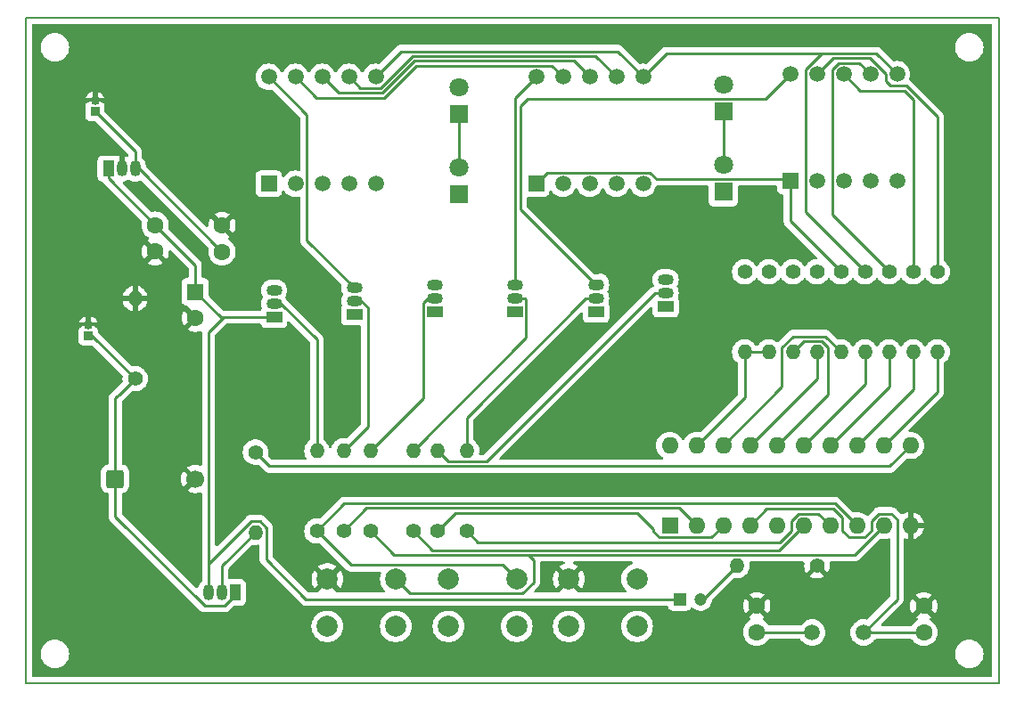
<source format=gbr>
%TF.GenerationSoftware,KiCad,Pcbnew,(7.0.0-0)*%
%TF.CreationDate,2023-02-25T23:33:50+02:00*%
%TF.ProjectId,ceas_8051,63656173-5f38-4303-9531-2e6b69636164,rev?*%
%TF.SameCoordinates,Original*%
%TF.FileFunction,Copper,L2,Bot*%
%TF.FilePolarity,Positive*%
%FSLAX46Y46*%
G04 Gerber Fmt 4.6, Leading zero omitted, Abs format (unit mm)*
G04 Created by KiCad (PCBNEW (7.0.0-0)) date 2023-02-25 23:33:50*
%MOMM*%
%LPD*%
G01*
G04 APERTURE LIST*
G04 Aperture macros list*
%AMRoundRect*
0 Rectangle with rounded corners*
0 $1 Rounding radius*
0 $2 $3 $4 $5 $6 $7 $8 $9 X,Y pos of 4 corners*
0 Add a 4 corners polygon primitive as box body*
4,1,4,$2,$3,$4,$5,$6,$7,$8,$9,$2,$3,0*
0 Add four circle primitives for the rounded corners*
1,1,$1+$1,$2,$3*
1,1,$1+$1,$4,$5*
1,1,$1+$1,$6,$7*
1,1,$1+$1,$8,$9*
0 Add four rect primitives between the rounded corners*
20,1,$1+$1,$2,$3,$4,$5,0*
20,1,$1+$1,$4,$5,$6,$7,0*
20,1,$1+$1,$6,$7,$8,$9,0*
20,1,$1+$1,$8,$9,$2,$3,0*%
G04 Aperture macros list end*
%TA.AperFunction,NonConductor*%
%ADD10C,0.200000*%
%TD*%
%TA.AperFunction,ComponentPad*%
%ADD11C,1.500000*%
%TD*%
%TA.AperFunction,ComponentPad*%
%ADD12R,1.500000X1.500000*%
%TD*%
%TA.AperFunction,ComponentPad*%
%ADD13O,1.400000X1.400000*%
%TD*%
%TA.AperFunction,ComponentPad*%
%ADD14C,1.400000*%
%TD*%
%TA.AperFunction,ComponentPad*%
%ADD15C,1.800000*%
%TD*%
%TA.AperFunction,ComponentPad*%
%ADD16R,1.800000X1.800000*%
%TD*%
%TA.AperFunction,ComponentPad*%
%ADD17O,1.500000X1.050000*%
%TD*%
%TA.AperFunction,ComponentPad*%
%ADD18R,1.500000X1.050000*%
%TD*%
%TA.AperFunction,ComponentPad*%
%ADD19C,1.200000*%
%TD*%
%TA.AperFunction,ComponentPad*%
%ADD20R,1.200000X1.200000*%
%TD*%
%TA.AperFunction,ComponentPad*%
%ADD21C,1.600000*%
%TD*%
%TA.AperFunction,ComponentPad*%
%ADD22RoundRect,0.249900X-0.600100X-0.600100X0.600100X-0.600100X0.600100X0.600100X-0.600100X0.600100X0*%
%TD*%
%TA.AperFunction,ComponentPad*%
%ADD23C,1.700000*%
%TD*%
%TA.AperFunction,ComponentPad*%
%ADD24R,0.850000X0.850000*%
%TD*%
%TA.AperFunction,ComponentPad*%
%ADD25O,0.850000X0.850000*%
%TD*%
%TA.AperFunction,ComponentPad*%
%ADD26O,1.050000X1.500000*%
%TD*%
%TA.AperFunction,ComponentPad*%
%ADD27R,1.050000X1.500000*%
%TD*%
%TA.AperFunction,ComponentPad*%
%ADD28R,1.600000X1.600000*%
%TD*%
%TA.AperFunction,ComponentPad*%
%ADD29O,1.600000X1.600000*%
%TD*%
%TA.AperFunction,ComponentPad*%
%ADD30C,2.000000*%
%TD*%
%TA.AperFunction,Conductor*%
%ADD31C,0.250000*%
%TD*%
G04 APERTURE END LIST*
D10*
X30226000Y-22860000D02*
X122682000Y-22860000D01*
X122682000Y-22860000D02*
X122682000Y-86106000D01*
X122682000Y-86106000D02*
X30226000Y-86106000D01*
X30226000Y-86106000D02*
X30226000Y-22860000D01*
D11*
%TO.P,DS2,10*%
%TO.N,Net-(Q4-C)*%
X78740000Y-28459500D03*
%TO.P,DS2,9*%
%TO.N,Net-(DS1-Pad9)*%
X81280000Y-28459500D03*
%TO.P,DS2,8*%
%TO.N,Net-(DS1-Pad8)*%
X83820000Y-28459500D03*
%TO.P,DS2,7*%
%TO.N,Net-(DS1-Pad7)*%
X86360000Y-28459500D03*
%TO.P,DS2,6*%
%TO.N,Net-(DS1-Pad6)*%
X88900000Y-28459500D03*
%TO.P,DS2,5*%
%TO.N,Net-(Q3-C)*%
X88900000Y-38619500D03*
%TO.P,DS2,4*%
%TO.N,Net-(DS1-Pad4)*%
X86360000Y-38619500D03*
%TO.P,DS2,3*%
%TO.N,Net-(DS1-Pad3)*%
X83820000Y-38619500D03*
%TO.P,DS2,2*%
%TO.N,unconnected-(DS2-Pad2)*%
X81280000Y-38619500D03*
D12*
%TO.P,DS2,1*%
%TO.N,Net-(DS1-Pad1)*%
X78739999Y-38619499D03*
%TD*%
D11*
%TO.P,DS3,10*%
%TO.N,Net-(Q6-C)*%
X102870000Y-28205500D03*
%TO.P,DS3,9*%
%TO.N,Net-(DS1-Pad9)*%
X105410000Y-28205500D03*
%TO.P,DS3,8*%
%TO.N,Net-(DS1-Pad8)*%
X107950000Y-28205500D03*
%TO.P,DS3,7*%
%TO.N,Net-(DS1-Pad7)*%
X110490000Y-28205500D03*
%TO.P,DS3,6*%
%TO.N,Net-(DS1-Pad6)*%
X113030000Y-28205500D03*
%TO.P,DS3,5*%
%TO.N,Net-(Q5-C)*%
X113030000Y-38365500D03*
%TO.P,DS3,4*%
%TO.N,Net-(DS1-Pad4)*%
X110490000Y-38365500D03*
%TO.P,DS3,3*%
%TO.N,Net-(DS1-Pad3)*%
X107950000Y-38365500D03*
%TO.P,DS3,2*%
%TO.N,unconnected-(DS3-Pad2)*%
X105410000Y-38365500D03*
D12*
%TO.P,DS3,1*%
%TO.N,Net-(DS1-Pad1)*%
X102869999Y-38365499D03*
%TD*%
D13*
%TO.P,R14,2*%
%TO.N,Net-(U1-P1.5)*%
X105409999Y-54609999D03*
D14*
%TO.P,R14,1*%
%TO.N,Net-(DS1-Pad3)*%
X105410000Y-46990000D03*
%TD*%
D15*
%TO.P,D3,2,A*%
%TO.N,Net-(D3-A)*%
X96520000Y-36835000D03*
D16*
%TO.P,D3,1,K*%
%TO.N,Net-(D3-K)*%
X96519999Y-39374999D03*
%TD*%
%TO.P,D2,1,K*%
%TO.N,Net-(D1-A)*%
X71373999Y-32003999D03*
D15*
%TO.P,D2,2,A*%
%TO.N,+5V*%
X71374000Y-29464000D03*
%TD*%
%TO.P,D1,2,A*%
%TO.N,Net-(D1-A)*%
X71374000Y-37084000D03*
D16*
%TO.P,D1,1,K*%
%TO.N,Net-(D1-K)*%
X71373999Y-39623999D03*
%TD*%
D12*
%TO.P,DS1,1*%
%TO.N,Net-(DS1-Pad1)*%
X53339999Y-38619499D03*
D11*
%TO.P,DS1,2*%
%TO.N,unconnected-(DS1-Pad2)*%
X55880000Y-38619500D03*
%TO.P,DS1,3*%
%TO.N,Net-(DS1-Pad3)*%
X58420000Y-38619500D03*
%TO.P,DS1,4*%
%TO.N,Net-(DS1-Pad4)*%
X60960000Y-38619500D03*
%TO.P,DS1,5*%
%TO.N,Net-(Q1-C)*%
X63500000Y-38619500D03*
%TO.P,DS1,6*%
%TO.N,Net-(DS1-Pad6)*%
X63500000Y-28459500D03*
%TO.P,DS1,7*%
%TO.N,Net-(DS1-Pad7)*%
X60960000Y-28459500D03*
%TO.P,DS1,8*%
%TO.N,Net-(DS1-Pad8)*%
X58420000Y-28459500D03*
%TO.P,DS1,9*%
%TO.N,Net-(DS1-Pad9)*%
X55880000Y-28459500D03*
%TO.P,DS1,10*%
%TO.N,Net-(Q2-C)*%
X53340000Y-28459500D03*
%TD*%
D17*
%TO.P,Q6,3,C*%
%TO.N,Net-(Q6-C)*%
X84433999Y-48259999D03*
%TO.P,Q6,2,B*%
%TO.N,Net-(Q6-B)*%
X84433999Y-49529999D03*
D18*
%TO.P,Q6,1,E*%
%TO.N,+5V*%
X84433999Y-50799999D03*
%TD*%
D19*
%TO.P,C1,2*%
%TO.N,Net-(U1-RST{slash}VPP)*%
X94372401Y-78105000D03*
D20*
%TO.P,C1,1*%
%TO.N,+5V*%
X92372400Y-78104999D03*
%TD*%
D17*
%TO.P,Q3,3,C*%
%TO.N,Net-(Q3-C)*%
X69089999Y-48259999D03*
%TO.P,Q3,2,B*%
%TO.N,Net-(Q3-B)*%
X69089999Y-49529999D03*
D18*
%TO.P,Q3,1,E*%
%TO.N,+5V*%
X69089999Y-50799999D03*
%TD*%
D14*
%TO.P,R10,1*%
%TO.N,Net-(DS1-Pad8)*%
X114554000Y-46990000D03*
D13*
%TO.P,R10,2*%
%TO.N,Net-(U1-P1.1)*%
X114553999Y-54609999D03*
%TD*%
%TO.P,R15,2*%
%TO.N,Net-(U1-P1.6)*%
X107695999Y-54609999D03*
D14*
%TO.P,R15,1*%
%TO.N,Net-(DS1-Pad1)*%
X107696000Y-46990000D03*
%TD*%
%TO.P,R6,1*%
%TO.N,D5*%
X69342000Y-71628000D03*
D13*
%TO.P,R6,2*%
%TO.N,Net-(Q5-B)*%
X69341999Y-64007999D03*
%TD*%
D21*
%TO.P,C5,2*%
%TO.N,GND*%
X42545000Y-45065000D03*
%TO.P,C5,1*%
%TO.N,+5V*%
X42545000Y-42565000D03*
%TD*%
D18*
%TO.P,Q2,1,E*%
%TO.N,+5V*%
X61467999Y-51053999D03*
D17*
%TO.P,Q2,2,B*%
%TO.N,Net-(Q2-B)*%
X61467999Y-49783999D03*
%TO.P,Q2,3,C*%
%TO.N,Net-(Q2-C)*%
X61467999Y-48513999D03*
%TD*%
D21*
%TO.P,C3,2*%
%TO.N,GND*%
X115570000Y-78760000D03*
%TO.P,C3,1*%
%TO.N,Net-(U1-XTAL2)*%
X115570000Y-81260000D03*
%TD*%
D14*
%TO.P,R5,1*%
%TO.N,D3*%
X67056000Y-71628000D03*
D13*
%TO.P,R5,2*%
%TO.N,Net-(Q4-B)*%
X67055999Y-64007999D03*
%TD*%
D15*
%TO.P,D4,2,A*%
%TO.N,+5V*%
X96520000Y-29210000D03*
D16*
%TO.P,D4,1,K*%
%TO.N,Net-(D3-A)*%
X96519999Y-31749999D03*
%TD*%
D22*
%TO.P,BZ1,1,-*%
%TO.N,Net-(BZ1--)*%
X38755000Y-66675000D03*
D23*
%TO.P,BZ1,2,+*%
%TO.N,GND*%
X46355000Y-66675000D03*
%TD*%
D21*
%TO.P,C4,2*%
%TO.N,GND*%
X48895000Y-42585000D03*
%TO.P,C4,1*%
%TO.N,Net-(J2-Pin_1)*%
X48895000Y-45085000D03*
%TD*%
D17*
%TO.P,Q5,3,C*%
%TO.N,Net-(Q5-C)*%
X91037999Y-47751999D03*
%TO.P,Q5,2,B*%
%TO.N,Net-(Q5-B)*%
X91037999Y-49021999D03*
D18*
%TO.P,Q5,1,E*%
%TO.N,+5V*%
X91037999Y-50291999D03*
%TD*%
D24*
%TO.P,J2,1,Pin_1*%
%TO.N,Net-(J2-Pin_1)*%
X36829999Y-31749999D03*
D25*
%TO.P,J2,2,Pin_2*%
%TO.N,GND*%
X36829999Y-30749999D03*
%TD*%
D26*
%TO.P,Q7,3,C*%
%TO.N,+5V*%
X47624999Y-77469999D03*
%TO.P,Q7,2,B*%
%TO.N,Net-(Q7-B)*%
X48894999Y-77469999D03*
D27*
%TO.P,Q7,1,E*%
%TO.N,Net-(BZ1--)*%
X50164999Y-77469999D03*
%TD*%
D17*
%TO.P,Q1,3,C*%
%TO.N,Net-(Q1-C)*%
X53847999Y-48767999D03*
%TO.P,Q1,2,B*%
%TO.N,Net-(Q1-B)*%
X53847999Y-50037999D03*
D18*
%TO.P,Q1,1,E*%
%TO.N,+5V*%
X53847999Y-51307999D03*
%TD*%
D13*
%TO.P,R11,2*%
%TO.N,Net-(U1-P1.2)*%
X112267999Y-54609999D03*
D14*
%TO.P,R11,1*%
%TO.N,Net-(DS1-Pad7)*%
X112268000Y-46990000D03*
%TD*%
D25*
%TO.P,J1,2,Pin_2*%
%TO.N,GND*%
X36194999Y-52069999D03*
D24*
%TO.P,J1,1,Pin_1*%
%TO.N,Net-(BZ1--)*%
X36194999Y-53069999D03*
%TD*%
D13*
%TO.P,R1,2*%
%TO.N,Net-(U1-RST{slash}VPP)*%
X97789999Y-74929999D03*
D14*
%TO.P,R1,1*%
%TO.N,GND*%
X105410000Y-74930000D03*
%TD*%
D28*
%TO.P,U1,1,RST/VPP*%
%TO.N,Net-(U1-RST{slash}VPP)*%
X91439999Y-71119999D03*
D29*
%TO.P,U1,2,P3.0*%
%TO.N,D6*%
X93979999Y-71119999D03*
%TO.P,U1,3,P3.1*%
%TO.N,D5*%
X96519999Y-71119999D03*
%TO.P,U1,4,XTAL2*%
%TO.N,Net-(U1-XTAL2)*%
X99059999Y-71119999D03*
%TO.P,U1,5,XTAL1*%
%TO.N,Net-(U1-XTAL1)*%
X101599999Y-71119999D03*
%TO.P,U1,6,P3.2*%
%TO.N,D3*%
X104139999Y-71119999D03*
%TO.P,U1,7,P3.3*%
%TO.N,D4*%
X106679999Y-71119999D03*
%TO.P,U1,8,P3.4*%
%TO.N,D2*%
X109219999Y-71119999D03*
%TO.P,U1,9,P3.5*%
%TO.N,D1*%
X111759999Y-71119999D03*
%TO.P,U1,10,GND*%
%TO.N,GND*%
X114299999Y-71119999D03*
%TO.P,U1,11,P3.7*%
%TO.N,A8*%
X114299999Y-63499999D03*
%TO.P,U1,12,P1.0*%
%TO.N,Net-(U1-P1.0)*%
X111759999Y-63499999D03*
%TO.P,U1,13,P1.1*%
%TO.N,Net-(U1-P1.1)*%
X109219999Y-63499999D03*
%TO.P,U1,14,P1.2*%
%TO.N,Net-(U1-P1.2)*%
X106679999Y-63499999D03*
%TO.P,U1,15,P1.3*%
%TO.N,Net-(U1-P1.3)*%
X104139999Y-63499999D03*
%TO.P,U1,16,P1.4*%
%TO.N,Net-(U1-P1.4)*%
X101599999Y-63499999D03*
%TO.P,U1,17,P1.5*%
%TO.N,Net-(U1-P1.5)*%
X99059999Y-63499999D03*
%TO.P,U1,18,P1.6*%
%TO.N,Net-(U1-P1.6)*%
X96519999Y-63499999D03*
%TO.P,U1,19,P1.7*%
%TO.N,Net-(U1-P1.7)*%
X93979999Y-63499999D03*
%TO.P,U1,20,VCC*%
%TO.N,+5V*%
X91439999Y-63499999D03*
%TD*%
D17*
%TO.P,Q4,3,C*%
%TO.N,Net-(Q4-C)*%
X76709999Y-48259999D03*
%TO.P,Q4,2,B*%
%TO.N,Net-(Q4-B)*%
X76709999Y-49529999D03*
D18*
%TO.P,Q4,1,E*%
%TO.N,+5V*%
X76709999Y-50799999D03*
%TD*%
D14*
%TO.P,R7,1*%
%TO.N,D4*%
X72136000Y-71628000D03*
D13*
%TO.P,R7,2*%
%TO.N,Net-(Q6-B)*%
X72135999Y-64007999D03*
%TD*%
%TO.P,R4,2*%
%TO.N,Net-(Q3-B)*%
X62991999Y-64007999D03*
D14*
%TO.P,R4,1*%
%TO.N,D1*%
X62992000Y-71628000D03*
%TD*%
D13*
%TO.P,R3,2*%
%TO.N,Net-(Q2-B)*%
X60451999Y-64007999D03*
D14*
%TO.P,R3,1*%
%TO.N,D6*%
X60452000Y-71628000D03*
%TD*%
D13*
%TO.P,R13,2*%
%TO.N,Net-(U1-P1.4)*%
X103123999Y-54609999D03*
D14*
%TO.P,R13,1*%
%TO.N,Net-(DS1-Pad4)*%
X103124000Y-46990000D03*
%TD*%
D21*
%TO.P,C2,2*%
%TO.N,GND*%
X99695000Y-78740000D03*
%TO.P,C2,1*%
%TO.N,Net-(U1-XTAL1)*%
X99695000Y-81240000D03*
%TD*%
%TO.P,C6,2*%
%TO.N,GND*%
X46355000Y-51395000D03*
D28*
%TO.P,C6,1*%
%TO.N,+5V*%
X46354999Y-48894999D03*
%TD*%
D13*
%TO.P,R16,2*%
%TO.N,Net-(U1-P1.7)*%
X100837999Y-54609999D03*
D14*
%TO.P,R16,1*%
%TO.N,Net-(D1-K)*%
X100838000Y-46990000D03*
%TD*%
%TO.P,R17,1*%
%TO.N,Net-(D3-K)*%
X98552000Y-46990000D03*
D13*
%TO.P,R17,2*%
%TO.N,Net-(U1-P1.7)*%
X98551999Y-54609999D03*
%TD*%
D14*
%TO.P,R18,1*%
%TO.N,Net-(BZ1--)*%
X40640000Y-57150000D03*
D13*
%TO.P,R18,2*%
%TO.N,GND*%
X40639999Y-49529999D03*
%TD*%
%TO.P,R9,2*%
%TO.N,Net-(U1-P1.0)*%
X116839999Y-54609999D03*
D14*
%TO.P,R9,1*%
%TO.N,Net-(DS1-Pad9)*%
X116840000Y-46990000D03*
%TD*%
D26*
%TO.P,U2,3,VI*%
%TO.N,Net-(J2-Pin_1)*%
X40639999Y-37189999D03*
%TO.P,U2,2,GND*%
%TO.N,GND*%
X39369999Y-37189999D03*
D27*
%TO.P,U2,1,VO*%
%TO.N,+5V*%
X38099999Y-37189999D03*
%TD*%
D11*
%TO.P,Y1,2,2*%
%TO.N,Net-(U1-XTAL2)*%
X109855000Y-81280000D03*
%TO.P,Y1,1,1*%
%TO.N,Net-(U1-XTAL1)*%
X104955000Y-81280000D03*
%TD*%
D14*
%TO.P,R8,1*%
%TO.N,A8*%
X52070000Y-64135000D03*
D13*
%TO.P,R8,2*%
%TO.N,Net-(Q7-B)*%
X52069999Y-71754999D03*
%TD*%
%TO.P,R12,2*%
%TO.N,Net-(U1-P1.3)*%
X109981999Y-54609999D03*
D14*
%TO.P,R12,1*%
%TO.N,Net-(DS1-Pad6)*%
X109982000Y-46990000D03*
%TD*%
D13*
%TO.P,R2,2*%
%TO.N,Net-(Q1-B)*%
X57911999Y-64007999D03*
D14*
%TO.P,R2,1*%
%TO.N,D2*%
X57912000Y-71628000D03*
%TD*%
D30*
%TO.P,S1,1,1*%
%TO.N,GND*%
X81840000Y-76200000D03*
%TO.P,S1,2,2*%
%TO.N,D3*%
X88340000Y-76200000D03*
%TO.P,S1,3,3*%
%TO.N,unconnected-(S1-Pad3)*%
X81840000Y-80700000D03*
%TO.P,S1,4,4*%
%TO.N,unconnected-(S1-Pad4)*%
X88340000Y-80700000D03*
%TD*%
%TO.P,S2,1,1*%
%TO.N,GND*%
X70410000Y-76200000D03*
%TO.P,S2,2,2*%
%TO.N,D2*%
X76910000Y-76200000D03*
%TO.P,S2,3,3*%
%TO.N,unconnected-(S2-Pad3)*%
X70410000Y-80700000D03*
%TO.P,S2,4,4*%
%TO.N,unconnected-(S2-Pad4)*%
X76910000Y-80700000D03*
%TD*%
%TO.P,S3,1,1*%
%TO.N,GND*%
X58905000Y-76200000D03*
%TO.P,S3,2,2*%
%TO.N,D1*%
X65405000Y-76200000D03*
%TO.P,S3,3,3*%
%TO.N,unconnected-(S3-Pad3)*%
X58905000Y-80700000D03*
%TO.P,S3,4,4*%
%TO.N,unconnected-(S3-Pad4)*%
X65405000Y-80700000D03*
%TD*%
D31*
%TO.N,Net-(DS1-Pad1)*%
X79815000Y-37544500D02*
X78740000Y-38619500D01*
%TO.N,Net-(Q6-C)*%
X84434000Y-48260000D02*
X77216000Y-41042000D01*
X77933000Y-30525000D02*
X100550500Y-30525000D01*
X77216000Y-41042000D02*
X77216000Y-31242000D01*
X77216000Y-31242000D02*
X77933000Y-30525000D01*
X100550500Y-30525000D02*
X102870000Y-28205500D01*
%TO.N,Net-(DS1-Pad1)*%
X102649500Y-38145000D02*
X90170000Y-38145000D01*
X89569500Y-37544500D02*
X79815000Y-37544500D01*
X90170000Y-38145000D02*
X89569500Y-37544500D01*
%TO.N,Net-(Q6-C)*%
X84895000Y-47799000D02*
X84434000Y-48260000D01*
%TO.N,Net-(U1-P1.7)*%
X98552000Y-54610000D02*
X98552000Y-58928000D01*
X98552000Y-58928000D02*
X93980000Y-63500000D01*
X100838000Y-54610000D02*
X98552000Y-54610000D01*
%TO.N,Net-(U1-P1.5)*%
X105410000Y-54610000D02*
X105410000Y-57150000D01*
X105410000Y-57150000D02*
X99060000Y-63500000D01*
%TO.N,Net-(U1-P1.6)*%
X102099000Y-57921000D02*
X96520000Y-63500000D01*
%TO.N,Net-(U1-P1.4)*%
X103124000Y-54610000D02*
X104149000Y-53585000D01*
X104149000Y-53585000D02*
X105834569Y-53585000D01*
%TO.N,Net-(U1-P1.6)*%
X106221499Y-53135499D02*
X103148932Y-53135499D01*
X107696000Y-54610000D02*
X106221499Y-53135499D01*
X102099000Y-54185431D02*
X102099000Y-57921000D01*
X103148932Y-53135499D02*
X102099000Y-54185431D01*
%TO.N,Net-(U1-P1.4)*%
X105834569Y-53585000D02*
X106435000Y-54185431D01*
X106435000Y-54185431D02*
X106435000Y-58665000D01*
X106435000Y-58665000D02*
X101600000Y-63500000D01*
%TO.N,Net-(U1-P1.3)*%
X109982000Y-54610000D02*
X109982000Y-57658000D01*
X109982000Y-57658000D02*
X104140000Y-63500000D01*
%TO.N,Net-(U1-P1.2)*%
X112268000Y-54610000D02*
X112268000Y-57912000D01*
X112268000Y-57912000D02*
X106680000Y-63500000D01*
%TO.N,Net-(U1-P1.1)*%
X114554000Y-54610000D02*
X114554000Y-58166000D01*
X114554000Y-58166000D02*
X109220000Y-63500000D01*
%TO.N,Net-(U1-P1.0)*%
X116840000Y-54610000D02*
X116840000Y-58420000D01*
X116840000Y-58420000D02*
X111760000Y-63500000D01*
%TO.N,D1*%
X65269000Y-73905000D02*
X77978000Y-73905000D01*
X77978000Y-73905000D02*
X108975000Y-73905000D01*
X65405000Y-76200000D02*
X66730000Y-77525000D01*
X66730000Y-77525000D02*
X77458833Y-77525000D01*
X77458833Y-77525000D02*
X78486000Y-76497833D01*
X78486000Y-76497833D02*
X78486000Y-74413000D01*
X78486000Y-74413000D02*
X77978000Y-73905000D01*
X108975000Y-73905000D02*
X111760000Y-71120000D01*
X62992000Y-71628000D02*
X65269000Y-73905000D01*
%TO.N,Net-(U1-RST{slash}VPP)*%
X94615000Y-78105000D02*
X94372401Y-78105000D01*
X97790000Y-74930000D02*
X94615000Y-78105000D01*
%TO.N,D2*%
X76910000Y-76200000D02*
X75585000Y-74875000D01*
X75585000Y-74875000D02*
X61159000Y-74875000D01*
X61159000Y-74875000D02*
X57912000Y-71628000D01*
%TO.N,Net-(U1-XTAL2)*%
X99060000Y-71120000D02*
X100635000Y-69545000D01*
X100635000Y-69545000D02*
X106985991Y-69545000D01*
X110635000Y-70654009D02*
X111294009Y-69995000D01*
X106985991Y-69545000D02*
X107805000Y-70364009D01*
X107805000Y-71585991D02*
X108464009Y-72245000D01*
X107805000Y-70364009D02*
X107805000Y-71585991D01*
X111294009Y-69995000D02*
X112515991Y-69995000D01*
X108464009Y-72245000D02*
X109975991Y-72245000D01*
X109975991Y-72245000D02*
X110635000Y-71585991D01*
X110635000Y-71585991D02*
X110635000Y-70654009D01*
X113030000Y-70509009D02*
X113030000Y-78105000D01*
X112515991Y-69995000D02*
X113030000Y-70509009D01*
X113030000Y-78105000D02*
X109855000Y-81280000D01*
%TO.N,Net-(J2-Pin_1)*%
X40640000Y-37190000D02*
X41000000Y-37190000D01*
X41000000Y-37190000D02*
X48895000Y-45085000D01*
X40640000Y-37190000D02*
X40640000Y-35560000D01*
X40640000Y-35560000D02*
X36830000Y-31750000D01*
%TO.N,Net-(U1-XTAL2)*%
X109855000Y-81280000D02*
X115550000Y-81280000D01*
X115550000Y-81280000D02*
X115570000Y-81260000D01*
%TO.N,Net-(U1-XTAL1)*%
X99695000Y-81240000D02*
X104915000Y-81240000D01*
X104915000Y-81240000D02*
X104955000Y-81280000D01*
%TO.N,+5V*%
X92372401Y-78105000D02*
X56885000Y-78105000D01*
X53095000Y-74315000D02*
X53095000Y-71330431D01*
X56885000Y-78105000D02*
X53095000Y-74315000D01*
X52494569Y-70730000D02*
X51645431Y-70730000D01*
X53095000Y-71330431D02*
X52494569Y-70730000D01*
X51645431Y-70730000D02*
X47625000Y-74750431D01*
X47625000Y-74750431D02*
X47625000Y-77470000D01*
%TO.N,D3*%
X101804501Y-73455499D02*
X104140000Y-71120000D01*
X68883499Y-73455499D02*
X101804501Y-73455499D01*
X67056000Y-71628000D02*
X68883499Y-73455499D01*
%TO.N,D5*%
X88324189Y-69908499D02*
X89857501Y-71441811D01*
X89857501Y-71678501D02*
X90424000Y-72245000D01*
%TO.N,D4*%
X101906490Y-72694501D02*
X103015000Y-71585991D01*
X103015000Y-70654009D02*
X103674009Y-69995000D01*
%TO.N,D5*%
X95395000Y-72245000D02*
X96520000Y-71120000D01*
%TO.N,D2*%
X107109497Y-69009497D02*
X109220000Y-71120000D01*
%TO.N,D6*%
X92318998Y-69458998D02*
X93980000Y-71120000D01*
%TO.N,D4*%
X103674009Y-69995000D02*
X105555000Y-69995000D01*
%TO.N,D6*%
X60452000Y-71628000D02*
X62621002Y-69458998D01*
%TO.N,D4*%
X72136000Y-71628000D02*
X73202501Y-72694501D01*
%TO.N,D2*%
X60530503Y-69009497D02*
X107109497Y-69009497D01*
%TO.N,D5*%
X69342000Y-71628000D02*
X71061501Y-69908499D01*
%TO.N,D2*%
X57912000Y-71628000D02*
X60530503Y-69009497D01*
%TO.N,D6*%
X62621002Y-69458998D02*
X92318998Y-69458998D01*
%TO.N,D5*%
X71061501Y-69908499D02*
X88324189Y-69908499D01*
X90424000Y-72245000D02*
X95395000Y-72245000D01*
X89857501Y-71441811D02*
X89857501Y-71678501D01*
%TO.N,D4*%
X73202501Y-72694501D02*
X101906490Y-72694501D01*
X103015000Y-71585991D02*
X103015000Y-70654009D01*
X105555000Y-69995000D02*
X106680000Y-71120000D01*
%TO.N,A8*%
X52070000Y-64135000D02*
X53418000Y-65483000D01*
X53418000Y-65483000D02*
X112317000Y-65483000D01*
X112317000Y-65483000D02*
X114300000Y-63500000D01*
%TO.N,Net-(BZ1--)*%
X50165000Y-77470000D02*
X50165000Y-77695000D01*
X47244000Y-78740000D02*
X38755000Y-70251000D01*
X38755000Y-70251000D02*
X38755000Y-66675000D01*
X50165000Y-77695000D02*
X49120000Y-78740000D01*
X49120000Y-78740000D02*
X47244000Y-78740000D01*
%TO.N,Net-(Q7-B)*%
X48895000Y-77470000D02*
X48895000Y-74930000D01*
X48895000Y-74930000D02*
X52070000Y-71755000D01*
%TO.N,+5V*%
X48768000Y-51308000D02*
X49022000Y-51308000D01*
X49022000Y-51308000D02*
X53848000Y-51308000D01*
X47625000Y-77470000D02*
X47625000Y-52705000D01*
X47625000Y-52705000D02*
X49022000Y-51308000D01*
%TO.N,Net-(BZ1--)*%
X36195000Y-53070000D02*
X36560000Y-53070000D01*
X36560000Y-53070000D02*
X40640000Y-57150000D01*
X38755000Y-66675000D02*
X38755000Y-59035000D01*
X38755000Y-59035000D02*
X40640000Y-57150000D01*
X40640000Y-57150000D02*
X39116000Y-58674000D01*
%TO.N,+5V*%
X46355000Y-48895000D02*
X48768000Y-51308000D01*
X42545000Y-42565000D02*
X38100000Y-38120000D01*
X38100000Y-38120000D02*
X38100000Y-37190000D01*
X46355000Y-48895000D02*
X46355000Y-46375000D01*
X46355000Y-46375000D02*
X42545000Y-42565000D01*
%TO.N,Net-(Q5-B)*%
X69342000Y-64008000D02*
X70367000Y-65033000D01*
X70367000Y-65033000D02*
X74027000Y-65033000D01*
X74027000Y-65033000D02*
X90038000Y-49022000D01*
X90038000Y-49022000D02*
X91038000Y-49022000D01*
%TO.N,Net-(Q6-B)*%
X83434000Y-49530000D02*
X84434000Y-49530000D01*
X72136000Y-60828000D02*
X83434000Y-49530000D01*
X72136000Y-64008000D02*
X72136000Y-60828000D01*
%TO.N,Net-(Q4-B)*%
X67056000Y-64008000D02*
X77785000Y-53279000D01*
X77785000Y-53279000D02*
X77785000Y-49605000D01*
X77785000Y-49605000D02*
X77710000Y-49530000D01*
X77710000Y-49530000D02*
X76710000Y-49530000D01*
%TO.N,Net-(Q3-B)*%
X62992000Y-64008000D02*
X68015000Y-58985000D01*
X68015000Y-58985000D02*
X68015000Y-49950000D01*
X68015000Y-49950000D02*
X68435000Y-49530000D01*
X68435000Y-49530000D02*
X69090000Y-49530000D01*
%TO.N,Net-(Q1-B)*%
X57912000Y-64008000D02*
X57912000Y-53447000D01*
X57912000Y-53447000D02*
X54503000Y-50038000D01*
X54503000Y-50038000D02*
X53848000Y-50038000D01*
%TO.N,Net-(Q2-B)*%
X61468000Y-49784000D02*
X62123000Y-49784000D01*
X62123000Y-49784000D02*
X62738000Y-50399000D01*
X62738000Y-50399000D02*
X62738000Y-61722000D01*
X62738000Y-61722000D02*
X60452000Y-64008000D01*
%TO.N,Net-(Q2-C)*%
X53340000Y-28459500D02*
X56955000Y-32074500D01*
X56955000Y-32074500D02*
X56955000Y-44001000D01*
X56955000Y-44001000D02*
X61468000Y-48514000D01*
%TO.N,Net-(Q4-C)*%
X78740000Y-28459500D02*
X76710000Y-30489500D01*
X76710000Y-30489500D02*
X76710000Y-48260000D01*
%TO.N,Net-(DS1-Pad7)*%
X86360000Y-28459500D02*
X84385998Y-26485498D01*
%TO.N,Net-(DS1-Pad8)*%
X83820000Y-28459500D02*
X82295499Y-26934999D01*
%TO.N,Net-(DS1-Pad7)*%
X62035000Y-29534500D02*
X60960000Y-28459500D01*
X63945280Y-29534500D02*
X62035000Y-29534500D01*
%TO.N,Net-(DS1-Pad6)*%
X65923503Y-26035997D02*
X86476497Y-26035997D01*
X63500000Y-28459500D02*
X65923503Y-26035997D01*
X86476497Y-26035997D02*
X88900000Y-28459500D01*
%TO.N,Net-(DS1-Pad8)*%
X64131676Y-29984500D02*
X59945000Y-29984500D01*
%TO.N,Net-(DS1-Pad9)*%
X67368072Y-27384500D02*
X64318072Y-30434500D01*
%TO.N,Net-(DS1-Pad8)*%
X67181177Y-26934999D02*
X64131676Y-29984500D01*
%TO.N,Net-(DS1-Pad9)*%
X57855000Y-30434500D02*
X55880000Y-28459500D01*
%TO.N,Net-(DS1-Pad8)*%
X82295499Y-26934999D02*
X67181177Y-26934999D01*
X59945000Y-29984500D02*
X58420000Y-28459500D01*
%TO.N,Net-(DS1-Pad7)*%
X84385998Y-26485498D02*
X66994282Y-26485498D01*
X66994282Y-26485498D02*
X63945280Y-29534500D01*
%TO.N,Net-(DS1-Pad9)*%
X81280000Y-28459500D02*
X80205000Y-27384500D01*
X64318072Y-30434500D02*
X57855000Y-30434500D01*
X80205000Y-27384500D02*
X67368072Y-27384500D01*
%TO.N,Net-(D1-A)*%
X71374000Y-32004000D02*
X71374000Y-37084000D01*
%TO.N,Net-(D3-A)*%
X96520000Y-31750000D02*
X96520000Y-36835000D01*
%TO.N,Net-(DS1-Pad1)*%
X102870000Y-38365500D02*
X102649500Y-38145000D01*
X78740000Y-38619500D02*
X78524500Y-38404000D01*
X107696000Y-46990000D02*
X102870000Y-42164000D01*
X102870000Y-42164000D02*
X102870000Y-38365500D01*
%TO.N,Net-(DS1-Pad9)*%
X116840000Y-46990000D02*
X116840000Y-32256620D01*
X111955000Y-28150220D02*
X110485779Y-26680999D01*
%TO.N,Net-(DS1-Pad6)*%
X111055499Y-26230999D02*
X91128501Y-26230999D01*
%TO.N,Net-(DS1-Pad9)*%
X110485779Y-26680999D02*
X106934501Y-26680999D01*
X113910378Y-29326998D02*
X112386378Y-29326998D01*
X111955000Y-28895620D02*
X111955000Y-28150220D01*
%TO.N,Net-(DS1-Pad6)*%
X91128501Y-26230999D02*
X88900000Y-28459500D01*
%TO.N,Net-(DS1-Pad9)*%
X106934501Y-26680999D02*
X105410000Y-28205500D01*
%TO.N,Net-(DS1-Pad6)*%
X109982000Y-46990000D02*
X104335000Y-41343000D01*
%TO.N,Net-(DS1-Pad9)*%
X116840000Y-32256620D02*
X113910378Y-29326998D01*
%TO.N,Net-(DS1-Pad8)*%
X113724189Y-29776499D02*
X109520999Y-29776499D01*
X114554000Y-30606310D02*
X113724189Y-29776499D01*
X114554000Y-46990000D02*
X114554000Y-30606310D01*
%TO.N,Net-(DS1-Pad6)*%
X104335000Y-27760220D02*
X105864221Y-26230999D01*
X105864221Y-26230999D02*
X111055499Y-26230999D01*
%TO.N,Net-(DS1-Pad8)*%
X109520999Y-29776499D02*
X107950000Y-28205500D01*
%TO.N,Net-(DS1-Pad9)*%
X112386378Y-29326998D02*
X111955000Y-28895620D01*
%TO.N,Net-(DS1-Pad6)*%
X104335000Y-41343000D02*
X104335000Y-27760220D01*
X113030000Y-28205500D02*
X111055499Y-26230999D01*
%TO.N,Net-(DS1-Pad7)*%
X106875000Y-27760220D02*
X107504720Y-27130500D01*
X112268000Y-46990000D02*
X106875000Y-41597000D01*
X106875000Y-41597000D02*
X106875000Y-27760220D01*
X107504720Y-27130500D02*
X109415000Y-27130500D01*
X109415000Y-27130500D02*
X110490000Y-28205500D01*
%TD*%
%TA.AperFunction,Conductor*%
%TO.N,GND*%
G36*
X81406436Y-74549584D02*
G01*
X81452187Y-74600962D01*
X81463510Y-74668820D01*
X81436921Y-74732270D01*
X81380603Y-74771781D01*
X81240239Y-74819967D01*
X81230885Y-74824070D01*
X81021276Y-74937504D01*
X81012717Y-74943096D01*
X80983854Y-74965560D01*
X80975748Y-74976749D01*
X80982408Y-74988855D01*
X81828457Y-75834904D01*
X81840000Y-75841568D01*
X81851542Y-75834904D01*
X82697590Y-74988855D01*
X82704250Y-74976749D01*
X82696143Y-74965559D01*
X82667286Y-74943099D01*
X82658719Y-74937503D01*
X82449114Y-74824070D01*
X82439760Y-74819967D01*
X82299397Y-74771781D01*
X82243079Y-74732270D01*
X82216490Y-74668820D01*
X82227813Y-74600962D01*
X82273564Y-74549584D01*
X82339660Y-74530500D01*
X87838798Y-74530500D01*
X87904894Y-74549584D01*
X87950645Y-74600962D01*
X87961968Y-74668820D01*
X87935379Y-74732270D01*
X87879061Y-74771781D01*
X87740037Y-74819507D01*
X87740026Y-74819511D01*
X87735190Y-74821172D01*
X87730693Y-74823605D01*
X87730683Y-74823610D01*
X87521002Y-74937084D01*
X87520995Y-74937088D01*
X87516491Y-74939526D01*
X87512448Y-74942672D01*
X87512440Y-74942678D01*
X87389500Y-75038367D01*
X87320256Y-75092262D01*
X87316793Y-75096023D01*
X87316784Y-75096032D01*
X87155311Y-75271439D01*
X87155305Y-75271446D01*
X87151836Y-75275215D01*
X87149031Y-75279506D01*
X87149028Y-75279512D01*
X87018631Y-75479099D01*
X87018624Y-75479111D01*
X87015827Y-75483393D01*
X87013772Y-75488077D01*
X87013766Y-75488089D01*
X86917997Y-75706422D01*
X86915937Y-75711119D01*
X86914679Y-75716084D01*
X86914678Y-75716089D01*
X86856151Y-75947204D01*
X86856149Y-75947213D01*
X86854892Y-75952179D01*
X86854468Y-75957288D01*
X86854467Y-75957298D01*
X86835313Y-76188457D01*
X86834357Y-76200000D01*
X86834781Y-76205117D01*
X86854467Y-76442701D01*
X86854468Y-76442709D01*
X86854892Y-76447821D01*
X86856149Y-76452788D01*
X86856151Y-76452795D01*
X86911790Y-76672506D01*
X86915937Y-76688881D01*
X86925430Y-76710522D01*
X87013766Y-76911910D01*
X87013769Y-76911916D01*
X87015827Y-76916607D01*
X87018627Y-76920893D01*
X87018631Y-76920900D01*
X87119365Y-77075085D01*
X87151836Y-77124785D01*
X87155310Y-77128559D01*
X87155311Y-77128560D01*
X87286912Y-77271517D01*
X87314815Y-77321102D01*
X87317637Y-77377929D01*
X87294781Y-77430034D01*
X87251061Y-77466446D01*
X87195682Y-77479500D01*
X82808505Y-77479500D01*
X82745400Y-77462242D01*
X82699861Y-77415270D01*
X82697591Y-77411144D01*
X81851542Y-76565095D01*
X81839999Y-76558431D01*
X81828457Y-76565095D01*
X80982409Y-77411142D01*
X80980141Y-77415266D01*
X80934602Y-77462240D01*
X80871495Y-77479500D01*
X78688285Y-77479500D01*
X78631990Y-77465985D01*
X78587967Y-77428386D01*
X78565812Y-77374898D01*
X78570354Y-77317182D01*
X78600602Y-77267820D01*
X78873316Y-76995105D01*
X78881481Y-76987676D01*
X78887877Y-76983619D01*
X78933933Y-76934573D01*
X78936550Y-76931871D01*
X78956120Y-76912303D01*
X78958565Y-76909149D01*
X78966155Y-76900261D01*
X78996062Y-76868415D01*
X79005709Y-76850865D01*
X79016393Y-76834599D01*
X79028674Y-76818769D01*
X79046018Y-76778684D01*
X79051160Y-76768189D01*
X79072197Y-76729925D01*
X79077179Y-76710522D01*
X79083480Y-76692116D01*
X79091438Y-76673728D01*
X79098269Y-76630589D01*
X79100639Y-76619148D01*
X79109560Y-76584407D01*
X79109559Y-76584407D01*
X79111500Y-76576852D01*
X79111500Y-76556816D01*
X79113025Y-76537430D01*
X79116160Y-76517637D01*
X79112050Y-76474157D01*
X79111500Y-76462488D01*
X79111500Y-76205117D01*
X80335283Y-76205117D01*
X80354962Y-76442618D01*
X80356646Y-76452712D01*
X80415153Y-76683747D01*
X80418472Y-76693414D01*
X80514208Y-76911673D01*
X80519070Y-76920656D01*
X80608999Y-77058304D01*
X80616963Y-77066024D01*
X80626345Y-77060100D01*
X81474904Y-76211542D01*
X81481568Y-76200000D01*
X82198431Y-76200000D01*
X82205095Y-76211542D01*
X83053653Y-77060100D01*
X83063034Y-77066024D01*
X83071002Y-77058299D01*
X83160924Y-76920664D01*
X83165792Y-76911669D01*
X83261527Y-76693414D01*
X83264846Y-76683747D01*
X83323353Y-76452712D01*
X83325037Y-76442618D01*
X83344717Y-76205117D01*
X83344717Y-76194883D01*
X83325037Y-75957381D01*
X83323353Y-75947287D01*
X83264846Y-75716252D01*
X83261527Y-75706585D01*
X83165792Y-75488330D01*
X83160924Y-75479335D01*
X83071002Y-75341699D01*
X83063034Y-75333974D01*
X83053653Y-75339898D01*
X82205095Y-76188457D01*
X82198431Y-76200000D01*
X81481568Y-76200000D01*
X81474904Y-76188457D01*
X80626345Y-75339898D01*
X80616964Y-75333974D01*
X80608997Y-75341699D01*
X80519072Y-75479338D01*
X80514207Y-75488328D01*
X80418472Y-75706585D01*
X80415153Y-75716252D01*
X80356646Y-75947287D01*
X80354962Y-75957381D01*
X80335283Y-76194883D01*
X80335283Y-76205117D01*
X79111500Y-76205117D01*
X79111500Y-74654500D01*
X79128113Y-74592500D01*
X79173500Y-74547113D01*
X79235500Y-74530500D01*
X81340340Y-74530500D01*
X81406436Y-74549584D01*
G37*
%TD.AperFunction*%
%TA.AperFunction,Conductor*%
G36*
X122019500Y-23477113D02*
G01*
X122064887Y-23522500D01*
X122081500Y-23584500D01*
X122081500Y-85381500D01*
X122064887Y-85443500D01*
X122019500Y-85488887D01*
X121957500Y-85505500D01*
X30950500Y-85505500D01*
X30888500Y-85488887D01*
X30843113Y-85443500D01*
X30826500Y-85381500D01*
X30826500Y-83312000D01*
X31664341Y-83312000D01*
X31684937Y-83547408D01*
X31686336Y-83552630D01*
X31686337Y-83552634D01*
X31744694Y-83770430D01*
X31744697Y-83770438D01*
X31746097Y-83775663D01*
X31845965Y-83989829D01*
X31981505Y-84183401D01*
X32148599Y-84350495D01*
X32342171Y-84486035D01*
X32556337Y-84585903D01*
X32784592Y-84647063D01*
X32961034Y-84662500D01*
X33076258Y-84662500D01*
X33078966Y-84662500D01*
X33255408Y-84647063D01*
X33483663Y-84585903D01*
X33697829Y-84486035D01*
X33891401Y-84350495D01*
X34058495Y-84183401D01*
X34194035Y-83989830D01*
X34293903Y-83775663D01*
X34355063Y-83547408D01*
X34375659Y-83312000D01*
X118532341Y-83312000D01*
X118552937Y-83547408D01*
X118554336Y-83552630D01*
X118554337Y-83552634D01*
X118612694Y-83770430D01*
X118612697Y-83770438D01*
X118614097Y-83775663D01*
X118713965Y-83989829D01*
X118849505Y-84183401D01*
X119016599Y-84350495D01*
X119210171Y-84486035D01*
X119424337Y-84585903D01*
X119652592Y-84647063D01*
X119829034Y-84662500D01*
X119944258Y-84662500D01*
X119946966Y-84662500D01*
X120123408Y-84647063D01*
X120351663Y-84585903D01*
X120565829Y-84486035D01*
X120759401Y-84350495D01*
X120926495Y-84183401D01*
X121062035Y-83989830D01*
X121161903Y-83775663D01*
X121223063Y-83547408D01*
X121243659Y-83312000D01*
X121223063Y-83076592D01*
X121161903Y-82848337D01*
X121062035Y-82634171D01*
X120926495Y-82440599D01*
X120759401Y-82273505D01*
X120596686Y-82159571D01*
X120570268Y-82141073D01*
X120570266Y-82141072D01*
X120565829Y-82137965D01*
X120456271Y-82086877D01*
X120356572Y-82040386D01*
X120356570Y-82040385D01*
X120351663Y-82038097D01*
X120346438Y-82036697D01*
X120346430Y-82036694D01*
X120128634Y-81978337D01*
X120128630Y-81978336D01*
X120123408Y-81976937D01*
X120118020Y-81976465D01*
X120118017Y-81976465D01*
X119949664Y-81961736D01*
X119949662Y-81961735D01*
X119946966Y-81961500D01*
X119829034Y-81961500D01*
X119826338Y-81961735D01*
X119826335Y-81961736D01*
X119657982Y-81976465D01*
X119657977Y-81976465D01*
X119652592Y-81976937D01*
X119647371Y-81978335D01*
X119647365Y-81978337D01*
X119429569Y-82036694D01*
X119429557Y-82036698D01*
X119424337Y-82038097D01*
X119419432Y-82040383D01*
X119419427Y-82040386D01*
X119215081Y-82135675D01*
X119215077Y-82135677D01*
X119210171Y-82137965D01*
X119205738Y-82141068D01*
X119205731Y-82141073D01*
X119021034Y-82270399D01*
X119021029Y-82270402D01*
X119016599Y-82273505D01*
X119012775Y-82277328D01*
X119012769Y-82277334D01*
X118853336Y-82436767D01*
X118853330Y-82436773D01*
X118849505Y-82440599D01*
X118846406Y-82445023D01*
X118846399Y-82445033D01*
X118717066Y-82629740D01*
X118717061Y-82629747D01*
X118713965Y-82634170D01*
X118711683Y-82639061D01*
X118711678Y-82639072D01*
X118616386Y-82843427D01*
X118616383Y-82843432D01*
X118614097Y-82848337D01*
X118612698Y-82853557D01*
X118612694Y-82853569D01*
X118554337Y-83071365D01*
X118554335Y-83071371D01*
X118552937Y-83076592D01*
X118532341Y-83312000D01*
X34375659Y-83312000D01*
X34355063Y-83076592D01*
X34293903Y-82848337D01*
X34194035Y-82634171D01*
X34058495Y-82440599D01*
X33891401Y-82273505D01*
X33728686Y-82159571D01*
X33702268Y-82141073D01*
X33702266Y-82141072D01*
X33697829Y-82137965D01*
X33588271Y-82086877D01*
X33488572Y-82040386D01*
X33488570Y-82040385D01*
X33483663Y-82038097D01*
X33478438Y-82036697D01*
X33478430Y-82036694D01*
X33260634Y-81978337D01*
X33260630Y-81978336D01*
X33255408Y-81976937D01*
X33250020Y-81976465D01*
X33250017Y-81976465D01*
X33081664Y-81961736D01*
X33081662Y-81961735D01*
X33078966Y-81961500D01*
X32961034Y-81961500D01*
X32958338Y-81961735D01*
X32958335Y-81961736D01*
X32789982Y-81976465D01*
X32789977Y-81976465D01*
X32784592Y-81976937D01*
X32779371Y-81978335D01*
X32779365Y-81978337D01*
X32561569Y-82036694D01*
X32561557Y-82036698D01*
X32556337Y-82038097D01*
X32551432Y-82040383D01*
X32551427Y-82040386D01*
X32347081Y-82135675D01*
X32347077Y-82135677D01*
X32342171Y-82137965D01*
X32337738Y-82141068D01*
X32337731Y-82141073D01*
X32153034Y-82270399D01*
X32153029Y-82270402D01*
X32148599Y-82273505D01*
X32144775Y-82277328D01*
X32144769Y-82277334D01*
X31985336Y-82436767D01*
X31985330Y-82436773D01*
X31981505Y-82440599D01*
X31978406Y-82445023D01*
X31978399Y-82445033D01*
X31849066Y-82629740D01*
X31849061Y-82629747D01*
X31845965Y-82634170D01*
X31843683Y-82639061D01*
X31843678Y-82639072D01*
X31748386Y-82843427D01*
X31748383Y-82843432D01*
X31746097Y-82848337D01*
X31744698Y-82853557D01*
X31744694Y-82853569D01*
X31686337Y-83071365D01*
X31686335Y-83071371D01*
X31684937Y-83076592D01*
X31664341Y-83312000D01*
X30826500Y-83312000D01*
X30826500Y-80700000D01*
X57399357Y-80700000D01*
X57399781Y-80705117D01*
X57419467Y-80942701D01*
X57419468Y-80942709D01*
X57419892Y-80947821D01*
X57421149Y-80952788D01*
X57421151Y-80952795D01*
X57448812Y-81062023D01*
X57480937Y-81188881D01*
X57482997Y-81193577D01*
X57578766Y-81411910D01*
X57578769Y-81411916D01*
X57580827Y-81416607D01*
X57583627Y-81420893D01*
X57583631Y-81420900D01*
X57711675Y-81616885D01*
X57716836Y-81624785D01*
X57720310Y-81628559D01*
X57720311Y-81628560D01*
X57881784Y-81803967D01*
X57881787Y-81803970D01*
X57885256Y-81807738D01*
X58081491Y-81960474D01*
X58300190Y-82078828D01*
X58535386Y-82159571D01*
X58780665Y-82200500D01*
X59024201Y-82200500D01*
X59029335Y-82200500D01*
X59274614Y-82159571D01*
X59509810Y-82078828D01*
X59728509Y-81960474D01*
X59924744Y-81807738D01*
X60093164Y-81624785D01*
X60229173Y-81416607D01*
X60329063Y-81188881D01*
X60390108Y-80947821D01*
X60410643Y-80700000D01*
X63899357Y-80700000D01*
X63899781Y-80705117D01*
X63919467Y-80942701D01*
X63919468Y-80942709D01*
X63919892Y-80947821D01*
X63921149Y-80952788D01*
X63921151Y-80952795D01*
X63948812Y-81062023D01*
X63980937Y-81188881D01*
X63982997Y-81193577D01*
X64078766Y-81411910D01*
X64078769Y-81411916D01*
X64080827Y-81416607D01*
X64083627Y-81420893D01*
X64083631Y-81420900D01*
X64211675Y-81616885D01*
X64216836Y-81624785D01*
X64220310Y-81628559D01*
X64220311Y-81628560D01*
X64381784Y-81803967D01*
X64381787Y-81803970D01*
X64385256Y-81807738D01*
X64581491Y-81960474D01*
X64800190Y-82078828D01*
X65035386Y-82159571D01*
X65280665Y-82200500D01*
X65524201Y-82200500D01*
X65529335Y-82200500D01*
X65774614Y-82159571D01*
X66009810Y-82078828D01*
X66228509Y-81960474D01*
X66424744Y-81807738D01*
X66593164Y-81624785D01*
X66729173Y-81416607D01*
X66829063Y-81188881D01*
X66890108Y-80947821D01*
X66910643Y-80700000D01*
X68904357Y-80700000D01*
X68904781Y-80705117D01*
X68924467Y-80942701D01*
X68924468Y-80942709D01*
X68924892Y-80947821D01*
X68926149Y-80952788D01*
X68926151Y-80952795D01*
X68953812Y-81062023D01*
X68985937Y-81188881D01*
X68987997Y-81193577D01*
X69083766Y-81411910D01*
X69083769Y-81411916D01*
X69085827Y-81416607D01*
X69088627Y-81420893D01*
X69088631Y-81420900D01*
X69216675Y-81616885D01*
X69221836Y-81624785D01*
X69225310Y-81628559D01*
X69225311Y-81628560D01*
X69386784Y-81803967D01*
X69386787Y-81803970D01*
X69390256Y-81807738D01*
X69586491Y-81960474D01*
X69805190Y-82078828D01*
X70040386Y-82159571D01*
X70285665Y-82200500D01*
X70529201Y-82200500D01*
X70534335Y-82200500D01*
X70779614Y-82159571D01*
X71014810Y-82078828D01*
X71233509Y-81960474D01*
X71429744Y-81807738D01*
X71598164Y-81624785D01*
X71734173Y-81416607D01*
X71834063Y-81188881D01*
X71895108Y-80947821D01*
X71915643Y-80700000D01*
X75404357Y-80700000D01*
X75404781Y-80705117D01*
X75424467Y-80942701D01*
X75424468Y-80942709D01*
X75424892Y-80947821D01*
X75426149Y-80952788D01*
X75426151Y-80952795D01*
X75453812Y-81062023D01*
X75485937Y-81188881D01*
X75487997Y-81193577D01*
X75583766Y-81411910D01*
X75583769Y-81411916D01*
X75585827Y-81416607D01*
X75588627Y-81420893D01*
X75588631Y-81420900D01*
X75716675Y-81616885D01*
X75721836Y-81624785D01*
X75725310Y-81628559D01*
X75725311Y-81628560D01*
X75886784Y-81803967D01*
X75886787Y-81803970D01*
X75890256Y-81807738D01*
X76086491Y-81960474D01*
X76305190Y-82078828D01*
X76540386Y-82159571D01*
X76785665Y-82200500D01*
X77029201Y-82200500D01*
X77034335Y-82200500D01*
X77279614Y-82159571D01*
X77514810Y-82078828D01*
X77733509Y-81960474D01*
X77929744Y-81807738D01*
X78098164Y-81624785D01*
X78234173Y-81416607D01*
X78334063Y-81188881D01*
X78395108Y-80947821D01*
X78415643Y-80700000D01*
X80334357Y-80700000D01*
X80334781Y-80705117D01*
X80354467Y-80942701D01*
X80354468Y-80942709D01*
X80354892Y-80947821D01*
X80356149Y-80952788D01*
X80356151Y-80952795D01*
X80383812Y-81062023D01*
X80415937Y-81188881D01*
X80417997Y-81193577D01*
X80513766Y-81411910D01*
X80513769Y-81411916D01*
X80515827Y-81416607D01*
X80518627Y-81420893D01*
X80518631Y-81420900D01*
X80646675Y-81616885D01*
X80651836Y-81624785D01*
X80655310Y-81628559D01*
X80655311Y-81628560D01*
X80816784Y-81803967D01*
X80816787Y-81803970D01*
X80820256Y-81807738D01*
X81016491Y-81960474D01*
X81235190Y-82078828D01*
X81470386Y-82159571D01*
X81715665Y-82200500D01*
X81959201Y-82200500D01*
X81964335Y-82200500D01*
X82209614Y-82159571D01*
X82444810Y-82078828D01*
X82663509Y-81960474D01*
X82859744Y-81807738D01*
X83028164Y-81624785D01*
X83164173Y-81416607D01*
X83264063Y-81188881D01*
X83325108Y-80947821D01*
X83345643Y-80700000D01*
X86834357Y-80700000D01*
X86834781Y-80705117D01*
X86854467Y-80942701D01*
X86854468Y-80942709D01*
X86854892Y-80947821D01*
X86856149Y-80952788D01*
X86856151Y-80952795D01*
X86883812Y-81062023D01*
X86915937Y-81188881D01*
X86917997Y-81193577D01*
X87013766Y-81411910D01*
X87013769Y-81411916D01*
X87015827Y-81416607D01*
X87018627Y-81420893D01*
X87018631Y-81420900D01*
X87146675Y-81616885D01*
X87151836Y-81624785D01*
X87155310Y-81628559D01*
X87155311Y-81628560D01*
X87316784Y-81803967D01*
X87316787Y-81803970D01*
X87320256Y-81807738D01*
X87516491Y-81960474D01*
X87735190Y-82078828D01*
X87970386Y-82159571D01*
X88215665Y-82200500D01*
X88459201Y-82200500D01*
X88464335Y-82200500D01*
X88709614Y-82159571D01*
X88944810Y-82078828D01*
X89163509Y-81960474D01*
X89359744Y-81807738D01*
X89528164Y-81624785D01*
X89664173Y-81416607D01*
X89741640Y-81240000D01*
X98389532Y-81240000D01*
X98390004Y-81245395D01*
X98405358Y-81420900D01*
X98409365Y-81466692D01*
X98410762Y-81471907D01*
X98410764Y-81471916D01*
X98466858Y-81681263D01*
X98466861Y-81681271D01*
X98468261Y-81686496D01*
X98564432Y-81892734D01*
X98567539Y-81897171D01*
X98567540Y-81897173D01*
X98623391Y-81976937D01*
X98694953Y-82079139D01*
X98855861Y-82240047D01*
X99042266Y-82370568D01*
X99248504Y-82466739D01*
X99253734Y-82468140D01*
X99253736Y-82468141D01*
X99463083Y-82524235D01*
X99468308Y-82525635D01*
X99695000Y-82545468D01*
X99921692Y-82525635D01*
X100141496Y-82466739D01*
X100347734Y-82370568D01*
X100534139Y-82240047D01*
X100695047Y-82079139D01*
X100807612Y-81918377D01*
X100851931Y-81879511D01*
X100909188Y-81865500D01*
X103773841Y-81865500D01*
X103831098Y-81879511D01*
X103875416Y-81918376D01*
X103990296Y-82082442D01*
X103990299Y-82082446D01*
X103993402Y-82086877D01*
X104148123Y-82241598D01*
X104327361Y-82367102D01*
X104332261Y-82369387D01*
X104332263Y-82369388D01*
X104494486Y-82445034D01*
X104525670Y-82459575D01*
X104632280Y-82488141D01*
X104731790Y-82514805D01*
X104731791Y-82514805D01*
X104737023Y-82516207D01*
X104955000Y-82535277D01*
X105172977Y-82516207D01*
X105384330Y-82459575D01*
X105582639Y-82367102D01*
X105761877Y-82241598D01*
X105916598Y-82086877D01*
X106042102Y-81907639D01*
X106134575Y-81709330D01*
X106191207Y-81497977D01*
X106210277Y-81280000D01*
X106191207Y-81062023D01*
X106134575Y-80850670D01*
X106042102Y-80652362D01*
X105916598Y-80473123D01*
X105761877Y-80318402D01*
X105757446Y-80315299D01*
X105757442Y-80315296D01*
X105587068Y-80195999D01*
X105587066Y-80195997D01*
X105582639Y-80192898D01*
X105577742Y-80190614D01*
X105577736Y-80190611D01*
X105389236Y-80102712D01*
X105389229Y-80102709D01*
X105384330Y-80100425D01*
X105379103Y-80099024D01*
X105379102Y-80099024D01*
X105178209Y-80045194D01*
X105178199Y-80045192D01*
X105172977Y-80043793D01*
X105167585Y-80043321D01*
X105167578Y-80043320D01*
X104960395Y-80025195D01*
X104955000Y-80024723D01*
X104949605Y-80025195D01*
X104742421Y-80043320D01*
X104742412Y-80043321D01*
X104737023Y-80043793D01*
X104731802Y-80045191D01*
X104731790Y-80045194D01*
X104530897Y-80099024D01*
X104530892Y-80099025D01*
X104525670Y-80100425D01*
X104520774Y-80102707D01*
X104520763Y-80102712D01*
X104332272Y-80190608D01*
X104332268Y-80190610D01*
X104327362Y-80192898D01*
X104322929Y-80196001D01*
X104322922Y-80196006D01*
X104152558Y-80315296D01*
X104152553Y-80315299D01*
X104148123Y-80318402D01*
X104144299Y-80322225D01*
X104144293Y-80322231D01*
X103997231Y-80469293D01*
X103997225Y-80469299D01*
X103993402Y-80473123D01*
X103990299Y-80477553D01*
X103990296Y-80477558D01*
X103931434Y-80561623D01*
X103887116Y-80600489D01*
X103829859Y-80614500D01*
X100909188Y-80614500D01*
X100851931Y-80600489D01*
X100807613Y-80561623D01*
X100698152Y-80405296D01*
X100695047Y-80400861D01*
X100534139Y-80239953D01*
X100347734Y-80109432D01*
X100342827Y-80107143D01*
X100342817Y-80107138D01*
X100332023Y-80102105D01*
X100279847Y-80056347D01*
X100260429Y-79989721D01*
X100279850Y-79923096D01*
X100332028Y-79877340D01*
X100342578Y-79872420D01*
X100351920Y-79867026D01*
X100409348Y-79826814D01*
X100416780Y-79818703D01*
X100410867Y-79809421D01*
X99706542Y-79105095D01*
X99695000Y-79098431D01*
X99683457Y-79105095D01*
X98979128Y-79809424D01*
X98973217Y-79818703D01*
X98980650Y-79826814D01*
X99038077Y-79867025D01*
X99047422Y-79872420D01*
X99057974Y-79877341D01*
X99110149Y-79923097D01*
X99129570Y-79989721D01*
X99110153Y-80056346D01*
X99057979Y-80102104D01*
X99047180Y-80107140D01*
X99047175Y-80107142D01*
X99042266Y-80109432D01*
X99037833Y-80112535D01*
X99037826Y-80112540D01*
X98860296Y-80236847D01*
X98860291Y-80236850D01*
X98855861Y-80239953D01*
X98852037Y-80243776D01*
X98852031Y-80243782D01*
X98698782Y-80397031D01*
X98698776Y-80397037D01*
X98694953Y-80400861D01*
X98691850Y-80405291D01*
X98691847Y-80405296D01*
X98567540Y-80582826D01*
X98567535Y-80582833D01*
X98564432Y-80587266D01*
X98562144Y-80592172D01*
X98562142Y-80592176D01*
X98470550Y-80788594D01*
X98470547Y-80788599D01*
X98468261Y-80793504D01*
X98466862Y-80798724D01*
X98466858Y-80798736D01*
X98410764Y-81008083D01*
X98410762Y-81008094D01*
X98409365Y-81013308D01*
X98408893Y-81018693D01*
X98408893Y-81018698D01*
X98394439Y-81183910D01*
X98389532Y-81240000D01*
X89741640Y-81240000D01*
X89764063Y-81188881D01*
X89825108Y-80947821D01*
X89845643Y-80700000D01*
X89825108Y-80452179D01*
X89764063Y-80211119D01*
X89664173Y-79983393D01*
X89645317Y-79954532D01*
X89530971Y-79779512D01*
X89528164Y-79775215D01*
X89359744Y-79592262D01*
X89184504Y-79455867D01*
X89167559Y-79442678D01*
X89167557Y-79442676D01*
X89163509Y-79439526D01*
X89158997Y-79437084D01*
X88949316Y-79323610D01*
X88949310Y-79323607D01*
X88944810Y-79321172D01*
X88939969Y-79319510D01*
X88939962Y-79319507D01*
X88714465Y-79242094D01*
X88714461Y-79242093D01*
X88709614Y-79240429D01*
X88696076Y-79238170D01*
X88469398Y-79200344D01*
X88469387Y-79200343D01*
X88464335Y-79199500D01*
X88215665Y-79199500D01*
X88210613Y-79200343D01*
X88210601Y-79200344D01*
X87975443Y-79239585D01*
X87975441Y-79239585D01*
X87970386Y-79240429D01*
X87965541Y-79242092D01*
X87965534Y-79242094D01*
X87740037Y-79319507D01*
X87740026Y-79319511D01*
X87735190Y-79321172D01*
X87730693Y-79323605D01*
X87730683Y-79323610D01*
X87521002Y-79437084D01*
X87520995Y-79437088D01*
X87516491Y-79439526D01*
X87512448Y-79442672D01*
X87512440Y-79442678D01*
X87324304Y-79589111D01*
X87320256Y-79592262D01*
X87316793Y-79596023D01*
X87316784Y-79596032D01*
X87155311Y-79771439D01*
X87155305Y-79771446D01*
X87151836Y-79775215D01*
X87149031Y-79779506D01*
X87149028Y-79779512D01*
X87018631Y-79979099D01*
X87018624Y-79979111D01*
X87015827Y-79983393D01*
X87013772Y-79988077D01*
X87013766Y-79988089D01*
X86923929Y-80192898D01*
X86915937Y-80211119D01*
X86914679Y-80216084D01*
X86914678Y-80216089D01*
X86856151Y-80447204D01*
X86856149Y-80447213D01*
X86854892Y-80452179D01*
X86854468Y-80457288D01*
X86854467Y-80457298D01*
X86834781Y-80694883D01*
X86834357Y-80700000D01*
X83345643Y-80700000D01*
X83325108Y-80452179D01*
X83264063Y-80211119D01*
X83164173Y-79983393D01*
X83145317Y-79954532D01*
X83030971Y-79779512D01*
X83028164Y-79775215D01*
X82859744Y-79592262D01*
X82684504Y-79455867D01*
X82667559Y-79442678D01*
X82667557Y-79442676D01*
X82663509Y-79439526D01*
X82658997Y-79437084D01*
X82449316Y-79323610D01*
X82449310Y-79323607D01*
X82444810Y-79321172D01*
X82439969Y-79319510D01*
X82439962Y-79319507D01*
X82214465Y-79242094D01*
X82214461Y-79242093D01*
X82209614Y-79240429D01*
X82196076Y-79238170D01*
X81969398Y-79200344D01*
X81969387Y-79200343D01*
X81964335Y-79199500D01*
X81715665Y-79199500D01*
X81710613Y-79200343D01*
X81710601Y-79200344D01*
X81475443Y-79239585D01*
X81475441Y-79239585D01*
X81470386Y-79240429D01*
X81465541Y-79242092D01*
X81465534Y-79242094D01*
X81240037Y-79319507D01*
X81240026Y-79319511D01*
X81235190Y-79321172D01*
X81230693Y-79323605D01*
X81230683Y-79323610D01*
X81021002Y-79437084D01*
X81020995Y-79437088D01*
X81016491Y-79439526D01*
X81012448Y-79442672D01*
X81012440Y-79442678D01*
X80824304Y-79589111D01*
X80820256Y-79592262D01*
X80816793Y-79596023D01*
X80816784Y-79596032D01*
X80655311Y-79771439D01*
X80655305Y-79771446D01*
X80651836Y-79775215D01*
X80649031Y-79779506D01*
X80649028Y-79779512D01*
X80518631Y-79979099D01*
X80518624Y-79979111D01*
X80515827Y-79983393D01*
X80513772Y-79988077D01*
X80513766Y-79988089D01*
X80423929Y-80192898D01*
X80415937Y-80211119D01*
X80414679Y-80216084D01*
X80414678Y-80216089D01*
X80356151Y-80447204D01*
X80356149Y-80447213D01*
X80354892Y-80452179D01*
X80354468Y-80457288D01*
X80354467Y-80457298D01*
X80334781Y-80694883D01*
X80334357Y-80700000D01*
X78415643Y-80700000D01*
X78395108Y-80452179D01*
X78334063Y-80211119D01*
X78234173Y-79983393D01*
X78215317Y-79954532D01*
X78100971Y-79779512D01*
X78098164Y-79775215D01*
X77929744Y-79592262D01*
X77754504Y-79455867D01*
X77737559Y-79442678D01*
X77737557Y-79442676D01*
X77733509Y-79439526D01*
X77728997Y-79437084D01*
X77519316Y-79323610D01*
X77519310Y-79323607D01*
X77514810Y-79321172D01*
X77509969Y-79319510D01*
X77509962Y-79319507D01*
X77284465Y-79242094D01*
X77284461Y-79242093D01*
X77279614Y-79240429D01*
X77266076Y-79238170D01*
X77039398Y-79200344D01*
X77039387Y-79200343D01*
X77034335Y-79199500D01*
X76785665Y-79199500D01*
X76780613Y-79200343D01*
X76780601Y-79200344D01*
X76545443Y-79239585D01*
X76545441Y-79239585D01*
X76540386Y-79240429D01*
X76535541Y-79242092D01*
X76535534Y-79242094D01*
X76310037Y-79319507D01*
X76310026Y-79319511D01*
X76305190Y-79321172D01*
X76300693Y-79323605D01*
X76300683Y-79323610D01*
X76091002Y-79437084D01*
X76090995Y-79437088D01*
X76086491Y-79439526D01*
X76082448Y-79442672D01*
X76082440Y-79442678D01*
X75894304Y-79589111D01*
X75890256Y-79592262D01*
X75886793Y-79596023D01*
X75886784Y-79596032D01*
X75725311Y-79771439D01*
X75725305Y-79771446D01*
X75721836Y-79775215D01*
X75719031Y-79779506D01*
X75719028Y-79779512D01*
X75588631Y-79979099D01*
X75588624Y-79979111D01*
X75585827Y-79983393D01*
X75583772Y-79988077D01*
X75583766Y-79988089D01*
X75493929Y-80192898D01*
X75485937Y-80211119D01*
X75484679Y-80216084D01*
X75484678Y-80216089D01*
X75426151Y-80447204D01*
X75426149Y-80447213D01*
X75424892Y-80452179D01*
X75424468Y-80457288D01*
X75424467Y-80457298D01*
X75404781Y-80694883D01*
X75404357Y-80700000D01*
X71915643Y-80700000D01*
X71895108Y-80452179D01*
X71834063Y-80211119D01*
X71734173Y-79983393D01*
X71715317Y-79954532D01*
X71600971Y-79779512D01*
X71598164Y-79775215D01*
X71429744Y-79592262D01*
X71254504Y-79455867D01*
X71237559Y-79442678D01*
X71237557Y-79442676D01*
X71233509Y-79439526D01*
X71228997Y-79437084D01*
X71019316Y-79323610D01*
X71019310Y-79323607D01*
X71014810Y-79321172D01*
X71009969Y-79319510D01*
X71009962Y-79319507D01*
X70784465Y-79242094D01*
X70784461Y-79242093D01*
X70779614Y-79240429D01*
X70766076Y-79238170D01*
X70539398Y-79200344D01*
X70539387Y-79200343D01*
X70534335Y-79199500D01*
X70285665Y-79199500D01*
X70280613Y-79200343D01*
X70280601Y-79200344D01*
X70045443Y-79239585D01*
X70045441Y-79239585D01*
X70040386Y-79240429D01*
X70035541Y-79242092D01*
X70035534Y-79242094D01*
X69810037Y-79319507D01*
X69810026Y-79319511D01*
X69805190Y-79321172D01*
X69800693Y-79323605D01*
X69800683Y-79323610D01*
X69591002Y-79437084D01*
X69590995Y-79437088D01*
X69586491Y-79439526D01*
X69582448Y-79442672D01*
X69582440Y-79442678D01*
X69394304Y-79589111D01*
X69390256Y-79592262D01*
X69386793Y-79596023D01*
X69386784Y-79596032D01*
X69225311Y-79771439D01*
X69225305Y-79771446D01*
X69221836Y-79775215D01*
X69219031Y-79779506D01*
X69219028Y-79779512D01*
X69088631Y-79979099D01*
X69088624Y-79979111D01*
X69085827Y-79983393D01*
X69083772Y-79988077D01*
X69083766Y-79988089D01*
X68993929Y-80192898D01*
X68985937Y-80211119D01*
X68984679Y-80216084D01*
X68984678Y-80216089D01*
X68926151Y-80447204D01*
X68926149Y-80447213D01*
X68924892Y-80452179D01*
X68924468Y-80457288D01*
X68924467Y-80457298D01*
X68904781Y-80694883D01*
X68904357Y-80700000D01*
X66910643Y-80700000D01*
X66890108Y-80452179D01*
X66829063Y-80211119D01*
X66729173Y-79983393D01*
X66710317Y-79954532D01*
X66595971Y-79779512D01*
X66593164Y-79775215D01*
X66424744Y-79592262D01*
X66249504Y-79455867D01*
X66232559Y-79442678D01*
X66232557Y-79442676D01*
X66228509Y-79439526D01*
X66223997Y-79437084D01*
X66014316Y-79323610D01*
X66014310Y-79323607D01*
X66009810Y-79321172D01*
X66004969Y-79319510D01*
X66004962Y-79319507D01*
X65779465Y-79242094D01*
X65779461Y-79242093D01*
X65774614Y-79240429D01*
X65761076Y-79238170D01*
X65534398Y-79200344D01*
X65534387Y-79200343D01*
X65529335Y-79199500D01*
X65280665Y-79199500D01*
X65275613Y-79200343D01*
X65275601Y-79200344D01*
X65040443Y-79239585D01*
X65040441Y-79239585D01*
X65035386Y-79240429D01*
X65030541Y-79242092D01*
X65030534Y-79242094D01*
X64805037Y-79319507D01*
X64805026Y-79319511D01*
X64800190Y-79321172D01*
X64795693Y-79323605D01*
X64795683Y-79323610D01*
X64586002Y-79437084D01*
X64585995Y-79437088D01*
X64581491Y-79439526D01*
X64577448Y-79442672D01*
X64577440Y-79442678D01*
X64389304Y-79589111D01*
X64385256Y-79592262D01*
X64381793Y-79596023D01*
X64381784Y-79596032D01*
X64220311Y-79771439D01*
X64220305Y-79771446D01*
X64216836Y-79775215D01*
X64214031Y-79779506D01*
X64214028Y-79779512D01*
X64083631Y-79979099D01*
X64083624Y-79979111D01*
X64080827Y-79983393D01*
X64078772Y-79988077D01*
X64078766Y-79988089D01*
X63988929Y-80192898D01*
X63980937Y-80211119D01*
X63979679Y-80216084D01*
X63979678Y-80216089D01*
X63921151Y-80447204D01*
X63921149Y-80447213D01*
X63919892Y-80452179D01*
X63919468Y-80457288D01*
X63919467Y-80457298D01*
X63899781Y-80694883D01*
X63899357Y-80700000D01*
X60410643Y-80700000D01*
X60390108Y-80452179D01*
X60329063Y-80211119D01*
X60229173Y-79983393D01*
X60210317Y-79954532D01*
X60095971Y-79779512D01*
X60093164Y-79775215D01*
X59924744Y-79592262D01*
X59749504Y-79455867D01*
X59732559Y-79442678D01*
X59732557Y-79442676D01*
X59728509Y-79439526D01*
X59723997Y-79437084D01*
X59514316Y-79323610D01*
X59514310Y-79323607D01*
X59509810Y-79321172D01*
X59504969Y-79319510D01*
X59504962Y-79319507D01*
X59279465Y-79242094D01*
X59279461Y-79242093D01*
X59274614Y-79240429D01*
X59261076Y-79238170D01*
X59034398Y-79200344D01*
X59034387Y-79200343D01*
X59029335Y-79199500D01*
X58780665Y-79199500D01*
X58775613Y-79200343D01*
X58775601Y-79200344D01*
X58540443Y-79239585D01*
X58540441Y-79239585D01*
X58535386Y-79240429D01*
X58530541Y-79242092D01*
X58530534Y-79242094D01*
X58305037Y-79319507D01*
X58305026Y-79319511D01*
X58300190Y-79321172D01*
X58295693Y-79323605D01*
X58295683Y-79323610D01*
X58086002Y-79437084D01*
X58085995Y-79437088D01*
X58081491Y-79439526D01*
X58077448Y-79442672D01*
X58077440Y-79442678D01*
X57889304Y-79589111D01*
X57885256Y-79592262D01*
X57881793Y-79596023D01*
X57881784Y-79596032D01*
X57720311Y-79771439D01*
X57720305Y-79771446D01*
X57716836Y-79775215D01*
X57714031Y-79779506D01*
X57714028Y-79779512D01*
X57583631Y-79979099D01*
X57583624Y-79979111D01*
X57580827Y-79983393D01*
X57578772Y-79988077D01*
X57578766Y-79988089D01*
X57488929Y-80192898D01*
X57480937Y-80211119D01*
X57479679Y-80216084D01*
X57479678Y-80216089D01*
X57421151Y-80447204D01*
X57421149Y-80447213D01*
X57419892Y-80452179D01*
X57419468Y-80457288D01*
X57419467Y-80457298D01*
X57399781Y-80694883D01*
X57399357Y-80700000D01*
X30826500Y-80700000D01*
X30826500Y-53539578D01*
X35269500Y-53539578D01*
X35269501Y-53542872D01*
X35269853Y-53546150D01*
X35269854Y-53546161D01*
X35275079Y-53594768D01*
X35275080Y-53594773D01*
X35275909Y-53602483D01*
X35278619Y-53609749D01*
X35278620Y-53609753D01*
X35296421Y-53657479D01*
X35326204Y-53737331D01*
X35331518Y-53744430D01*
X35331519Y-53744431D01*
X35374870Y-53802341D01*
X35412454Y-53852546D01*
X35527669Y-53938796D01*
X35662517Y-53989091D01*
X35722127Y-53995500D01*
X36549546Y-53995499D01*
X36596999Y-54004938D01*
X36637227Y-54031818D01*
X38031511Y-55426102D01*
X39421560Y-56816150D01*
X39452328Y-56867147D01*
X39455708Y-56925568D01*
X39454885Y-56928464D01*
X39454357Y-56934157D01*
X39454356Y-56934165D01*
X39434886Y-57144291D01*
X39434357Y-57150000D01*
X39434886Y-57155709D01*
X39454356Y-57365833D01*
X39454357Y-57365838D01*
X39454885Y-57371536D01*
X39455707Y-57374427D01*
X39452329Y-57432848D01*
X39421560Y-57483847D01*
X39260859Y-57644550D01*
X38367696Y-58537711D01*
X38359511Y-58545159D01*
X38353123Y-58549214D01*
X38347788Y-58554894D01*
X38347783Y-58554899D01*
X38307096Y-58598225D01*
X38304392Y-58601016D01*
X38287628Y-58617780D01*
X38287621Y-58617787D01*
X38284880Y-58620529D01*
X38282500Y-58623596D01*
X38282489Y-58623609D01*
X38282400Y-58623725D01*
X38274842Y-58632570D01*
X38250280Y-58658727D01*
X38250273Y-58658736D01*
X38244938Y-58664418D01*
X38241182Y-58671249D01*
X38241179Y-58671254D01*
X38235285Y-58681975D01*
X38224609Y-58698227D01*
X38217109Y-58707896D01*
X38217101Y-58707907D01*
X38212327Y-58714064D01*
X38209234Y-58721208D01*
X38209229Y-58721219D01*
X38194974Y-58754160D01*
X38189838Y-58764643D01*
X38175579Y-58790582D01*
X38168803Y-58802908D01*
X38166864Y-58810456D01*
X38166863Y-58810461D01*
X38163822Y-58822307D01*
X38157521Y-58840711D01*
X38152658Y-58851948D01*
X38152656Y-58851952D01*
X38149562Y-58859104D01*
X38148342Y-58866803D01*
X38148342Y-58866805D01*
X38142729Y-58902241D01*
X38140361Y-58913676D01*
X38131438Y-58948428D01*
X38131436Y-58948436D01*
X38129500Y-58955981D01*
X38129500Y-58963777D01*
X38129500Y-58976017D01*
X38127974Y-58995402D01*
X38124840Y-59015196D01*
X38125574Y-59022961D01*
X38125574Y-59022964D01*
X38128950Y-59058676D01*
X38129500Y-59070345D01*
X38129500Y-65210010D01*
X38114929Y-65268331D01*
X38074639Y-65312946D01*
X38018100Y-65333367D01*
X38017439Y-65333435D01*
X38008859Y-65334311D01*
X38008850Y-65334312D01*
X38002123Y-65335000D01*
X37995701Y-65337127D01*
X37995696Y-65337129D01*
X37842464Y-65387905D01*
X37842460Y-65387906D01*
X37835609Y-65390177D01*
X37829465Y-65393966D01*
X37829460Y-65393969D01*
X37692458Y-65478473D01*
X37692452Y-65478477D01*
X37686307Y-65482268D01*
X37681200Y-65487374D01*
X37681196Y-65487378D01*
X37567378Y-65601196D01*
X37567374Y-65601200D01*
X37562268Y-65606307D01*
X37558477Y-65612452D01*
X37558473Y-65612458D01*
X37473969Y-65749460D01*
X37473966Y-65749465D01*
X37470177Y-65755609D01*
X37467906Y-65762460D01*
X37467905Y-65762464D01*
X37417130Y-65915694D01*
X37415000Y-65922123D01*
X37414312Y-65928853D01*
X37414311Y-65928860D01*
X37404819Y-66021769D01*
X37404818Y-66021787D01*
X37404500Y-66024901D01*
X37404500Y-66028048D01*
X37404500Y-66028049D01*
X37404500Y-67321949D01*
X37404500Y-67321968D01*
X37404501Y-67325098D01*
X37404820Y-67328230D01*
X37404821Y-67328231D01*
X37414311Y-67421141D01*
X37414312Y-67421149D01*
X37415000Y-67427877D01*
X37470177Y-67594391D01*
X37562268Y-67743693D01*
X37686307Y-67867732D01*
X37835609Y-67959823D01*
X38002123Y-68015000D01*
X38018099Y-68016632D01*
X38074638Y-68037054D01*
X38114928Y-68081668D01*
X38129500Y-68139990D01*
X38129500Y-70173225D01*
X38128978Y-70184280D01*
X38127327Y-70191667D01*
X38127571Y-70199453D01*
X38127571Y-70199461D01*
X38129439Y-70258873D01*
X38129500Y-70262768D01*
X38129500Y-70290350D01*
X38129988Y-70294219D01*
X38129989Y-70294225D01*
X38130004Y-70294343D01*
X38130918Y-70305966D01*
X38132045Y-70341830D01*
X38132046Y-70341837D01*
X38132291Y-70349627D01*
X38134467Y-70357119D01*
X38134468Y-70357121D01*
X38137879Y-70368862D01*
X38141825Y-70387915D01*
X38144336Y-70407792D01*
X38147206Y-70415042D01*
X38147208Y-70415048D01*
X38160414Y-70448404D01*
X38164197Y-70459451D01*
X38176382Y-70501390D01*
X38180353Y-70508105D01*
X38180354Y-70508107D01*
X38186581Y-70518637D01*
X38195136Y-70536099D01*
X38199642Y-70547480D01*
X38199643Y-70547483D01*
X38202514Y-70554732D01*
X38219461Y-70578058D01*
X38228181Y-70590060D01*
X38234593Y-70599822D01*
X38252856Y-70630702D01*
X38252859Y-70630707D01*
X38256830Y-70637420D01*
X38262345Y-70642935D01*
X38270990Y-70651580D01*
X38283626Y-70666374D01*
X38290819Y-70676275D01*
X38290823Y-70676279D01*
X38295406Y-70682587D01*
X38301415Y-70687558D01*
X38301416Y-70687559D01*
X38329058Y-70710426D01*
X38337699Y-70718289D01*
X46746707Y-79127298D01*
X46754159Y-79135487D01*
X46758214Y-79141877D01*
X46787179Y-79169077D01*
X46807223Y-79187900D01*
X46810020Y-79190611D01*
X46829529Y-79210120D01*
X46832709Y-79212587D01*
X46841571Y-79220155D01*
X46854880Y-79232654D01*
X46867732Y-79244723D01*
X46867734Y-79244724D01*
X46873418Y-79250062D01*
X46880251Y-79253818D01*
X46880252Y-79253819D01*
X46890973Y-79259713D01*
X46907234Y-79270394D01*
X46923064Y-79282673D01*
X46963154Y-79300021D01*
X46973631Y-79305154D01*
X47011908Y-79326197D01*
X47028957Y-79330574D01*
X47031305Y-79331177D01*
X47049719Y-79337481D01*
X47068104Y-79345438D01*
X47111265Y-79352273D01*
X47122664Y-79354634D01*
X47164981Y-79365500D01*
X47185017Y-79365500D01*
X47204402Y-79367025D01*
X47224196Y-79370160D01*
X47262276Y-79366560D01*
X47267676Y-79366050D01*
X47279345Y-79365500D01*
X49042225Y-79365500D01*
X49053280Y-79366021D01*
X49060667Y-79367673D01*
X49127872Y-79365561D01*
X49131768Y-79365500D01*
X49155448Y-79365500D01*
X49159350Y-79365500D01*
X49163313Y-79364999D01*
X49174963Y-79364080D01*
X49218627Y-79362709D01*
X49237861Y-79357119D01*
X49256917Y-79353174D01*
X49276792Y-79350664D01*
X49317395Y-79334587D01*
X49328450Y-79330802D01*
X49370390Y-79318618D01*
X49387629Y-79308422D01*
X49405103Y-79299862D01*
X49416474Y-79295360D01*
X49416476Y-79295358D01*
X49423732Y-79292486D01*
X49459069Y-79266811D01*
X49468824Y-79260403D01*
X49506420Y-79238170D01*
X49520584Y-79224005D01*
X49535379Y-79211368D01*
X49551587Y-79199594D01*
X49579428Y-79165938D01*
X49587279Y-79157309D01*
X49987771Y-78756817D01*
X50027999Y-78729938D01*
X50075452Y-78720499D01*
X50734561Y-78720499D01*
X50737872Y-78720499D01*
X50797483Y-78714091D01*
X50932331Y-78663796D01*
X51047546Y-78577546D01*
X51133796Y-78462331D01*
X51184091Y-78327483D01*
X51190500Y-78267873D01*
X51190499Y-76672128D01*
X51184091Y-76612517D01*
X51133796Y-76477669D01*
X51047546Y-76362454D01*
X50932331Y-76276204D01*
X50797483Y-76225909D01*
X50789770Y-76225079D01*
X50789767Y-76225079D01*
X50741180Y-76219855D01*
X50741169Y-76219854D01*
X50737873Y-76219500D01*
X50734550Y-76219500D01*
X50669512Y-76219500D01*
X49644499Y-76219500D01*
X49582500Y-76202888D01*
X49537113Y-76157501D01*
X49520500Y-76095501D01*
X49520500Y-75240452D01*
X49529939Y-75192999D01*
X49556819Y-75152771D01*
X50622408Y-74087182D01*
X51740107Y-72969482D01*
X51791106Y-72938714D01*
X51850570Y-72935276D01*
X51958757Y-72955500D01*
X52175514Y-72955500D01*
X52181243Y-72955500D01*
X52322715Y-72929054D01*
X52376670Y-72930925D01*
X52424717Y-72955546D01*
X52457747Y-72998250D01*
X52469500Y-73050943D01*
X52469500Y-74237225D01*
X52468978Y-74248280D01*
X52467327Y-74255667D01*
X52467571Y-74263453D01*
X52467571Y-74263461D01*
X52469439Y-74322873D01*
X52469500Y-74326768D01*
X52469500Y-74354350D01*
X52469988Y-74358219D01*
X52469989Y-74358225D01*
X52470004Y-74358343D01*
X52470918Y-74369966D01*
X52472045Y-74405830D01*
X52472046Y-74405837D01*
X52472291Y-74413627D01*
X52474467Y-74421119D01*
X52474468Y-74421121D01*
X52477879Y-74432862D01*
X52481825Y-74451915D01*
X52484336Y-74471792D01*
X52487206Y-74479042D01*
X52487208Y-74479048D01*
X52500414Y-74512404D01*
X52504197Y-74523451D01*
X52516382Y-74565390D01*
X52520353Y-74572105D01*
X52520354Y-74572107D01*
X52526581Y-74582637D01*
X52535136Y-74600099D01*
X52539642Y-74611480D01*
X52539643Y-74611483D01*
X52542514Y-74618732D01*
X52551946Y-74631714D01*
X52568181Y-74654060D01*
X52574593Y-74663822D01*
X52592856Y-74694702D01*
X52592859Y-74694707D01*
X52596830Y-74701420D01*
X52602345Y-74706935D01*
X52610990Y-74715580D01*
X52623626Y-74730374D01*
X52630819Y-74740275D01*
X52630823Y-74740279D01*
X52635406Y-74746587D01*
X52641415Y-74751558D01*
X52641416Y-74751559D01*
X52669058Y-74774426D01*
X52677699Y-74782289D01*
X56387707Y-78492298D01*
X56395159Y-78500487D01*
X56399214Y-78506877D01*
X56448223Y-78552900D01*
X56451020Y-78555611D01*
X56470529Y-78575120D01*
X56473709Y-78577587D01*
X56482571Y-78585155D01*
X56488567Y-78590786D01*
X56508732Y-78609723D01*
X56508734Y-78609724D01*
X56514418Y-78615062D01*
X56521251Y-78618818D01*
X56521252Y-78618819D01*
X56531973Y-78624713D01*
X56548234Y-78635394D01*
X56564064Y-78647673D01*
X56604155Y-78665021D01*
X56614635Y-78670155D01*
X56652908Y-78691197D01*
X56672316Y-78696180D01*
X56690719Y-78702481D01*
X56701944Y-78707339D01*
X56701946Y-78707339D01*
X56709104Y-78710437D01*
X56752258Y-78717271D01*
X56763644Y-78719629D01*
X56805981Y-78730500D01*
X56826017Y-78730500D01*
X56845415Y-78732027D01*
X56857486Y-78733939D01*
X56857487Y-78733939D01*
X56865196Y-78735160D01*
X56903276Y-78731560D01*
X56908676Y-78731050D01*
X56920345Y-78730500D01*
X91161817Y-78730500D01*
X91215333Y-78742643D01*
X91258368Y-78776693D01*
X91276260Y-78813247D01*
X91278310Y-78812483D01*
X91328605Y-78947331D01*
X91414855Y-79062546D01*
X91530070Y-79148796D01*
X91664918Y-79199091D01*
X91724528Y-79205500D01*
X93020273Y-79205499D01*
X93079884Y-79199091D01*
X93214732Y-79148796D01*
X93329947Y-79062546D01*
X93416197Y-78947331D01*
X93419297Y-78939019D01*
X93421539Y-78934914D01*
X93458479Y-78893307D01*
X93509894Y-78872042D01*
X93565431Y-78875398D01*
X93613910Y-78902702D01*
X93706360Y-78986981D01*
X93879764Y-79094348D01*
X94069945Y-79168024D01*
X94270425Y-79205500D01*
X94468648Y-79205500D01*
X94474377Y-79205500D01*
X94674857Y-79168024D01*
X94865038Y-79094348D01*
X95038442Y-78986981D01*
X95189165Y-78849579D01*
X95267841Y-78745395D01*
X98390506Y-78745395D01*
X98409386Y-78961206D01*
X98411260Y-78971837D01*
X98467332Y-79181097D01*
X98471020Y-79191231D01*
X98562576Y-79387572D01*
X98567974Y-79396922D01*
X98608184Y-79454348D01*
X98616295Y-79461781D01*
X98625574Y-79455870D01*
X99329903Y-78751541D01*
X99336566Y-78739999D01*
X100053431Y-78739999D01*
X100060095Y-78751541D01*
X100764421Y-79455867D01*
X100773703Y-79461780D01*
X100781814Y-79454348D01*
X100822026Y-79396920D01*
X100827422Y-79387575D01*
X100918979Y-79191231D01*
X100922667Y-79181097D01*
X100978739Y-78971837D01*
X100980613Y-78961206D01*
X100999494Y-78745395D01*
X100999494Y-78734605D01*
X100980613Y-78518793D01*
X100978739Y-78508162D01*
X100922667Y-78298902D01*
X100918979Y-78288768D01*
X100827423Y-78092427D01*
X100822025Y-78083077D01*
X100781814Y-78025650D01*
X100773703Y-78018217D01*
X100764424Y-78024128D01*
X100060095Y-78728456D01*
X100053431Y-78739999D01*
X99336566Y-78739999D01*
X99336567Y-78739998D01*
X99329903Y-78728456D01*
X98625574Y-78024128D01*
X98616296Y-78018217D01*
X98608183Y-78025651D01*
X98567971Y-78083081D01*
X98562577Y-78092425D01*
X98471020Y-78288768D01*
X98467332Y-78298902D01*
X98411260Y-78508162D01*
X98409386Y-78518793D01*
X98390506Y-78734605D01*
X98390506Y-78745395D01*
X95267841Y-78745395D01*
X95312074Y-78686821D01*
X95402983Y-78504250D01*
X95458798Y-78308083D01*
X95471240Y-78173797D01*
X95482463Y-78132547D01*
X95507027Y-78097561D01*
X95943292Y-77661296D01*
X98973217Y-77661296D01*
X98979128Y-77670574D01*
X99683457Y-78374903D01*
X99695000Y-78381567D01*
X99706542Y-78374903D01*
X100410870Y-77670574D01*
X100416781Y-77661295D01*
X100409348Y-77653184D01*
X100351922Y-77612974D01*
X100342572Y-77607576D01*
X100146231Y-77516020D01*
X100136097Y-77512332D01*
X99926837Y-77456260D01*
X99916206Y-77454386D01*
X99700395Y-77435506D01*
X99689605Y-77435506D01*
X99473793Y-77454386D01*
X99463162Y-77456260D01*
X99253902Y-77512332D01*
X99243768Y-77516020D01*
X99047425Y-77607577D01*
X99038081Y-77612971D01*
X98980651Y-77653183D01*
X98973217Y-77661296D01*
X95943292Y-77661296D01*
X97460107Y-76144482D01*
X97511106Y-76113714D01*
X97570570Y-76110276D01*
X97678757Y-76130500D01*
X97895514Y-76130500D01*
X97901243Y-76130500D01*
X98119940Y-76089618D01*
X98327401Y-76009247D01*
X98445026Y-75936417D01*
X104760658Y-75936417D01*
X104768595Y-75944263D01*
X104867951Y-76005782D01*
X104878163Y-76010867D01*
X105074851Y-76087064D01*
X105085834Y-76090189D01*
X105293173Y-76128947D01*
X105304533Y-76130000D01*
X105515467Y-76130000D01*
X105526826Y-76128947D01*
X105734165Y-76090189D01*
X105745148Y-76087064D01*
X105941830Y-76010869D01*
X105952055Y-76005777D01*
X106051402Y-75944263D01*
X106059340Y-75936417D01*
X106053410Y-75926963D01*
X105421542Y-75295095D01*
X105410000Y-75288431D01*
X105398457Y-75295095D01*
X104766588Y-75926963D01*
X104760658Y-75936417D01*
X98445026Y-75936417D01*
X98516562Y-75892124D01*
X98680981Y-75742236D01*
X98815058Y-75564689D01*
X98914229Y-75365528D01*
X98975115Y-75151536D01*
X98995643Y-74930000D01*
X98975115Y-74708464D01*
X98969416Y-74688433D01*
X98966793Y-74631715D01*
X98989728Y-74579773D01*
X99033410Y-74543500D01*
X99088682Y-74530500D01*
X104111838Y-74530500D01*
X104167109Y-74543500D01*
X104210792Y-74579773D01*
X104233727Y-74631714D01*
X104231105Y-74688433D01*
X104226946Y-74703048D01*
X104224850Y-74714263D01*
X104205388Y-74924291D01*
X104205388Y-74935709D01*
X104224850Y-75145736D01*
X104226948Y-75156958D01*
X104284670Y-75359832D01*
X104288793Y-75370477D01*
X104382813Y-75559295D01*
X104388822Y-75569000D01*
X104390419Y-75571113D01*
X104401549Y-75579385D01*
X104413713Y-75572732D01*
X105322318Y-74664127D01*
X105377905Y-74632033D01*
X105442093Y-74632033D01*
X105497680Y-74664127D01*
X106406285Y-75572732D01*
X106418450Y-75579386D01*
X106429578Y-75571116D01*
X106431177Y-75568999D01*
X106437186Y-75559295D01*
X106531206Y-75370477D01*
X106535329Y-75359832D01*
X106593051Y-75156958D01*
X106595149Y-75145736D01*
X106614612Y-74935709D01*
X106614612Y-74924291D01*
X106595149Y-74714263D01*
X106593053Y-74703048D01*
X106588895Y-74688433D01*
X106586273Y-74631714D01*
X106609208Y-74579773D01*
X106652891Y-74543500D01*
X106708162Y-74530500D01*
X108897225Y-74530500D01*
X108908280Y-74531021D01*
X108915667Y-74532673D01*
X108982872Y-74530561D01*
X108986768Y-74530500D01*
X109010448Y-74530500D01*
X109014350Y-74530500D01*
X109018313Y-74529999D01*
X109029963Y-74529080D01*
X109073627Y-74527709D01*
X109092861Y-74522119D01*
X109111917Y-74518174D01*
X109131792Y-74515664D01*
X109172395Y-74499587D01*
X109183450Y-74495802D01*
X109225390Y-74483618D01*
X109242629Y-74473422D01*
X109260103Y-74464862D01*
X109271474Y-74460360D01*
X109271476Y-74460358D01*
X109278732Y-74457486D01*
X109314069Y-74431811D01*
X109323824Y-74425403D01*
X109361420Y-74403170D01*
X109375584Y-74389005D01*
X109390379Y-74376368D01*
X109406587Y-74364594D01*
X109434428Y-74330938D01*
X109442279Y-74322309D01*
X111345178Y-72419410D01*
X111400764Y-72387318D01*
X111464947Y-72387318D01*
X111533308Y-72405635D01*
X111760000Y-72425468D01*
X111986692Y-72405635D01*
X112206496Y-72346739D01*
X112228096Y-72336666D01*
X112288609Y-72325314D01*
X112347125Y-72344468D01*
X112389214Y-72389406D01*
X112404500Y-72449049D01*
X112404500Y-77794548D01*
X112395061Y-77842001D01*
X112368181Y-77882229D01*
X110228997Y-80021410D01*
X110173411Y-80053503D01*
X110109225Y-80053504D01*
X110078219Y-80045196D01*
X110078201Y-80045192D01*
X110072977Y-80043793D01*
X110067585Y-80043321D01*
X110067578Y-80043320D01*
X109860395Y-80025195D01*
X109855000Y-80024723D01*
X109849605Y-80025195D01*
X109642421Y-80043320D01*
X109642412Y-80043321D01*
X109637023Y-80043793D01*
X109631802Y-80045191D01*
X109631790Y-80045194D01*
X109430897Y-80099024D01*
X109430892Y-80099025D01*
X109425670Y-80100425D01*
X109420774Y-80102707D01*
X109420763Y-80102712D01*
X109232272Y-80190608D01*
X109232268Y-80190610D01*
X109227362Y-80192898D01*
X109222929Y-80196001D01*
X109222922Y-80196006D01*
X109052558Y-80315296D01*
X109052553Y-80315299D01*
X109048123Y-80318402D01*
X109044299Y-80322225D01*
X109044293Y-80322231D01*
X108897231Y-80469293D01*
X108897225Y-80469299D01*
X108893402Y-80473123D01*
X108890299Y-80477553D01*
X108890296Y-80477558D01*
X108771006Y-80647922D01*
X108771001Y-80647929D01*
X108767898Y-80652362D01*
X108765610Y-80657268D01*
X108765608Y-80657272D01*
X108677712Y-80845763D01*
X108677707Y-80845774D01*
X108675425Y-80850670D01*
X108674025Y-80855892D01*
X108674024Y-80855897D01*
X108620194Y-81056790D01*
X108620191Y-81056802D01*
X108618793Y-81062023D01*
X108618321Y-81067412D01*
X108618320Y-81067421D01*
X108607284Y-81193577D01*
X108599723Y-81280000D01*
X108600195Y-81285395D01*
X108618320Y-81492578D01*
X108618321Y-81492585D01*
X108618793Y-81497977D01*
X108620192Y-81503199D01*
X108620194Y-81503209D01*
X108670622Y-81691405D01*
X108675425Y-81709330D01*
X108677709Y-81714229D01*
X108677712Y-81714236D01*
X108765611Y-81902736D01*
X108765614Y-81902742D01*
X108767898Y-81907639D01*
X108770997Y-81912066D01*
X108770999Y-81912068D01*
X108890296Y-82082442D01*
X108890299Y-82082446D01*
X108893402Y-82086877D01*
X109048123Y-82241598D01*
X109227361Y-82367102D01*
X109232261Y-82369387D01*
X109232263Y-82369388D01*
X109394486Y-82445034D01*
X109425670Y-82459575D01*
X109532280Y-82488141D01*
X109631790Y-82514805D01*
X109631791Y-82514805D01*
X109637023Y-82516207D01*
X109855000Y-82535277D01*
X110072977Y-82516207D01*
X110284330Y-82459575D01*
X110482639Y-82367102D01*
X110661877Y-82241598D01*
X110816598Y-82086877D01*
X110893579Y-81976937D01*
X110906576Y-81958376D01*
X110950894Y-81919511D01*
X111008151Y-81905500D01*
X114369816Y-81905500D01*
X114427073Y-81919511D01*
X114471391Y-81958377D01*
X114484387Y-81976937D01*
X114569953Y-82099139D01*
X114730861Y-82260047D01*
X114917266Y-82390568D01*
X115123504Y-82486739D01*
X115128734Y-82488140D01*
X115128736Y-82488141D01*
X115270424Y-82526106D01*
X115343308Y-82545635D01*
X115570000Y-82565468D01*
X115796692Y-82545635D01*
X116016496Y-82486739D01*
X116222734Y-82390568D01*
X116409139Y-82260047D01*
X116570047Y-82099139D01*
X116700568Y-81912734D01*
X116796739Y-81706496D01*
X116855635Y-81486692D01*
X116875468Y-81260000D01*
X116855635Y-81033308D01*
X116796739Y-80813504D01*
X116700568Y-80607266D01*
X116570047Y-80420861D01*
X116409139Y-80259953D01*
X116313374Y-80192898D01*
X116227173Y-80132540D01*
X116227171Y-80132539D01*
X116222734Y-80129432D01*
X116217827Y-80127143D01*
X116217817Y-80127138D01*
X116207023Y-80122105D01*
X116154847Y-80076347D01*
X116135429Y-80009721D01*
X116154850Y-79943096D01*
X116207028Y-79897340D01*
X116217578Y-79892420D01*
X116226920Y-79887026D01*
X116284348Y-79846814D01*
X116291780Y-79838703D01*
X116285867Y-79829421D01*
X115581542Y-79125095D01*
X115570000Y-79118431D01*
X115558457Y-79125095D01*
X114854128Y-79829424D01*
X114848217Y-79838703D01*
X114855650Y-79846814D01*
X114913077Y-79887025D01*
X114922422Y-79892420D01*
X114932974Y-79897341D01*
X114985149Y-79943097D01*
X115004570Y-80009721D01*
X114985153Y-80076346D01*
X114932979Y-80122104D01*
X114922180Y-80127140D01*
X114922175Y-80127142D01*
X114917266Y-80129432D01*
X114912833Y-80132535D01*
X114912826Y-80132540D01*
X114735296Y-80256847D01*
X114735291Y-80256850D01*
X114730861Y-80259953D01*
X114727037Y-80263776D01*
X114727031Y-80263782D01*
X114573782Y-80417031D01*
X114573776Y-80417037D01*
X114569953Y-80420861D01*
X114566850Y-80425291D01*
X114566847Y-80425296D01*
X114443383Y-80601623D01*
X114399065Y-80640489D01*
X114341808Y-80654500D01*
X111664452Y-80654500D01*
X111608157Y-80640985D01*
X111564134Y-80603385D01*
X111541979Y-80549898D01*
X111546521Y-80492182D01*
X111576771Y-80442819D01*
X112430479Y-79589111D01*
X113254194Y-78765395D01*
X114265506Y-78765395D01*
X114284386Y-78981206D01*
X114286260Y-78991837D01*
X114342332Y-79201097D01*
X114346020Y-79211231D01*
X114437576Y-79407572D01*
X114442974Y-79416922D01*
X114483184Y-79474348D01*
X114491295Y-79481781D01*
X114500574Y-79475870D01*
X115204903Y-78771542D01*
X115211567Y-78760000D01*
X115928431Y-78760000D01*
X115935095Y-78771542D01*
X116639421Y-79475867D01*
X116648703Y-79481780D01*
X116656814Y-79474348D01*
X116697026Y-79416920D01*
X116702422Y-79407575D01*
X116793979Y-79211231D01*
X116797667Y-79201097D01*
X116853739Y-78991837D01*
X116855613Y-78981206D01*
X116874494Y-78765395D01*
X116874494Y-78754605D01*
X116855613Y-78538793D01*
X116853739Y-78528162D01*
X116797667Y-78318902D01*
X116793979Y-78308768D01*
X116702423Y-78112427D01*
X116697025Y-78103077D01*
X116656814Y-78045650D01*
X116648703Y-78038217D01*
X116639424Y-78044128D01*
X115935095Y-78748457D01*
X115928431Y-78760000D01*
X115211567Y-78760000D01*
X115204903Y-78748457D01*
X114500574Y-78044128D01*
X114491296Y-78038217D01*
X114483183Y-78045651D01*
X114442971Y-78103081D01*
X114437577Y-78112425D01*
X114346020Y-78308768D01*
X114342332Y-78318902D01*
X114286260Y-78528162D01*
X114284386Y-78538793D01*
X114265506Y-78754605D01*
X114265506Y-78765395D01*
X113254194Y-78765395D01*
X113417311Y-78602278D01*
X113425481Y-78594844D01*
X113431877Y-78590786D01*
X113477918Y-78541756D01*
X113480535Y-78539054D01*
X113500120Y-78519471D01*
X113502585Y-78516292D01*
X113510167Y-78507416D01*
X113513140Y-78504250D01*
X113540062Y-78475582D01*
X113549713Y-78458023D01*
X113560390Y-78441770D01*
X113572673Y-78425936D01*
X113590026Y-78385832D01*
X113595158Y-78375361D01*
X113612435Y-78343935D01*
X113612435Y-78343934D01*
X113616197Y-78337092D01*
X113621177Y-78317691D01*
X113627481Y-78299281D01*
X113627645Y-78298902D01*
X113635438Y-78280896D01*
X113642272Y-78237741D01*
X113644638Y-78226321D01*
X113653560Y-78191574D01*
X113655500Y-78184019D01*
X113655500Y-78163983D01*
X113657025Y-78144597D01*
X113660160Y-78124804D01*
X113656050Y-78081324D01*
X113655500Y-78069655D01*
X113655500Y-77681296D01*
X114848217Y-77681296D01*
X114854128Y-77690574D01*
X115558457Y-78394903D01*
X115570000Y-78401567D01*
X115581542Y-78394903D01*
X116285870Y-77690574D01*
X116291781Y-77681295D01*
X116284348Y-77673184D01*
X116226922Y-77632974D01*
X116217572Y-77627576D01*
X116021231Y-77536020D01*
X116011097Y-77532332D01*
X115801837Y-77476260D01*
X115791206Y-77474386D01*
X115575395Y-77455506D01*
X115564605Y-77455506D01*
X115348793Y-77474386D01*
X115338162Y-77476260D01*
X115128902Y-77532332D01*
X115118768Y-77536020D01*
X114922425Y-77627577D01*
X114913081Y-77632971D01*
X114855651Y-77673183D01*
X114848217Y-77681296D01*
X113655500Y-77681296D01*
X113655500Y-72448497D01*
X113670786Y-72388854D01*
X113712875Y-72343916D01*
X113771390Y-72324762D01*
X113831905Y-72336115D01*
X113848769Y-72343979D01*
X113858905Y-72347668D01*
X114036219Y-72395179D01*
X114047448Y-72395547D01*
X114050000Y-72384605D01*
X114550000Y-72384605D01*
X114552551Y-72395547D01*
X114563780Y-72395179D01*
X114741092Y-72347669D01*
X114751234Y-72343977D01*
X114947580Y-72252420D01*
X114956912Y-72247032D01*
X115134381Y-72122767D01*
X115142647Y-72115830D01*
X115295830Y-71962647D01*
X115302767Y-71954381D01*
X115427032Y-71776912D01*
X115432420Y-71767580D01*
X115523977Y-71571234D01*
X115527669Y-71561092D01*
X115575179Y-71383780D01*
X115575547Y-71372551D01*
X115564605Y-71370000D01*
X114566326Y-71370000D01*
X114553450Y-71373450D01*
X114550000Y-71386326D01*
X114550000Y-72384605D01*
X114050000Y-72384605D01*
X114050000Y-70853674D01*
X114550000Y-70853674D01*
X114553450Y-70866549D01*
X114566326Y-70870000D01*
X115564605Y-70870000D01*
X115575547Y-70867448D01*
X115575179Y-70856219D01*
X115527669Y-70678907D01*
X115523977Y-70668765D01*
X115432420Y-70472419D01*
X115427032Y-70463087D01*
X115302767Y-70285618D01*
X115295830Y-70277352D01*
X115142647Y-70124169D01*
X115134381Y-70117232D01*
X114956912Y-69992967D01*
X114947580Y-69987579D01*
X114751234Y-69896022D01*
X114741092Y-69892330D01*
X114563780Y-69844820D01*
X114552551Y-69844452D01*
X114550000Y-69855395D01*
X114550000Y-70853674D01*
X114050000Y-70853674D01*
X114050000Y-69855395D01*
X114047448Y-69844452D01*
X114036219Y-69844820D01*
X113858907Y-69892330D01*
X113848765Y-69896022D01*
X113652427Y-69987576D01*
X113643079Y-69992973D01*
X113584488Y-70033998D01*
X113531336Y-70055113D01*
X113474362Y-70050128D01*
X113425685Y-70020103D01*
X113013277Y-69607695D01*
X113005833Y-69599514D01*
X113001777Y-69593123D01*
X112952766Y-69547098D01*
X112949969Y-69544387D01*
X112933218Y-69527636D01*
X112930462Y-69524880D01*
X112927281Y-69522412D01*
X112918405Y-69514830D01*
X112892260Y-69490278D01*
X112892258Y-69490276D01*
X112886573Y-69484938D01*
X112879740Y-69481182D01*
X112879734Y-69481177D01*
X112869016Y-69475285D01*
X112852757Y-69464606D01*
X112843086Y-69457104D01*
X112843083Y-69457102D01*
X112836927Y-69452327D01*
X112829770Y-69449229D01*
X112829767Y-69449228D01*
X112796840Y-69434978D01*
X112786354Y-69429841D01*
X112754923Y-69412562D01*
X112754914Y-69412558D01*
X112748083Y-69408803D01*
X112740526Y-69406862D01*
X112740522Y-69406861D01*
X112728679Y-69403820D01*
X112710275Y-69397519D01*
X112699048Y-69392660D01*
X112699041Y-69392658D01*
X112691887Y-69389562D01*
X112684183Y-69388341D01*
X112684181Y-69388341D01*
X112648750Y-69382729D01*
X112637315Y-69380361D01*
X112602562Y-69371438D01*
X112602554Y-69371437D01*
X112595010Y-69369500D01*
X112587214Y-69369500D01*
X112574974Y-69369500D01*
X112555588Y-69367974D01*
X112535795Y-69364840D01*
X112528029Y-69365574D01*
X112528026Y-69365574D01*
X112492315Y-69368950D01*
X112480646Y-69369500D01*
X111371780Y-69369500D01*
X111360727Y-69368979D01*
X111353341Y-69367328D01*
X111345543Y-69367573D01*
X111286153Y-69369439D01*
X111282259Y-69369500D01*
X111254659Y-69369500D01*
X111250808Y-69369986D01*
X111250777Y-69369988D01*
X111250649Y-69370005D01*
X111239038Y-69370918D01*
X111203180Y-69372045D01*
X111203173Y-69372046D01*
X111195381Y-69372291D01*
X111187897Y-69374465D01*
X111187886Y-69374467D01*
X111176137Y-69377881D01*
X111157092Y-69381825D01*
X111144956Y-69383358D01*
X111144953Y-69383358D01*
X111137217Y-69384336D01*
X111129969Y-69387205D01*
X111129959Y-69387208D01*
X111096601Y-69400415D01*
X111085559Y-69404196D01*
X111051106Y-69414207D01*
X111051101Y-69414208D01*
X111043619Y-69416383D01*
X111036911Y-69420349D01*
X111036906Y-69420352D01*
X111026373Y-69426581D01*
X111008909Y-69435136D01*
X110997533Y-69439640D01*
X110997526Y-69439643D01*
X110990277Y-69442514D01*
X110983971Y-69447094D01*
X110983966Y-69447098D01*
X110954936Y-69468189D01*
X110945178Y-69474598D01*
X110914307Y-69492856D01*
X110907588Y-69496830D01*
X110902072Y-69502344D01*
X110902065Y-69502351D01*
X110893416Y-69511000D01*
X110878633Y-69523626D01*
X110868736Y-69530817D01*
X110868729Y-69530823D01*
X110862422Y-69535406D01*
X110857455Y-69541408D01*
X110857444Y-69541420D01*
X110834579Y-69569059D01*
X110826719Y-69577697D01*
X110259482Y-70144934D01*
X110203895Y-70177028D01*
X110139707Y-70177028D01*
X110084120Y-70144934D01*
X110062968Y-70123782D01*
X110059139Y-70119953D01*
X109953322Y-70045860D01*
X109877173Y-69992540D01*
X109877171Y-69992539D01*
X109872734Y-69989432D01*
X109808145Y-69959313D01*
X109671405Y-69895550D01*
X109671403Y-69895549D01*
X109666496Y-69893261D01*
X109661271Y-69891861D01*
X109661263Y-69891858D01*
X109451916Y-69835764D01*
X109451907Y-69835762D01*
X109446692Y-69834365D01*
X109441304Y-69833893D01*
X109441301Y-69833893D01*
X109225395Y-69815004D01*
X109220000Y-69814532D01*
X109214605Y-69815004D01*
X108998698Y-69833893D01*
X108998693Y-69833893D01*
X108993308Y-69834365D01*
X108988090Y-69835762D01*
X108988079Y-69835765D01*
X108924950Y-69852680D01*
X108860763Y-69852680D01*
X108805177Y-69820586D01*
X107606783Y-68622192D01*
X107599339Y-68614011D01*
X107595283Y-68607620D01*
X107546272Y-68561595D01*
X107543475Y-68558884D01*
X107526724Y-68542133D01*
X107523968Y-68539377D01*
X107520787Y-68536909D01*
X107511911Y-68529327D01*
X107485766Y-68504775D01*
X107485764Y-68504773D01*
X107480079Y-68499435D01*
X107473246Y-68495679D01*
X107473240Y-68495674D01*
X107462522Y-68489782D01*
X107446263Y-68479103D01*
X107436592Y-68471601D01*
X107436589Y-68471599D01*
X107430433Y-68466824D01*
X107423276Y-68463726D01*
X107423273Y-68463725D01*
X107390346Y-68449475D01*
X107379860Y-68444338D01*
X107348429Y-68427059D01*
X107348420Y-68427055D01*
X107341589Y-68423300D01*
X107334032Y-68421359D01*
X107334028Y-68421358D01*
X107322185Y-68418317D01*
X107303781Y-68412016D01*
X107292554Y-68407157D01*
X107292547Y-68407155D01*
X107285393Y-68404059D01*
X107277689Y-68402838D01*
X107277687Y-68402838D01*
X107242256Y-68397226D01*
X107230821Y-68394858D01*
X107196068Y-68385935D01*
X107196060Y-68385934D01*
X107188516Y-68383997D01*
X107180720Y-68383997D01*
X107168480Y-68383997D01*
X107149094Y-68382471D01*
X107129301Y-68379337D01*
X107121535Y-68380071D01*
X107121532Y-68380071D01*
X107085821Y-68383447D01*
X107074152Y-68383997D01*
X60608274Y-68383997D01*
X60597221Y-68383476D01*
X60589835Y-68381825D01*
X60582037Y-68382070D01*
X60522647Y-68383936D01*
X60518753Y-68383997D01*
X60491153Y-68383997D01*
X60487302Y-68384483D01*
X60487271Y-68384485D01*
X60487143Y-68384502D01*
X60475532Y-68385415D01*
X60439674Y-68386542D01*
X60439667Y-68386543D01*
X60431875Y-68386788D01*
X60424391Y-68388962D01*
X60424380Y-68388964D01*
X60412631Y-68392378D01*
X60393586Y-68396322D01*
X60381450Y-68397855D01*
X60381447Y-68397855D01*
X60373711Y-68398833D01*
X60366463Y-68401702D01*
X60366453Y-68401705D01*
X60333095Y-68414912D01*
X60322053Y-68418693D01*
X60287600Y-68428704D01*
X60287595Y-68428705D01*
X60280113Y-68430880D01*
X60273405Y-68434846D01*
X60273400Y-68434849D01*
X60262867Y-68441078D01*
X60245403Y-68449633D01*
X60234027Y-68454137D01*
X60234020Y-68454140D01*
X60226771Y-68457011D01*
X60220465Y-68461591D01*
X60220460Y-68461595D01*
X60191430Y-68482686D01*
X60181672Y-68489095D01*
X60150801Y-68507353D01*
X60144082Y-68511327D01*
X60138566Y-68516841D01*
X60138559Y-68516848D01*
X60129910Y-68525497D01*
X60115127Y-68538123D01*
X60105230Y-68545314D01*
X60105223Y-68545320D01*
X60098916Y-68549903D01*
X60093949Y-68555905D01*
X60093938Y-68555917D01*
X60071073Y-68583556D01*
X60063213Y-68592194D01*
X58241892Y-70413515D01*
X58190891Y-70444285D01*
X58131426Y-70447722D01*
X58088403Y-70439680D01*
X58028872Y-70428552D01*
X58028869Y-70428551D01*
X58023243Y-70427500D01*
X57800757Y-70427500D01*
X57795131Y-70428551D01*
X57795127Y-70428552D01*
X57587697Y-70467328D01*
X57587694Y-70467328D01*
X57582060Y-70468382D01*
X57576717Y-70470451D01*
X57576713Y-70470453D01*
X57379941Y-70546683D01*
X57379936Y-70546685D01*
X57374599Y-70548753D01*
X57369727Y-70551769D01*
X57369724Y-70551771D01*
X57190309Y-70662859D01*
X57190301Y-70662864D01*
X57185438Y-70665876D01*
X57181207Y-70669732D01*
X57181203Y-70669736D01*
X57025259Y-70811897D01*
X57025249Y-70811907D01*
X57021019Y-70815764D01*
X57017570Y-70820330D01*
X57017561Y-70820341D01*
X56890394Y-70988738D01*
X56890387Y-70988748D01*
X56886942Y-70993311D01*
X56884392Y-70998431D01*
X56884387Y-70998440D01*
X56790325Y-71187341D01*
X56790321Y-71187349D01*
X56787771Y-71192472D01*
X56786205Y-71197975D01*
X56786201Y-71197986D01*
X56728871Y-71399485D01*
X56726885Y-71406464D01*
X56726356Y-71412169D01*
X56726356Y-71412171D01*
X56712557Y-71561092D01*
X56706357Y-71628000D01*
X56706886Y-71633709D01*
X56726237Y-71842549D01*
X56726885Y-71849536D01*
X56728454Y-71855050D01*
X56786201Y-72058013D01*
X56786204Y-72058021D01*
X56787771Y-72063528D01*
X56790323Y-72068653D01*
X56790325Y-72068658D01*
X56884387Y-72257559D01*
X56884389Y-72257563D01*
X56886942Y-72262689D01*
X56890391Y-72267256D01*
X56890394Y-72267261D01*
X57017561Y-72435658D01*
X57017566Y-72435663D01*
X57021019Y-72440236D01*
X57025255Y-72444097D01*
X57025259Y-72444102D01*
X57030686Y-72449049D01*
X57185438Y-72590124D01*
X57374599Y-72707247D01*
X57582060Y-72787618D01*
X57800757Y-72828500D01*
X58017514Y-72828500D01*
X58023243Y-72828500D01*
X58131428Y-72808276D01*
X58190893Y-72811714D01*
X58241893Y-72842483D01*
X59455318Y-74055909D01*
X60661707Y-75262298D01*
X60669159Y-75270487D01*
X60673214Y-75276877D01*
X60685518Y-75288431D01*
X60722223Y-75322900D01*
X60725020Y-75325611D01*
X60744529Y-75345120D01*
X60747709Y-75347587D01*
X60756571Y-75355155D01*
X60767616Y-75365528D01*
X60782732Y-75379723D01*
X60782734Y-75379724D01*
X60788418Y-75385062D01*
X60795251Y-75388818D01*
X60795252Y-75388819D01*
X60805973Y-75394713D01*
X60822234Y-75405394D01*
X60838064Y-75417673D01*
X60878155Y-75435021D01*
X60888635Y-75440155D01*
X60926908Y-75461197D01*
X60946316Y-75466180D01*
X60964719Y-75472481D01*
X60975944Y-75477339D01*
X60975946Y-75477339D01*
X60983104Y-75480437D01*
X61026258Y-75487271D01*
X61037644Y-75489629D01*
X61079981Y-75500500D01*
X61100017Y-75500500D01*
X61119415Y-75502027D01*
X61131486Y-75503939D01*
X61131487Y-75503939D01*
X61139196Y-75505160D01*
X61177276Y-75501560D01*
X61182676Y-75501050D01*
X61194345Y-75500500D01*
X63883527Y-75500500D01*
X63942545Y-75515445D01*
X63987336Y-75556679D01*
X64007103Y-75614260D01*
X63997083Y-75674309D01*
X63980937Y-75711119D01*
X63979679Y-75716084D01*
X63979678Y-75716089D01*
X63921151Y-75947204D01*
X63921149Y-75947213D01*
X63919892Y-75952179D01*
X63919468Y-75957288D01*
X63919467Y-75957298D01*
X63900313Y-76188457D01*
X63899357Y-76200000D01*
X63899781Y-76205117D01*
X63919467Y-76442701D01*
X63919468Y-76442709D01*
X63919892Y-76447821D01*
X63921149Y-76452788D01*
X63921151Y-76452795D01*
X63976790Y-76672506D01*
X63980937Y-76688881D01*
X63990430Y-76710522D01*
X64078766Y-76911910D01*
X64078769Y-76911916D01*
X64080827Y-76916607D01*
X64083627Y-76920893D01*
X64083631Y-76920900D01*
X64184365Y-77075085D01*
X64216836Y-77124785D01*
X64220310Y-77128559D01*
X64220311Y-77128560D01*
X64351912Y-77271517D01*
X64379815Y-77321102D01*
X64382637Y-77377929D01*
X64359781Y-77430034D01*
X64316061Y-77466446D01*
X64260682Y-77479500D01*
X59873505Y-77479500D01*
X59810400Y-77462242D01*
X59764861Y-77415270D01*
X59762591Y-77411144D01*
X58916542Y-76565095D01*
X58904999Y-76558431D01*
X58893457Y-76565095D01*
X58047409Y-77411142D01*
X58045141Y-77415266D01*
X57999602Y-77462240D01*
X57936495Y-77479500D01*
X57195453Y-77479500D01*
X57148000Y-77470061D01*
X57107772Y-77443181D01*
X55869708Y-76205117D01*
X57400283Y-76205117D01*
X57419962Y-76442618D01*
X57421646Y-76452712D01*
X57480153Y-76683747D01*
X57483472Y-76693414D01*
X57579208Y-76911673D01*
X57584070Y-76920656D01*
X57673999Y-77058304D01*
X57681963Y-77066024D01*
X57691345Y-77060100D01*
X58539904Y-76211542D01*
X58546568Y-76200000D01*
X59263431Y-76200000D01*
X59270095Y-76211542D01*
X60118653Y-77060100D01*
X60128034Y-77066024D01*
X60136002Y-77058299D01*
X60225924Y-76920664D01*
X60230792Y-76911669D01*
X60326527Y-76693414D01*
X60329846Y-76683747D01*
X60388353Y-76452712D01*
X60390037Y-76442618D01*
X60409717Y-76205117D01*
X60409717Y-76194883D01*
X60390037Y-75957381D01*
X60388353Y-75947287D01*
X60329846Y-75716252D01*
X60326527Y-75706585D01*
X60230792Y-75488330D01*
X60225924Y-75479335D01*
X60136002Y-75341699D01*
X60128034Y-75333974D01*
X60118653Y-75339898D01*
X59270095Y-76188457D01*
X59263431Y-76200000D01*
X58546568Y-76200000D01*
X58539904Y-76188457D01*
X57691345Y-75339898D01*
X57681964Y-75333974D01*
X57673997Y-75341699D01*
X57584072Y-75479338D01*
X57579207Y-75488328D01*
X57483472Y-75706585D01*
X57480153Y-75716252D01*
X57421646Y-75947287D01*
X57419962Y-75957381D01*
X57400283Y-76194883D01*
X57400283Y-76205117D01*
X55869708Y-76205117D01*
X54641340Y-74976749D01*
X58040748Y-74976749D01*
X58047408Y-74988855D01*
X58893457Y-75834904D01*
X58905000Y-75841568D01*
X58916542Y-75834904D01*
X59762590Y-74988855D01*
X59769250Y-74976749D01*
X59761143Y-74965559D01*
X59732286Y-74943099D01*
X59723719Y-74937503D01*
X59514114Y-74824070D01*
X59504760Y-74819967D01*
X59279343Y-74742582D01*
X59269431Y-74740071D01*
X59034356Y-74700844D01*
X59024161Y-74700000D01*
X58785839Y-74700000D01*
X58775643Y-74700844D01*
X58540568Y-74740071D01*
X58530656Y-74742582D01*
X58305239Y-74819967D01*
X58295885Y-74824070D01*
X58086276Y-74937504D01*
X58077717Y-74943096D01*
X58048854Y-74965560D01*
X58040748Y-74976749D01*
X54641340Y-74976749D01*
X53756819Y-74092228D01*
X53729939Y-74052000D01*
X53720500Y-74004547D01*
X53720500Y-71408206D01*
X53721021Y-71397150D01*
X53722673Y-71389764D01*
X53720561Y-71322544D01*
X53720500Y-71318650D01*
X53720500Y-71294973D01*
X53720500Y-71291081D01*
X53719998Y-71287114D01*
X53719081Y-71275457D01*
X53717710Y-71231804D01*
X53712118Y-71212559D01*
X53708174Y-71193514D01*
X53705664Y-71173639D01*
X53689579Y-71133014D01*
X53685806Y-71121993D01*
X53673618Y-71080041D01*
X53663417Y-71062791D01*
X53654863Y-71045332D01*
X53647486Y-71026699D01*
X53621808Y-70991356D01*
X53615401Y-70981602D01*
X53597142Y-70950727D01*
X53597141Y-70950725D01*
X53593170Y-70944011D01*
X53579004Y-70929845D01*
X53566370Y-70915053D01*
X53554594Y-70898844D01*
X53548583Y-70893871D01*
X53548581Y-70893869D01*
X53520941Y-70871004D01*
X53512300Y-70863141D01*
X52991855Y-70342695D01*
X52984411Y-70334514D01*
X52980355Y-70328123D01*
X52931344Y-70282098D01*
X52928547Y-70279387D01*
X52911796Y-70262636D01*
X52911795Y-70262635D01*
X52909040Y-70259880D01*
X52905859Y-70257412D01*
X52896983Y-70249830D01*
X52870838Y-70225278D01*
X52870836Y-70225276D01*
X52865151Y-70219938D01*
X52858318Y-70216182D01*
X52858312Y-70216177D01*
X52847594Y-70210285D01*
X52831335Y-70199606D01*
X52821664Y-70192104D01*
X52821661Y-70192102D01*
X52815505Y-70187327D01*
X52808348Y-70184229D01*
X52808345Y-70184228D01*
X52775418Y-70169978D01*
X52764932Y-70164841D01*
X52733501Y-70147562D01*
X52733492Y-70147558D01*
X52726661Y-70143803D01*
X52719104Y-70141862D01*
X52719100Y-70141861D01*
X52707257Y-70138820D01*
X52688853Y-70132519D01*
X52677626Y-70127660D01*
X52677619Y-70127658D01*
X52670465Y-70124562D01*
X52662761Y-70123341D01*
X52662759Y-70123341D01*
X52627328Y-70117729D01*
X52615893Y-70115361D01*
X52581140Y-70106438D01*
X52581132Y-70106437D01*
X52573588Y-70104500D01*
X52565792Y-70104500D01*
X52553552Y-70104500D01*
X52534166Y-70102974D01*
X52514373Y-70099840D01*
X52506607Y-70100574D01*
X52506604Y-70100574D01*
X52470893Y-70103950D01*
X52459224Y-70104500D01*
X51723203Y-70104500D01*
X51712150Y-70103979D01*
X51704764Y-70102328D01*
X51696966Y-70102573D01*
X51637576Y-70104439D01*
X51633682Y-70104500D01*
X51606081Y-70104500D01*
X51602230Y-70104986D01*
X51602199Y-70104988D01*
X51602071Y-70105005D01*
X51590460Y-70105918D01*
X51554603Y-70107045D01*
X51554596Y-70107046D01*
X51546804Y-70107291D01*
X51539319Y-70109465D01*
X51539303Y-70109468D01*
X51527557Y-70112881D01*
X51508514Y-70116825D01*
X51496380Y-70118358D01*
X51496379Y-70118358D01*
X51488639Y-70119336D01*
X51481389Y-70122205D01*
X51481382Y-70122208D01*
X51448029Y-70135413D01*
X51436985Y-70139194D01*
X51402532Y-70149204D01*
X51402521Y-70149208D01*
X51395041Y-70151382D01*
X51388329Y-70155351D01*
X51388327Y-70155352D01*
X51377795Y-70161580D01*
X51360335Y-70170134D01*
X51348950Y-70174642D01*
X51348944Y-70174644D01*
X51341699Y-70177514D01*
X51335394Y-70182094D01*
X51335386Y-70182099D01*
X51306363Y-70203185D01*
X51296605Y-70209595D01*
X51265727Y-70227857D01*
X51265721Y-70227861D01*
X51259011Y-70231830D01*
X51253498Y-70237341D01*
X51253491Y-70237348D01*
X51244841Y-70245998D01*
X51230058Y-70258624D01*
X51220157Y-70265817D01*
X51220147Y-70265826D01*
X51213844Y-70270406D01*
X51208875Y-70276411D01*
X51208872Y-70276415D01*
X51186003Y-70304059D01*
X51178142Y-70312697D01*
X48462181Y-73028659D01*
X48412818Y-73058909D01*
X48355102Y-73063451D01*
X48301615Y-73041296D01*
X48264015Y-72997273D01*
X48250500Y-72940978D01*
X48250500Y-53015452D01*
X48259939Y-52967999D01*
X48286819Y-52927771D01*
X49244772Y-51969819D01*
X49285000Y-51942939D01*
X49332453Y-51933500D01*
X52515209Y-51933500D01*
X52564022Y-51943512D01*
X52604952Y-51971930D01*
X52631390Y-52014165D01*
X52654204Y-52075331D01*
X52659518Y-52082430D01*
X52659519Y-52082431D01*
X52680808Y-52110870D01*
X52740454Y-52190546D01*
X52855669Y-52276796D01*
X52990517Y-52327091D01*
X53050127Y-52333500D01*
X54645872Y-52333499D01*
X54705483Y-52327091D01*
X54840331Y-52276796D01*
X54955546Y-52190546D01*
X55041796Y-52075331D01*
X55092091Y-51940483D01*
X55098500Y-51880873D01*
X55098499Y-51817449D01*
X55112013Y-51761158D01*
X55149613Y-51717134D01*
X55203100Y-51694978D01*
X55260817Y-51699520D01*
X55310179Y-51729769D01*
X56289967Y-52709558D01*
X57250181Y-53669772D01*
X57277061Y-53710000D01*
X57286500Y-53757453D01*
X57286500Y-62914233D01*
X57270829Y-62974572D01*
X57227778Y-63019660D01*
X57190307Y-63042860D01*
X57190297Y-63042866D01*
X57185438Y-63045876D01*
X57181207Y-63049732D01*
X57181203Y-63049736D01*
X57025259Y-63191897D01*
X57025249Y-63191907D01*
X57021019Y-63195764D01*
X57017570Y-63200330D01*
X57017561Y-63200341D01*
X56890394Y-63368738D01*
X56890387Y-63368748D01*
X56886942Y-63373311D01*
X56884392Y-63378431D01*
X56884387Y-63378440D01*
X56790325Y-63567341D01*
X56790321Y-63567349D01*
X56787771Y-63572472D01*
X56786205Y-63577975D01*
X56786201Y-63577986D01*
X56742405Y-63731916D01*
X56726885Y-63786464D01*
X56726356Y-63792169D01*
X56726356Y-63792171D01*
X56712541Y-63941263D01*
X56706357Y-64008000D01*
X56726885Y-64229536D01*
X56728454Y-64235050D01*
X56786201Y-64438013D01*
X56786204Y-64438021D01*
X56787771Y-64443528D01*
X56790323Y-64448653D01*
X56790325Y-64448658D01*
X56884387Y-64637559D01*
X56884389Y-64637563D01*
X56886942Y-64642689D01*
X56890392Y-64647258D01*
X56890398Y-64647267D01*
X56899088Y-64658774D01*
X56923605Y-64722059D01*
X56911134Y-64788772D01*
X56865412Y-64838927D01*
X56800134Y-64857500D01*
X53728452Y-64857500D01*
X53680999Y-64848061D01*
X53640771Y-64821181D01*
X53288439Y-64468849D01*
X53257669Y-64417847D01*
X53254292Y-64359426D01*
X53255115Y-64356536D01*
X53275643Y-64135000D01*
X53255115Y-63913464D01*
X53194229Y-63699472D01*
X53095058Y-63500311D01*
X53090749Y-63494605D01*
X52964438Y-63327341D01*
X52964434Y-63327337D01*
X52960981Y-63322764D01*
X52956744Y-63318901D01*
X52956740Y-63318897D01*
X52800796Y-63176736D01*
X52800797Y-63176736D01*
X52796562Y-63172876D01*
X52791692Y-63169861D01*
X52791690Y-63169859D01*
X52612275Y-63058771D01*
X52612276Y-63058771D01*
X52607401Y-63055753D01*
X52591869Y-63049736D01*
X52405286Y-62977453D01*
X52405285Y-62977452D01*
X52399940Y-62975382D01*
X52394302Y-62974328D01*
X52186872Y-62935552D01*
X52186869Y-62935551D01*
X52181243Y-62934500D01*
X51958757Y-62934500D01*
X51953131Y-62935551D01*
X51953127Y-62935552D01*
X51745697Y-62974328D01*
X51745694Y-62974328D01*
X51740060Y-62975382D01*
X51734717Y-62977451D01*
X51734713Y-62977453D01*
X51537941Y-63053683D01*
X51537936Y-63053685D01*
X51532599Y-63055753D01*
X51527727Y-63058769D01*
X51527724Y-63058771D01*
X51348309Y-63169859D01*
X51348301Y-63169864D01*
X51343438Y-63172876D01*
X51339207Y-63176732D01*
X51339203Y-63176736D01*
X51183259Y-63318897D01*
X51183249Y-63318907D01*
X51179019Y-63322764D01*
X51175570Y-63327330D01*
X51175561Y-63327341D01*
X51048394Y-63495738D01*
X51048387Y-63495748D01*
X51044942Y-63500311D01*
X51042392Y-63505431D01*
X51042387Y-63505440D01*
X50948325Y-63694341D01*
X50948321Y-63694349D01*
X50945771Y-63699472D01*
X50944205Y-63704975D01*
X50944201Y-63704986D01*
X50898902Y-63864199D01*
X50884885Y-63913464D01*
X50884356Y-63919169D01*
X50884356Y-63919171D01*
X50882309Y-63941263D01*
X50864357Y-64135000D01*
X50864886Y-64140709D01*
X50876350Y-64264433D01*
X50884885Y-64356536D01*
X50886454Y-64362050D01*
X50944201Y-64565013D01*
X50944204Y-64565021D01*
X50945771Y-64570528D01*
X50948323Y-64575653D01*
X50948325Y-64575658D01*
X51042387Y-64764559D01*
X51042389Y-64764563D01*
X51044942Y-64769689D01*
X51048391Y-64774256D01*
X51048394Y-64774261D01*
X51175561Y-64942658D01*
X51175566Y-64942663D01*
X51179019Y-64947236D01*
X51183255Y-64951097D01*
X51183259Y-64951102D01*
X51295603Y-65053517D01*
X51343438Y-65097124D01*
X51532599Y-65214247D01*
X51740060Y-65294618D01*
X51958757Y-65335500D01*
X52175514Y-65335500D01*
X52181243Y-65335500D01*
X52186880Y-65334446D01*
X52186882Y-65334446D01*
X52289426Y-65315277D01*
X52348891Y-65318714D01*
X52399893Y-65349484D01*
X52920707Y-65870298D01*
X52928159Y-65878487D01*
X52932214Y-65884877D01*
X52979051Y-65928860D01*
X52981223Y-65930900D01*
X52984019Y-65933610D01*
X53003529Y-65953120D01*
X53006709Y-65955587D01*
X53015571Y-65963155D01*
X53028880Y-65975654D01*
X53041732Y-65987723D01*
X53041734Y-65987724D01*
X53047418Y-65993062D01*
X53054251Y-65996818D01*
X53054252Y-65996819D01*
X53064973Y-66002713D01*
X53081234Y-66013394D01*
X53097064Y-66025673D01*
X53137154Y-66043021D01*
X53147631Y-66048154D01*
X53185908Y-66069197D01*
X53202957Y-66073574D01*
X53205305Y-66074177D01*
X53223719Y-66080481D01*
X53242104Y-66088438D01*
X53285265Y-66095273D01*
X53296664Y-66097634D01*
X53338981Y-66108500D01*
X53359017Y-66108500D01*
X53378402Y-66110025D01*
X53398196Y-66113160D01*
X53436276Y-66109560D01*
X53441676Y-66109050D01*
X53453345Y-66108500D01*
X112239225Y-66108500D01*
X112250280Y-66109021D01*
X112257667Y-66110673D01*
X112324872Y-66108561D01*
X112328768Y-66108500D01*
X112352448Y-66108500D01*
X112356350Y-66108500D01*
X112360313Y-66107999D01*
X112371963Y-66107080D01*
X112415627Y-66105709D01*
X112434861Y-66100119D01*
X112453917Y-66096174D01*
X112473792Y-66093664D01*
X112514395Y-66077587D01*
X112525450Y-66073802D01*
X112567390Y-66061618D01*
X112584629Y-66051422D01*
X112602103Y-66042862D01*
X112613474Y-66038360D01*
X112613476Y-66038358D01*
X112620732Y-66035486D01*
X112656069Y-66009811D01*
X112665824Y-66003403D01*
X112703420Y-65981170D01*
X112717584Y-65967005D01*
X112732379Y-65954368D01*
X112748587Y-65942594D01*
X112776428Y-65908938D01*
X112784279Y-65900309D01*
X113885179Y-64799410D01*
X113940765Y-64767318D01*
X114004951Y-64767318D01*
X114038255Y-64776242D01*
X114068078Y-64784234D01*
X114068082Y-64784234D01*
X114073308Y-64785635D01*
X114300000Y-64805468D01*
X114526692Y-64785635D01*
X114746496Y-64726739D01*
X114952734Y-64630568D01*
X115139139Y-64500047D01*
X115300047Y-64339139D01*
X115430568Y-64152734D01*
X115526739Y-63946496D01*
X115585635Y-63726692D01*
X115605468Y-63500000D01*
X115585635Y-63273308D01*
X115559759Y-63176736D01*
X115528141Y-63058736D01*
X115528140Y-63058734D01*
X115526739Y-63053504D01*
X115430568Y-62847266D01*
X115300047Y-62660861D01*
X115139139Y-62499953D01*
X114952734Y-62369432D01*
X114746496Y-62273261D01*
X114741271Y-62271861D01*
X114741263Y-62271858D01*
X114531916Y-62215764D01*
X114531907Y-62215762D01*
X114526692Y-62214365D01*
X114521304Y-62213893D01*
X114521301Y-62213893D01*
X114305395Y-62195004D01*
X114300000Y-62194532D01*
X114294605Y-62195004D01*
X114294602Y-62195004D01*
X114255893Y-62198390D01*
X114196636Y-62189004D01*
X114148721Y-62152897D01*
X114123366Y-62098522D01*
X114126506Y-62038608D01*
X114157405Y-61987183D01*
X117227311Y-58917278D01*
X117235481Y-58909844D01*
X117241877Y-58905786D01*
X117287918Y-58856756D01*
X117290535Y-58854054D01*
X117310120Y-58834471D01*
X117312585Y-58831292D01*
X117320167Y-58822416D01*
X117350062Y-58790582D01*
X117359713Y-58773023D01*
X117370390Y-58756770D01*
X117382673Y-58740936D01*
X117400026Y-58700832D01*
X117405158Y-58690361D01*
X117422435Y-58658935D01*
X117422435Y-58658934D01*
X117426197Y-58652092D01*
X117431177Y-58632691D01*
X117437481Y-58614281D01*
X117445438Y-58595896D01*
X117452272Y-58552741D01*
X117454638Y-58541321D01*
X117457612Y-58529741D01*
X117465500Y-58499019D01*
X117465500Y-58478983D01*
X117467025Y-58459597D01*
X117470160Y-58439804D01*
X117466050Y-58396324D01*
X117465500Y-58384655D01*
X117465500Y-55703767D01*
X117481171Y-55643428D01*
X117524222Y-55598340D01*
X117535206Y-55591538D01*
X117566562Y-55572124D01*
X117730981Y-55422236D01*
X117865058Y-55244689D01*
X117964229Y-55045528D01*
X118025115Y-54831536D01*
X118045643Y-54610000D01*
X118025115Y-54388464D01*
X117964229Y-54174472D01*
X117875111Y-53995500D01*
X117867612Y-53980440D01*
X117867610Y-53980436D01*
X117865058Y-53975311D01*
X117861605Y-53970738D01*
X117734438Y-53802341D01*
X117734434Y-53802337D01*
X117730981Y-53797764D01*
X117726744Y-53793901D01*
X117726740Y-53793897D01*
X117570796Y-53651736D01*
X117570797Y-53651736D01*
X117566562Y-53647876D01*
X117561692Y-53644861D01*
X117561690Y-53644859D01*
X117433782Y-53565663D01*
X117377401Y-53530753D01*
X117272386Y-53490070D01*
X117175286Y-53452453D01*
X117175285Y-53452452D01*
X117169940Y-53450382D01*
X117164302Y-53449328D01*
X116956872Y-53410552D01*
X116956869Y-53410551D01*
X116951243Y-53409500D01*
X116728757Y-53409500D01*
X116723131Y-53410551D01*
X116723127Y-53410552D01*
X116515697Y-53449328D01*
X116515694Y-53449328D01*
X116510060Y-53450382D01*
X116504717Y-53452451D01*
X116504713Y-53452453D01*
X116307941Y-53528683D01*
X116307936Y-53528685D01*
X116302599Y-53530753D01*
X116297727Y-53533769D01*
X116297724Y-53533771D01*
X116118309Y-53644859D01*
X116118301Y-53644864D01*
X116113438Y-53647876D01*
X116109207Y-53651732D01*
X116109203Y-53651736D01*
X115953259Y-53793897D01*
X115953249Y-53793907D01*
X115949019Y-53797764D01*
X115945570Y-53802330D01*
X115945561Y-53802341D01*
X115818394Y-53970738D01*
X115818387Y-53970748D01*
X115814942Y-53975311D01*
X115808081Y-53989091D01*
X115808000Y-53989253D01*
X115762277Y-54039407D01*
X115697000Y-54057980D01*
X115631723Y-54039407D01*
X115586000Y-53989253D01*
X115579058Y-53975311D01*
X115575605Y-53970738D01*
X115448438Y-53802341D01*
X115448434Y-53802337D01*
X115444981Y-53797764D01*
X115440744Y-53793901D01*
X115440740Y-53793897D01*
X115284796Y-53651736D01*
X115284797Y-53651736D01*
X115280562Y-53647876D01*
X115275692Y-53644861D01*
X115275690Y-53644859D01*
X115147782Y-53565663D01*
X115091401Y-53530753D01*
X114986386Y-53490070D01*
X114889286Y-53452453D01*
X114889285Y-53452452D01*
X114883940Y-53450382D01*
X114878302Y-53449328D01*
X114670872Y-53410552D01*
X114670869Y-53410551D01*
X114665243Y-53409500D01*
X114442757Y-53409500D01*
X114437131Y-53410551D01*
X114437127Y-53410552D01*
X114229697Y-53449328D01*
X114229694Y-53449328D01*
X114224060Y-53450382D01*
X114218717Y-53452451D01*
X114218713Y-53452453D01*
X114021941Y-53528683D01*
X114021936Y-53528685D01*
X114016599Y-53530753D01*
X114011727Y-53533769D01*
X114011724Y-53533771D01*
X113832309Y-53644859D01*
X113832301Y-53644864D01*
X113827438Y-53647876D01*
X113823207Y-53651732D01*
X113823203Y-53651736D01*
X113667259Y-53793897D01*
X113667249Y-53793907D01*
X113663019Y-53797764D01*
X113659570Y-53802330D01*
X113659561Y-53802341D01*
X113532394Y-53970738D01*
X113532387Y-53970748D01*
X113528942Y-53975311D01*
X113522081Y-53989091D01*
X113522000Y-53989253D01*
X113476277Y-54039407D01*
X113411000Y-54057980D01*
X113345723Y-54039407D01*
X113300000Y-53989253D01*
X113293058Y-53975311D01*
X113289605Y-53970738D01*
X113162438Y-53802341D01*
X113162434Y-53802337D01*
X113158981Y-53797764D01*
X113154744Y-53793901D01*
X113154740Y-53793897D01*
X112998796Y-53651736D01*
X112998797Y-53651736D01*
X112994562Y-53647876D01*
X112989692Y-53644861D01*
X112989690Y-53644859D01*
X112861782Y-53565663D01*
X112805401Y-53530753D01*
X112700386Y-53490070D01*
X112603286Y-53452453D01*
X112603285Y-53452452D01*
X112597940Y-53450382D01*
X112592302Y-53449328D01*
X112384872Y-53410552D01*
X112384869Y-53410551D01*
X112379243Y-53409500D01*
X112156757Y-53409500D01*
X112151131Y-53410551D01*
X112151127Y-53410552D01*
X111943697Y-53449328D01*
X111943694Y-53449328D01*
X111938060Y-53450382D01*
X111932717Y-53452451D01*
X111932713Y-53452453D01*
X111735941Y-53528683D01*
X111735936Y-53528685D01*
X111730599Y-53530753D01*
X111725727Y-53533769D01*
X111725724Y-53533771D01*
X111546309Y-53644859D01*
X111546301Y-53644864D01*
X111541438Y-53647876D01*
X111537207Y-53651732D01*
X111537203Y-53651736D01*
X111381259Y-53793897D01*
X111381249Y-53793907D01*
X111377019Y-53797764D01*
X111373570Y-53802330D01*
X111373561Y-53802341D01*
X111246394Y-53970738D01*
X111246387Y-53970748D01*
X111242942Y-53975311D01*
X111236081Y-53989091D01*
X111236000Y-53989253D01*
X111190277Y-54039407D01*
X111125000Y-54057980D01*
X111059723Y-54039407D01*
X111014000Y-53989253D01*
X111007058Y-53975311D01*
X111003605Y-53970738D01*
X110876438Y-53802341D01*
X110876434Y-53802337D01*
X110872981Y-53797764D01*
X110868744Y-53793901D01*
X110868740Y-53793897D01*
X110712796Y-53651736D01*
X110712797Y-53651736D01*
X110708562Y-53647876D01*
X110703692Y-53644861D01*
X110703690Y-53644859D01*
X110575782Y-53565663D01*
X110519401Y-53530753D01*
X110414386Y-53490070D01*
X110317286Y-53452453D01*
X110317285Y-53452452D01*
X110311940Y-53450382D01*
X110306302Y-53449328D01*
X110098872Y-53410552D01*
X110098869Y-53410551D01*
X110093243Y-53409500D01*
X109870757Y-53409500D01*
X109865131Y-53410551D01*
X109865127Y-53410552D01*
X109657697Y-53449328D01*
X109657694Y-53449328D01*
X109652060Y-53450382D01*
X109646717Y-53452451D01*
X109646713Y-53452453D01*
X109449941Y-53528683D01*
X109449936Y-53528685D01*
X109444599Y-53530753D01*
X109439727Y-53533769D01*
X109439724Y-53533771D01*
X109260309Y-53644859D01*
X109260301Y-53644864D01*
X109255438Y-53647876D01*
X109251207Y-53651732D01*
X109251203Y-53651736D01*
X109095259Y-53793897D01*
X109095249Y-53793907D01*
X109091019Y-53797764D01*
X109087570Y-53802330D01*
X109087561Y-53802341D01*
X108960394Y-53970738D01*
X108960387Y-53970748D01*
X108956942Y-53975311D01*
X108950081Y-53989091D01*
X108950000Y-53989253D01*
X108904277Y-54039407D01*
X108839000Y-54057980D01*
X108773723Y-54039407D01*
X108728000Y-53989253D01*
X108721058Y-53975311D01*
X108717605Y-53970738D01*
X108590438Y-53802341D01*
X108590434Y-53802337D01*
X108586981Y-53797764D01*
X108582744Y-53793901D01*
X108582740Y-53793897D01*
X108426796Y-53651736D01*
X108426797Y-53651736D01*
X108422562Y-53647876D01*
X108417692Y-53644861D01*
X108417690Y-53644859D01*
X108289782Y-53565663D01*
X108233401Y-53530753D01*
X108128386Y-53490070D01*
X108031286Y-53452453D01*
X108031285Y-53452452D01*
X108025940Y-53450382D01*
X108020302Y-53449328D01*
X107812872Y-53410552D01*
X107812869Y-53410551D01*
X107807243Y-53409500D01*
X107584757Y-53409500D01*
X107579132Y-53410551D01*
X107579126Y-53410552D01*
X107476572Y-53429723D01*
X107417107Y-53426285D01*
X107366106Y-53395515D01*
X106718785Y-52748194D01*
X106711341Y-52740013D01*
X106707285Y-52733622D01*
X106658274Y-52687597D01*
X106655477Y-52684886D01*
X106638726Y-52668135D01*
X106638725Y-52668134D01*
X106635970Y-52665379D01*
X106632789Y-52662911D01*
X106623913Y-52655329D01*
X106597768Y-52630777D01*
X106597766Y-52630775D01*
X106592081Y-52625437D01*
X106585248Y-52621681D01*
X106585242Y-52621676D01*
X106574524Y-52615784D01*
X106558265Y-52605105D01*
X106548594Y-52597603D01*
X106548591Y-52597601D01*
X106542435Y-52592826D01*
X106535278Y-52589728D01*
X106535275Y-52589727D01*
X106502348Y-52575477D01*
X106491862Y-52570340D01*
X106460431Y-52553061D01*
X106460422Y-52553057D01*
X106453591Y-52549302D01*
X106446034Y-52547361D01*
X106446030Y-52547360D01*
X106434187Y-52544319D01*
X106415783Y-52538018D01*
X106404556Y-52533159D01*
X106404549Y-52533157D01*
X106397395Y-52530061D01*
X106389691Y-52528840D01*
X106389689Y-52528840D01*
X106354258Y-52523228D01*
X106342823Y-52520860D01*
X106308070Y-52511937D01*
X106308062Y-52511936D01*
X106300518Y-52509999D01*
X106292722Y-52509999D01*
X106280482Y-52509999D01*
X106261096Y-52508473D01*
X106241303Y-52505339D01*
X106233537Y-52506073D01*
X106233534Y-52506073D01*
X106197823Y-52509449D01*
X106186154Y-52509999D01*
X103226704Y-52509999D01*
X103215651Y-52509478D01*
X103208265Y-52507827D01*
X103200467Y-52508072D01*
X103141077Y-52509938D01*
X103137183Y-52509999D01*
X103109582Y-52509999D01*
X103105731Y-52510485D01*
X103105700Y-52510487D01*
X103105572Y-52510504D01*
X103093961Y-52511417D01*
X103058104Y-52512544D01*
X103058097Y-52512545D01*
X103050305Y-52512790D01*
X103042820Y-52514964D01*
X103042804Y-52514967D01*
X103031058Y-52518380D01*
X103012015Y-52522324D01*
X102999881Y-52523857D01*
X102999880Y-52523857D01*
X102992140Y-52524835D01*
X102984890Y-52527704D01*
X102984883Y-52527707D01*
X102951530Y-52540912D01*
X102940486Y-52544693D01*
X102906033Y-52554703D01*
X102906022Y-52554707D01*
X102898542Y-52556881D01*
X102891830Y-52560850D01*
X102891828Y-52560851D01*
X102881296Y-52567079D01*
X102863836Y-52575633D01*
X102852451Y-52580141D01*
X102852445Y-52580143D01*
X102845200Y-52583013D01*
X102838895Y-52587593D01*
X102838887Y-52587598D01*
X102809864Y-52608684D01*
X102800106Y-52615094D01*
X102769228Y-52633356D01*
X102769222Y-52633360D01*
X102762512Y-52637329D01*
X102756999Y-52642840D01*
X102756992Y-52642847D01*
X102748342Y-52651497D01*
X102733559Y-52664123D01*
X102723658Y-52671316D01*
X102723648Y-52671325D01*
X102717345Y-52675905D01*
X102712376Y-52681910D01*
X102712373Y-52681914D01*
X102689504Y-52709558D01*
X102681643Y-52718196D01*
X101746315Y-53653523D01*
X101692568Y-53685108D01*
X101630244Y-53686548D01*
X101575096Y-53657479D01*
X101568796Y-53651736D01*
X101568797Y-53651736D01*
X101564562Y-53647876D01*
X101559692Y-53644861D01*
X101559690Y-53644859D01*
X101431782Y-53565663D01*
X101375401Y-53530753D01*
X101270386Y-53490070D01*
X101173286Y-53452453D01*
X101173285Y-53452452D01*
X101167940Y-53450382D01*
X101162302Y-53449328D01*
X100954872Y-53410552D01*
X100954869Y-53410551D01*
X100949243Y-53409500D01*
X100726757Y-53409500D01*
X100721131Y-53410551D01*
X100721127Y-53410552D01*
X100513697Y-53449328D01*
X100513694Y-53449328D01*
X100508060Y-53450382D01*
X100502717Y-53452451D01*
X100502713Y-53452453D01*
X100305941Y-53528683D01*
X100305936Y-53528685D01*
X100300599Y-53530753D01*
X100295727Y-53533769D01*
X100295724Y-53533771D01*
X100116309Y-53644859D01*
X100116301Y-53644864D01*
X100111438Y-53647876D01*
X100107207Y-53651732D01*
X100107203Y-53651736D01*
X99951259Y-53793897D01*
X99951249Y-53793907D01*
X99947019Y-53797764D01*
X99943570Y-53802330D01*
X99943561Y-53802341D01*
X99843212Y-53935227D01*
X99799530Y-53971500D01*
X99744258Y-53984500D01*
X99645742Y-53984500D01*
X99590470Y-53971500D01*
X99546788Y-53935227D01*
X99446438Y-53802341D01*
X99446434Y-53802337D01*
X99442981Y-53797764D01*
X99438744Y-53793901D01*
X99438740Y-53793897D01*
X99282796Y-53651736D01*
X99282797Y-53651736D01*
X99278562Y-53647876D01*
X99273692Y-53644861D01*
X99273690Y-53644859D01*
X99145782Y-53565663D01*
X99089401Y-53530753D01*
X98984386Y-53490070D01*
X98887286Y-53452453D01*
X98887285Y-53452452D01*
X98881940Y-53450382D01*
X98876302Y-53449328D01*
X98668872Y-53410552D01*
X98668869Y-53410551D01*
X98663243Y-53409500D01*
X98440757Y-53409500D01*
X98435131Y-53410551D01*
X98435127Y-53410552D01*
X98227697Y-53449328D01*
X98227694Y-53449328D01*
X98222060Y-53450382D01*
X98216717Y-53452451D01*
X98216713Y-53452453D01*
X98019941Y-53528683D01*
X98019936Y-53528685D01*
X98014599Y-53530753D01*
X98009727Y-53533769D01*
X98009724Y-53533771D01*
X97830309Y-53644859D01*
X97830301Y-53644864D01*
X97825438Y-53647876D01*
X97821207Y-53651732D01*
X97821203Y-53651736D01*
X97665259Y-53793897D01*
X97665249Y-53793907D01*
X97661019Y-53797764D01*
X97657570Y-53802330D01*
X97657561Y-53802341D01*
X97530394Y-53970738D01*
X97530387Y-53970748D01*
X97526942Y-53975311D01*
X97524392Y-53980431D01*
X97524387Y-53980440D01*
X97430325Y-54169341D01*
X97430321Y-54169349D01*
X97427771Y-54174472D01*
X97426205Y-54179975D01*
X97426201Y-54179986D01*
X97368454Y-54382949D01*
X97366885Y-54388464D01*
X97346357Y-54610000D01*
X97366885Y-54831536D01*
X97368454Y-54837050D01*
X97426201Y-55040013D01*
X97426204Y-55040021D01*
X97427771Y-55045528D01*
X97430323Y-55050653D01*
X97430325Y-55050658D01*
X97524387Y-55239559D01*
X97524388Y-55239560D01*
X97526942Y-55244689D01*
X97530391Y-55249256D01*
X97530394Y-55249261D01*
X97657561Y-55417658D01*
X97657566Y-55417663D01*
X97661019Y-55422236D01*
X97665255Y-55426097D01*
X97665259Y-55426102D01*
X97777603Y-55528517D01*
X97825438Y-55572124D01*
X97830305Y-55575137D01*
X97830307Y-55575139D01*
X97867778Y-55598340D01*
X97910829Y-55643428D01*
X97926500Y-55703767D01*
X97926500Y-58617547D01*
X97917061Y-58665000D01*
X97890181Y-58705228D01*
X94394821Y-62200586D01*
X94339234Y-62232680D01*
X94275048Y-62232680D01*
X94211920Y-62215765D01*
X94211911Y-62215763D01*
X94206692Y-62214365D01*
X94201304Y-62213893D01*
X94201301Y-62213893D01*
X93985395Y-62195004D01*
X93980000Y-62194532D01*
X93974605Y-62195004D01*
X93758698Y-62213893D01*
X93758693Y-62213893D01*
X93753308Y-62214365D01*
X93748094Y-62215762D01*
X93748083Y-62215764D01*
X93538736Y-62271858D01*
X93538724Y-62271862D01*
X93533504Y-62273261D01*
X93528599Y-62275547D01*
X93528594Y-62275550D01*
X93332176Y-62367142D01*
X93332172Y-62367144D01*
X93327266Y-62369432D01*
X93322833Y-62372535D01*
X93322826Y-62372540D01*
X93145296Y-62496847D01*
X93145291Y-62496850D01*
X93140861Y-62499953D01*
X93137037Y-62503776D01*
X93137031Y-62503782D01*
X92983782Y-62657031D01*
X92983776Y-62657037D01*
X92979953Y-62660861D01*
X92976850Y-62665291D01*
X92976847Y-62665296D01*
X92852540Y-62842826D01*
X92852535Y-62842833D01*
X92849432Y-62847266D01*
X92847148Y-62852163D01*
X92847141Y-62852176D01*
X92822382Y-62905274D01*
X92776625Y-62957450D01*
X92710000Y-62976869D01*
X92643375Y-62957450D01*
X92597618Y-62905274D01*
X92572858Y-62852176D01*
X92572855Y-62852172D01*
X92570568Y-62847266D01*
X92440047Y-62660861D01*
X92279139Y-62499953D01*
X92092734Y-62369432D01*
X91886496Y-62273261D01*
X91881271Y-62271861D01*
X91881263Y-62271858D01*
X91671916Y-62215764D01*
X91671907Y-62215762D01*
X91666692Y-62214365D01*
X91661304Y-62213893D01*
X91661301Y-62213893D01*
X91445395Y-62195004D01*
X91440000Y-62194532D01*
X91434605Y-62195004D01*
X91218698Y-62213893D01*
X91218693Y-62213893D01*
X91213308Y-62214365D01*
X91208094Y-62215762D01*
X91208083Y-62215764D01*
X90998736Y-62271858D01*
X90998724Y-62271862D01*
X90993504Y-62273261D01*
X90988599Y-62275547D01*
X90988594Y-62275550D01*
X90792176Y-62367142D01*
X90792172Y-62367144D01*
X90787266Y-62369432D01*
X90782833Y-62372535D01*
X90782826Y-62372540D01*
X90605296Y-62496847D01*
X90605291Y-62496850D01*
X90600861Y-62499953D01*
X90597037Y-62503776D01*
X90597031Y-62503782D01*
X90443782Y-62657031D01*
X90443776Y-62657037D01*
X90439953Y-62660861D01*
X90436850Y-62665291D01*
X90436847Y-62665296D01*
X90312540Y-62842826D01*
X90312535Y-62842833D01*
X90309432Y-62847266D01*
X90307144Y-62852172D01*
X90307142Y-62852176D01*
X90215550Y-63048594D01*
X90215547Y-63048599D01*
X90213261Y-63053504D01*
X90211862Y-63058724D01*
X90211858Y-63058736D01*
X90155764Y-63268083D01*
X90155762Y-63268094D01*
X90154365Y-63273308D01*
X90153893Y-63278693D01*
X90153893Y-63278698D01*
X90146016Y-63368738D01*
X90134532Y-63500000D01*
X90135004Y-63505395D01*
X90151983Y-63699472D01*
X90154365Y-63726692D01*
X90155762Y-63731907D01*
X90155764Y-63731916D01*
X90211858Y-63941263D01*
X90211861Y-63941271D01*
X90213261Y-63946496D01*
X90309432Y-64152734D01*
X90439953Y-64339139D01*
X90600861Y-64500047D01*
X90693643Y-64565013D01*
X90787266Y-64630568D01*
X90786312Y-64631929D01*
X90825884Y-64671506D01*
X90842493Y-64733505D01*
X90825878Y-64795503D01*
X90780491Y-64840888D01*
X90718493Y-64857500D01*
X75386452Y-64857500D01*
X75330157Y-64843985D01*
X75286134Y-64806385D01*
X75263979Y-64752898D01*
X75268521Y-64695182D01*
X75298771Y-64645819D01*
X82364577Y-57580013D01*
X89575821Y-50368768D01*
X89625182Y-50338520D01*
X89682898Y-50333978D01*
X89736385Y-50356133D01*
X89773985Y-50400156D01*
X89787500Y-50456451D01*
X89787500Y-50861560D01*
X89787500Y-50861578D01*
X89787501Y-50864872D01*
X89787853Y-50868150D01*
X89787854Y-50868161D01*
X89793079Y-50916768D01*
X89793080Y-50916773D01*
X89793909Y-50924483D01*
X89796619Y-50931749D01*
X89796620Y-50931753D01*
X89808816Y-50964451D01*
X89844204Y-51059331D01*
X89930454Y-51174546D01*
X90045669Y-51260796D01*
X90180517Y-51311091D01*
X90240127Y-51317500D01*
X91835872Y-51317499D01*
X91895483Y-51311091D01*
X92030331Y-51260796D01*
X92145546Y-51174546D01*
X92231796Y-51059331D01*
X92282091Y-50924483D01*
X92288500Y-50864873D01*
X92288499Y-49719128D01*
X92282091Y-49659517D01*
X92257368Y-49593232D01*
X92234896Y-49532980D01*
X92234895Y-49532978D01*
X92231796Y-49524669D01*
X92226477Y-49517564D01*
X92224188Y-49513372D01*
X92209194Y-49460541D01*
X92216695Y-49416848D01*
X92215023Y-49416341D01*
X92221026Y-49396551D01*
X92273662Y-49223033D01*
X92293462Y-49022000D01*
X92273662Y-48820967D01*
X92215023Y-48627659D01*
X92119798Y-48449506D01*
X92119798Y-48449505D01*
X92120539Y-48449109D01*
X92104831Y-48411197D01*
X92104831Y-48362803D01*
X92120539Y-48324890D01*
X92119798Y-48324494D01*
X92154271Y-48260000D01*
X92215023Y-48146341D01*
X92273662Y-47953033D01*
X92293462Y-47752000D01*
X92273662Y-47550967D01*
X92215023Y-47357659D01*
X92119798Y-47179506D01*
X91991647Y-47023353D01*
X91835494Y-46895202D01*
X91830118Y-46892328D01*
X91830116Y-46892327D01*
X91662713Y-46802848D01*
X91662709Y-46802846D01*
X91657341Y-46799977D01*
X91572270Y-46774171D01*
X91469863Y-46743106D01*
X91469858Y-46743105D01*
X91464033Y-46741338D01*
X91457974Y-46740741D01*
X91457968Y-46740740D01*
X91316414Y-46726798D01*
X91316397Y-46726797D01*
X91313380Y-46726500D01*
X90762620Y-46726500D01*
X90759603Y-46726797D01*
X90759585Y-46726798D01*
X90618031Y-46740740D01*
X90618023Y-46740741D01*
X90611967Y-46741338D01*
X90606143Y-46743104D01*
X90606136Y-46743106D01*
X90424486Y-46798209D01*
X90424482Y-46798210D01*
X90418659Y-46799977D01*
X90413293Y-46802844D01*
X90413286Y-46802848D01*
X90245883Y-46892327D01*
X90245876Y-46892331D01*
X90240506Y-46895202D01*
X90235798Y-46899065D01*
X90235793Y-46899069D01*
X90089059Y-47019490D01*
X90089053Y-47019495D01*
X90084353Y-47023353D01*
X90080495Y-47028053D01*
X90080490Y-47028059D01*
X89960069Y-47174793D01*
X89960065Y-47174798D01*
X89956202Y-47179506D01*
X89953331Y-47184876D01*
X89953327Y-47184883D01*
X89863848Y-47352286D01*
X89863844Y-47352293D01*
X89860977Y-47357659D01*
X89859210Y-47363482D01*
X89859209Y-47363486D01*
X89804106Y-47545136D01*
X89804104Y-47545143D01*
X89802338Y-47550967D01*
X89801741Y-47557023D01*
X89801740Y-47557031D01*
X89787641Y-47700187D01*
X89782538Y-47752000D01*
X89783135Y-47758061D01*
X89801740Y-47946968D01*
X89801741Y-47946974D01*
X89802338Y-47953033D01*
X89804105Y-47958858D01*
X89804106Y-47958863D01*
X89851253Y-48114286D01*
X89860977Y-48146341D01*
X89863846Y-48151709D01*
X89863848Y-48151713D01*
X89915893Y-48249081D01*
X89930226Y-48316289D01*
X89906569Y-48380809D01*
X89852189Y-48422823D01*
X89840593Y-48427415D01*
X89829539Y-48431200D01*
X89822048Y-48433377D01*
X89795094Y-48441208D01*
X89795089Y-48441209D01*
X89787610Y-48443383D01*
X89780908Y-48447346D01*
X89780897Y-48447351D01*
X89770364Y-48453581D01*
X89752900Y-48462136D01*
X89741524Y-48466640D01*
X89741517Y-48466643D01*
X89734268Y-48469514D01*
X89727962Y-48474094D01*
X89727957Y-48474098D01*
X89698927Y-48495189D01*
X89689169Y-48501598D01*
X89658298Y-48519856D01*
X89651579Y-48523830D01*
X89646063Y-48529344D01*
X89646056Y-48529351D01*
X89637407Y-48538000D01*
X89622624Y-48550626D01*
X89612727Y-48557817D01*
X89612720Y-48557823D01*
X89606413Y-48562406D01*
X89601446Y-48568408D01*
X89601435Y-48568420D01*
X89578570Y-48596059D01*
X89570710Y-48604697D01*
X73804228Y-64371181D01*
X73764000Y-64398061D01*
X73716547Y-64407500D01*
X73434682Y-64407500D01*
X73379410Y-64394500D01*
X73335728Y-64358227D01*
X73312793Y-64306285D01*
X73315416Y-64249566D01*
X73315460Y-64249408D01*
X73321115Y-64229536D01*
X73341643Y-64008000D01*
X73321115Y-63786464D01*
X73260229Y-63572472D01*
X73161058Y-63373311D01*
X73157605Y-63368738D01*
X73030438Y-63200341D01*
X73030434Y-63200337D01*
X73026981Y-63195764D01*
X73022744Y-63191901D01*
X73022740Y-63191897D01*
X72876669Y-63058736D01*
X72862562Y-63045876D01*
X72857696Y-63042863D01*
X72857692Y-63042860D01*
X72820222Y-63019660D01*
X72777171Y-62974572D01*
X72761500Y-62914233D01*
X72761500Y-61138452D01*
X72770939Y-61090999D01*
X72797819Y-61050771D01*
X77882305Y-55966285D01*
X82971821Y-50876768D01*
X83021182Y-50846520D01*
X83078898Y-50841978D01*
X83132385Y-50864133D01*
X83169985Y-50908156D01*
X83183500Y-50964451D01*
X83183500Y-51369560D01*
X83183500Y-51369578D01*
X83183501Y-51372872D01*
X83183853Y-51376150D01*
X83183854Y-51376161D01*
X83189079Y-51424768D01*
X83189080Y-51424773D01*
X83189909Y-51432483D01*
X83192619Y-51439749D01*
X83192620Y-51439753D01*
X83221838Y-51518089D01*
X83240204Y-51567331D01*
X83245518Y-51574430D01*
X83245519Y-51574431D01*
X83287238Y-51630161D01*
X83326454Y-51682546D01*
X83441669Y-51768796D01*
X83576517Y-51819091D01*
X83636127Y-51825500D01*
X85231872Y-51825499D01*
X85291483Y-51819091D01*
X85426331Y-51768796D01*
X85541546Y-51682546D01*
X85627796Y-51567331D01*
X85678091Y-51432483D01*
X85684500Y-51372873D01*
X85684499Y-50227128D01*
X85678091Y-50167517D01*
X85648789Y-50088953D01*
X85630896Y-50040980D01*
X85630895Y-50040978D01*
X85627796Y-50032669D01*
X85622477Y-50025564D01*
X85620188Y-50021372D01*
X85605194Y-49968541D01*
X85612695Y-49924848D01*
X85611023Y-49924341D01*
X85621132Y-49891017D01*
X85669662Y-49731033D01*
X85689462Y-49530000D01*
X85669662Y-49328967D01*
X85611023Y-49135659D01*
X85515798Y-48957506D01*
X85516539Y-48957109D01*
X85500831Y-48919197D01*
X85500831Y-48870803D01*
X85516539Y-48832890D01*
X85515798Y-48832494D01*
X85550271Y-48768000D01*
X85611023Y-48654341D01*
X85669662Y-48461033D01*
X85689462Y-48260000D01*
X85669662Y-48058967D01*
X85611023Y-47865659D01*
X85522572Y-47700179D01*
X85510998Y-47668996D01*
X85510287Y-47661467D01*
X85456754Y-47512772D01*
X85367923Y-47382063D01*
X85340242Y-47357659D01*
X85281885Y-47306209D01*
X85249378Y-47277550D01*
X85242426Y-47274008D01*
X85242422Y-47274005D01*
X85115517Y-47209345D01*
X85115512Y-47209343D01*
X85108564Y-47205803D01*
X85100950Y-47204101D01*
X84961945Y-47173029D01*
X84961939Y-47173028D01*
X84954332Y-47171328D01*
X84946534Y-47171573D01*
X84804168Y-47176046D01*
X84804167Y-47176046D01*
X84796372Y-47176291D01*
X84788885Y-47178466D01*
X84788880Y-47178467D01*
X84652103Y-47218205D01*
X84652095Y-47218208D01*
X84644610Y-47220383D01*
X84637964Y-47224313D01*
X84588769Y-47234500D01*
X84344453Y-47234500D01*
X84297000Y-47225061D01*
X84256772Y-47198181D01*
X77877819Y-40819228D01*
X77850939Y-40779000D01*
X77841500Y-40731547D01*
X77841500Y-39994000D01*
X77858113Y-39932000D01*
X77903500Y-39886613D01*
X77965500Y-39870000D01*
X79339816Y-39869999D01*
X79537872Y-39869999D01*
X79597483Y-39863591D01*
X79732331Y-39813296D01*
X79847546Y-39727046D01*
X79933796Y-39611831D01*
X79984091Y-39476983D01*
X79990500Y-39417373D01*
X79990499Y-39351361D01*
X80006045Y-39291248D01*
X80048788Y-39246206D01*
X80108008Y-39227533D01*
X80168856Y-39239912D01*
X80216074Y-39280239D01*
X80315296Y-39421942D01*
X80315299Y-39421946D01*
X80318402Y-39426377D01*
X80473123Y-39581098D01*
X80477555Y-39584201D01*
X80477557Y-39584203D01*
X80522968Y-39616000D01*
X80652361Y-39706602D01*
X80657261Y-39708887D01*
X80657263Y-39708888D01*
X80845057Y-39796458D01*
X80850670Y-39799075D01*
X80986595Y-39835496D01*
X81056790Y-39854305D01*
X81056791Y-39854305D01*
X81062023Y-39855707D01*
X81280000Y-39874777D01*
X81497977Y-39855707D01*
X81709330Y-39799075D01*
X81907639Y-39706602D01*
X82086877Y-39581098D01*
X82241598Y-39426377D01*
X82367102Y-39247139D01*
X82437617Y-39095917D01*
X82483375Y-39043741D01*
X82550000Y-39024321D01*
X82616625Y-39043741D01*
X82662382Y-39095917D01*
X82730609Y-39242232D01*
X82730613Y-39242239D01*
X82732898Y-39247139D01*
X82735997Y-39251566D01*
X82735999Y-39251568D01*
X82855296Y-39421942D01*
X82855299Y-39421946D01*
X82858402Y-39426377D01*
X83013123Y-39581098D01*
X83017555Y-39584201D01*
X83017557Y-39584203D01*
X83062968Y-39616000D01*
X83192361Y-39706602D01*
X83197261Y-39708887D01*
X83197263Y-39708888D01*
X83385057Y-39796458D01*
X83390670Y-39799075D01*
X83526595Y-39835496D01*
X83596790Y-39854305D01*
X83596791Y-39854305D01*
X83602023Y-39855707D01*
X83820000Y-39874777D01*
X84037977Y-39855707D01*
X84249330Y-39799075D01*
X84447639Y-39706602D01*
X84626877Y-39581098D01*
X84781598Y-39426377D01*
X84907102Y-39247139D01*
X84977617Y-39095917D01*
X85023375Y-39043741D01*
X85090000Y-39024321D01*
X85156625Y-39043741D01*
X85202382Y-39095917D01*
X85270609Y-39242232D01*
X85270613Y-39242239D01*
X85272898Y-39247139D01*
X85275997Y-39251566D01*
X85275999Y-39251568D01*
X85395296Y-39421942D01*
X85395299Y-39421946D01*
X85398402Y-39426377D01*
X85553123Y-39581098D01*
X85557555Y-39584201D01*
X85557557Y-39584203D01*
X85602968Y-39616000D01*
X85732361Y-39706602D01*
X85737261Y-39708887D01*
X85737263Y-39708888D01*
X85925057Y-39796458D01*
X85930670Y-39799075D01*
X86066595Y-39835496D01*
X86136790Y-39854305D01*
X86136791Y-39854305D01*
X86142023Y-39855707D01*
X86360000Y-39874777D01*
X86577977Y-39855707D01*
X86789330Y-39799075D01*
X86987639Y-39706602D01*
X87166877Y-39581098D01*
X87321598Y-39426377D01*
X87447102Y-39247139D01*
X87517617Y-39095917D01*
X87563375Y-39043741D01*
X87630000Y-39024321D01*
X87696625Y-39043741D01*
X87742382Y-39095917D01*
X87810609Y-39242232D01*
X87810613Y-39242239D01*
X87812898Y-39247139D01*
X87815997Y-39251566D01*
X87815999Y-39251568D01*
X87935296Y-39421942D01*
X87935299Y-39421946D01*
X87938402Y-39426377D01*
X88093123Y-39581098D01*
X88097555Y-39584201D01*
X88097557Y-39584203D01*
X88142968Y-39616000D01*
X88272361Y-39706602D01*
X88277261Y-39708887D01*
X88277263Y-39708888D01*
X88465057Y-39796458D01*
X88470670Y-39799075D01*
X88606595Y-39835496D01*
X88676790Y-39854305D01*
X88676791Y-39854305D01*
X88682023Y-39855707D01*
X88900000Y-39874777D01*
X89117977Y-39855707D01*
X89329330Y-39799075D01*
X89527639Y-39706602D01*
X89706877Y-39581098D01*
X89861598Y-39426377D01*
X89987102Y-39247139D01*
X90079575Y-39048830D01*
X90129527Y-38862406D01*
X90154312Y-38814794D01*
X90196897Y-38782118D01*
X90249302Y-38770500D01*
X94995500Y-38770500D01*
X95057500Y-38787113D01*
X95102887Y-38832500D01*
X95119500Y-38894500D01*
X95119500Y-40319560D01*
X95119500Y-40319578D01*
X95119501Y-40322872D01*
X95119853Y-40326150D01*
X95119854Y-40326161D01*
X95125079Y-40374768D01*
X95125080Y-40374773D01*
X95125909Y-40382483D01*
X95128619Y-40389749D01*
X95128620Y-40389753D01*
X95162217Y-40479831D01*
X95176204Y-40517331D01*
X95181518Y-40524430D01*
X95181519Y-40524431D01*
X95219495Y-40575161D01*
X95262454Y-40632546D01*
X95377669Y-40718796D01*
X95512517Y-40769091D01*
X95572127Y-40775500D01*
X97467872Y-40775499D01*
X97527483Y-40769091D01*
X97662331Y-40718796D01*
X97777546Y-40632546D01*
X97863796Y-40517331D01*
X97914091Y-40382483D01*
X97920500Y-40322873D01*
X97920499Y-38894499D01*
X97937112Y-38832500D01*
X97982499Y-38787113D01*
X98044499Y-38770500D01*
X101495501Y-38770500D01*
X101557501Y-38787113D01*
X101602888Y-38832500D01*
X101619501Y-38894500D01*
X101619501Y-39163372D01*
X101619853Y-39166650D01*
X101619854Y-39166661D01*
X101625079Y-39215268D01*
X101625080Y-39215273D01*
X101625909Y-39222983D01*
X101628619Y-39230249D01*
X101628620Y-39230253D01*
X101647264Y-39280239D01*
X101676204Y-39357831D01*
X101681518Y-39364930D01*
X101681519Y-39364931D01*
X101747149Y-39452602D01*
X101762454Y-39473046D01*
X101877669Y-39559296D01*
X102012517Y-39609591D01*
X102072127Y-39616000D01*
X102120500Y-39616000D01*
X102182500Y-39632613D01*
X102227887Y-39678000D01*
X102244500Y-39740000D01*
X102244500Y-42086225D01*
X102243978Y-42097280D01*
X102242327Y-42104667D01*
X102242571Y-42112453D01*
X102242571Y-42112461D01*
X102244439Y-42171873D01*
X102244500Y-42175768D01*
X102244500Y-42203350D01*
X102244988Y-42207219D01*
X102244989Y-42207225D01*
X102245004Y-42207343D01*
X102245918Y-42218966D01*
X102247045Y-42254830D01*
X102247046Y-42254837D01*
X102247291Y-42262627D01*
X102249467Y-42270119D01*
X102249468Y-42270121D01*
X102252879Y-42281862D01*
X102256825Y-42300915D01*
X102259336Y-42320792D01*
X102262206Y-42328042D01*
X102262208Y-42328048D01*
X102275414Y-42361404D01*
X102279197Y-42372451D01*
X102291382Y-42414390D01*
X102295353Y-42421105D01*
X102295354Y-42421107D01*
X102301581Y-42431637D01*
X102310136Y-42449099D01*
X102314642Y-42460480D01*
X102314643Y-42460483D01*
X102317514Y-42467732D01*
X102339440Y-42497912D01*
X102343181Y-42503060D01*
X102349593Y-42512822D01*
X102367856Y-42543702D01*
X102367859Y-42543707D01*
X102371830Y-42550420D01*
X102377344Y-42555934D01*
X102377345Y-42555935D01*
X102385990Y-42564580D01*
X102398626Y-42579374D01*
X102405819Y-42589275D01*
X102405823Y-42589279D01*
X102410406Y-42595587D01*
X102416415Y-42600558D01*
X102416416Y-42600559D01*
X102444058Y-42623426D01*
X102452699Y-42631289D01*
X105399229Y-45577819D01*
X105429479Y-45627182D01*
X105434021Y-45684898D01*
X105411866Y-45738385D01*
X105367843Y-45775985D01*
X105311548Y-45789500D01*
X105298757Y-45789500D01*
X105293131Y-45790551D01*
X105293127Y-45790552D01*
X105085697Y-45829328D01*
X105085694Y-45829328D01*
X105080060Y-45830382D01*
X105074717Y-45832451D01*
X105074713Y-45832453D01*
X104877941Y-45908683D01*
X104877936Y-45908685D01*
X104872599Y-45910753D01*
X104867727Y-45913769D01*
X104867724Y-45913771D01*
X104688309Y-46024859D01*
X104688301Y-46024864D01*
X104683438Y-46027876D01*
X104679207Y-46031732D01*
X104679203Y-46031736D01*
X104523259Y-46173897D01*
X104523249Y-46173907D01*
X104519019Y-46177764D01*
X104515570Y-46182330D01*
X104515561Y-46182341D01*
X104388394Y-46350738D01*
X104388387Y-46350748D01*
X104384942Y-46355311D01*
X104379066Y-46367113D01*
X104378000Y-46369253D01*
X104332277Y-46419407D01*
X104267000Y-46437980D01*
X104201723Y-46419407D01*
X104156000Y-46369253D01*
X104155991Y-46369235D01*
X104149058Y-46355311D01*
X104145605Y-46350738D01*
X104018438Y-46182341D01*
X104018434Y-46182337D01*
X104014981Y-46177764D01*
X104010744Y-46173901D01*
X104010740Y-46173897D01*
X103854796Y-46031736D01*
X103854797Y-46031736D01*
X103850562Y-46027876D01*
X103845691Y-46024860D01*
X103845690Y-46024859D01*
X103675856Y-45919703D01*
X103661401Y-45910753D01*
X103453940Y-45830382D01*
X103448302Y-45829328D01*
X103240872Y-45790552D01*
X103240869Y-45790551D01*
X103235243Y-45789500D01*
X103012757Y-45789500D01*
X103007131Y-45790551D01*
X103007127Y-45790552D01*
X102799697Y-45829328D01*
X102799694Y-45829328D01*
X102794060Y-45830382D01*
X102788717Y-45832451D01*
X102788713Y-45832453D01*
X102591941Y-45908683D01*
X102591936Y-45908685D01*
X102586599Y-45910753D01*
X102581727Y-45913769D01*
X102581724Y-45913771D01*
X102402309Y-46024859D01*
X102402301Y-46024864D01*
X102397438Y-46027876D01*
X102393207Y-46031732D01*
X102393203Y-46031736D01*
X102237259Y-46173897D01*
X102237249Y-46173907D01*
X102233019Y-46177764D01*
X102229570Y-46182330D01*
X102229561Y-46182341D01*
X102102394Y-46350738D01*
X102102387Y-46350748D01*
X102098942Y-46355311D01*
X102093066Y-46367113D01*
X102092000Y-46369253D01*
X102046277Y-46419407D01*
X101981000Y-46437980D01*
X101915723Y-46419407D01*
X101870000Y-46369253D01*
X101869991Y-46369235D01*
X101863058Y-46355311D01*
X101859605Y-46350738D01*
X101732438Y-46182341D01*
X101732434Y-46182337D01*
X101728981Y-46177764D01*
X101724744Y-46173901D01*
X101724740Y-46173897D01*
X101568796Y-46031736D01*
X101568797Y-46031736D01*
X101564562Y-46027876D01*
X101559691Y-46024860D01*
X101559690Y-46024859D01*
X101389856Y-45919703D01*
X101375401Y-45910753D01*
X101167940Y-45830382D01*
X101162302Y-45829328D01*
X100954872Y-45790552D01*
X100954869Y-45790551D01*
X100949243Y-45789500D01*
X100726757Y-45789500D01*
X100721131Y-45790551D01*
X100721127Y-45790552D01*
X100513697Y-45829328D01*
X100513694Y-45829328D01*
X100508060Y-45830382D01*
X100502717Y-45832451D01*
X100502713Y-45832453D01*
X100305941Y-45908683D01*
X100305936Y-45908685D01*
X100300599Y-45910753D01*
X100295727Y-45913769D01*
X100295724Y-45913771D01*
X100116309Y-46024859D01*
X100116301Y-46024864D01*
X100111438Y-46027876D01*
X100107207Y-46031732D01*
X100107203Y-46031736D01*
X99951259Y-46173897D01*
X99951249Y-46173907D01*
X99947019Y-46177764D01*
X99943570Y-46182330D01*
X99943561Y-46182341D01*
X99816394Y-46350738D01*
X99816387Y-46350748D01*
X99812942Y-46355311D01*
X99807066Y-46367113D01*
X99806000Y-46369253D01*
X99760277Y-46419407D01*
X99695000Y-46437980D01*
X99629723Y-46419407D01*
X99584000Y-46369253D01*
X99583991Y-46369235D01*
X99577058Y-46355311D01*
X99573605Y-46350738D01*
X99446438Y-46182341D01*
X99446434Y-46182337D01*
X99442981Y-46177764D01*
X99438744Y-46173901D01*
X99438740Y-46173897D01*
X99282796Y-46031736D01*
X99282797Y-46031736D01*
X99278562Y-46027876D01*
X99273691Y-46024860D01*
X99273690Y-46024859D01*
X99103856Y-45919703D01*
X99089401Y-45910753D01*
X98881940Y-45830382D01*
X98876302Y-45829328D01*
X98668872Y-45790552D01*
X98668869Y-45790551D01*
X98663243Y-45789500D01*
X98440757Y-45789500D01*
X98435131Y-45790551D01*
X98435127Y-45790552D01*
X98227697Y-45829328D01*
X98227694Y-45829328D01*
X98222060Y-45830382D01*
X98216717Y-45832451D01*
X98216713Y-45832453D01*
X98019941Y-45908683D01*
X98019936Y-45908685D01*
X98014599Y-45910753D01*
X98009727Y-45913769D01*
X98009724Y-45913771D01*
X97830309Y-46024859D01*
X97830301Y-46024864D01*
X97825438Y-46027876D01*
X97821207Y-46031732D01*
X97821203Y-46031736D01*
X97665259Y-46173897D01*
X97665249Y-46173907D01*
X97661019Y-46177764D01*
X97657570Y-46182330D01*
X97657561Y-46182341D01*
X97530394Y-46350738D01*
X97530387Y-46350748D01*
X97526942Y-46355311D01*
X97524392Y-46360431D01*
X97524387Y-46360440D01*
X97430325Y-46549341D01*
X97430321Y-46549349D01*
X97427771Y-46554472D01*
X97426205Y-46559975D01*
X97426201Y-46559986D01*
X97378740Y-46726798D01*
X97366885Y-46768464D01*
X97346357Y-46990000D01*
X97366885Y-47211536D01*
X97369402Y-47220383D01*
X97426201Y-47420013D01*
X97426204Y-47420021D01*
X97427771Y-47425528D01*
X97430323Y-47430653D01*
X97430325Y-47430658D01*
X97524387Y-47619559D01*
X97524388Y-47619560D01*
X97526942Y-47624689D01*
X97530391Y-47629256D01*
X97530394Y-47629261D01*
X97657561Y-47797658D01*
X97657566Y-47797663D01*
X97661019Y-47802236D01*
X97665255Y-47806097D01*
X97665259Y-47806102D01*
X97736982Y-47871486D01*
X97825438Y-47952124D01*
X98014599Y-48069247D01*
X98222060Y-48149618D01*
X98440757Y-48190500D01*
X98657514Y-48190500D01*
X98663243Y-48190500D01*
X98881940Y-48149618D01*
X99089401Y-48069247D01*
X99278562Y-47952124D01*
X99442981Y-47802236D01*
X99577058Y-47624689D01*
X99583999Y-47610748D01*
X99629722Y-47560593D01*
X99695000Y-47542019D01*
X99760278Y-47560593D01*
X99806000Y-47610748D01*
X99812942Y-47624689D01*
X99816391Y-47629256D01*
X99816394Y-47629261D01*
X99943561Y-47797658D01*
X99943566Y-47797663D01*
X99947019Y-47802236D01*
X99951255Y-47806097D01*
X99951259Y-47806102D01*
X100022982Y-47871486D01*
X100111438Y-47952124D01*
X100300599Y-48069247D01*
X100508060Y-48149618D01*
X100726757Y-48190500D01*
X100943514Y-48190500D01*
X100949243Y-48190500D01*
X101167940Y-48149618D01*
X101375401Y-48069247D01*
X101564562Y-47952124D01*
X101728981Y-47802236D01*
X101863058Y-47624689D01*
X101869999Y-47610748D01*
X101915722Y-47560593D01*
X101981000Y-47542019D01*
X102046278Y-47560593D01*
X102092000Y-47610748D01*
X102098942Y-47624689D01*
X102102391Y-47629256D01*
X102102394Y-47629261D01*
X102229561Y-47797658D01*
X102229566Y-47797663D01*
X102233019Y-47802236D01*
X102237255Y-47806097D01*
X102237259Y-47806102D01*
X102308982Y-47871486D01*
X102397438Y-47952124D01*
X102586599Y-48069247D01*
X102794060Y-48149618D01*
X103012757Y-48190500D01*
X103229514Y-48190500D01*
X103235243Y-48190500D01*
X103453940Y-48149618D01*
X103661401Y-48069247D01*
X103850562Y-47952124D01*
X104014981Y-47802236D01*
X104149058Y-47624689D01*
X104155999Y-47610748D01*
X104201722Y-47560593D01*
X104267000Y-47542019D01*
X104332278Y-47560593D01*
X104378000Y-47610748D01*
X104384942Y-47624689D01*
X104388391Y-47629256D01*
X104388394Y-47629261D01*
X104515561Y-47797658D01*
X104515566Y-47797663D01*
X104519019Y-47802236D01*
X104523255Y-47806097D01*
X104523259Y-47806102D01*
X104594982Y-47871486D01*
X104683438Y-47952124D01*
X104872599Y-48069247D01*
X105080060Y-48149618D01*
X105298757Y-48190500D01*
X105515514Y-48190500D01*
X105521243Y-48190500D01*
X105739940Y-48149618D01*
X105947401Y-48069247D01*
X106136562Y-47952124D01*
X106300981Y-47802236D01*
X106435058Y-47624689D01*
X106441999Y-47610748D01*
X106487722Y-47560593D01*
X106553000Y-47542019D01*
X106618278Y-47560593D01*
X106664000Y-47610748D01*
X106670942Y-47624689D01*
X106674391Y-47629256D01*
X106674394Y-47629261D01*
X106801561Y-47797658D01*
X106801566Y-47797663D01*
X106805019Y-47802236D01*
X106809255Y-47806097D01*
X106809259Y-47806102D01*
X106880982Y-47871486D01*
X106969438Y-47952124D01*
X107158599Y-48069247D01*
X107366060Y-48149618D01*
X107584757Y-48190500D01*
X107801514Y-48190500D01*
X107807243Y-48190500D01*
X108025940Y-48149618D01*
X108233401Y-48069247D01*
X108422562Y-47952124D01*
X108586981Y-47802236D01*
X108721058Y-47624689D01*
X108727999Y-47610748D01*
X108773722Y-47560593D01*
X108839000Y-47542019D01*
X108904278Y-47560593D01*
X108950000Y-47610748D01*
X108956942Y-47624689D01*
X108960391Y-47629256D01*
X108960394Y-47629261D01*
X109087561Y-47797658D01*
X109087566Y-47797663D01*
X109091019Y-47802236D01*
X109095255Y-47806097D01*
X109095259Y-47806102D01*
X109166982Y-47871486D01*
X109255438Y-47952124D01*
X109444599Y-48069247D01*
X109652060Y-48149618D01*
X109870757Y-48190500D01*
X110087514Y-48190500D01*
X110093243Y-48190500D01*
X110311940Y-48149618D01*
X110519401Y-48069247D01*
X110708562Y-47952124D01*
X110872981Y-47802236D01*
X111007058Y-47624689D01*
X111013999Y-47610748D01*
X111059722Y-47560593D01*
X111125000Y-47542019D01*
X111190278Y-47560593D01*
X111236000Y-47610748D01*
X111242942Y-47624689D01*
X111246391Y-47629256D01*
X111246394Y-47629261D01*
X111373561Y-47797658D01*
X111373566Y-47797663D01*
X111377019Y-47802236D01*
X111381255Y-47806097D01*
X111381259Y-47806102D01*
X111452982Y-47871486D01*
X111541438Y-47952124D01*
X111730599Y-48069247D01*
X111938060Y-48149618D01*
X112156757Y-48190500D01*
X112373514Y-48190500D01*
X112379243Y-48190500D01*
X112597940Y-48149618D01*
X112805401Y-48069247D01*
X112994562Y-47952124D01*
X113158981Y-47802236D01*
X113293058Y-47624689D01*
X113299999Y-47610748D01*
X113345722Y-47560593D01*
X113411000Y-47542019D01*
X113476278Y-47560593D01*
X113522000Y-47610748D01*
X113528942Y-47624689D01*
X113532391Y-47629256D01*
X113532394Y-47629261D01*
X113659561Y-47797658D01*
X113659566Y-47797663D01*
X113663019Y-47802236D01*
X113667255Y-47806097D01*
X113667259Y-47806102D01*
X113738982Y-47871486D01*
X113827438Y-47952124D01*
X114016599Y-48069247D01*
X114224060Y-48149618D01*
X114442757Y-48190500D01*
X114659514Y-48190500D01*
X114665243Y-48190500D01*
X114883940Y-48149618D01*
X115091401Y-48069247D01*
X115280562Y-47952124D01*
X115444981Y-47802236D01*
X115579058Y-47624689D01*
X115585999Y-47610748D01*
X115631722Y-47560593D01*
X115697000Y-47542019D01*
X115762278Y-47560593D01*
X115808000Y-47610748D01*
X115814942Y-47624689D01*
X115818391Y-47629256D01*
X115818394Y-47629261D01*
X115945561Y-47797658D01*
X115945566Y-47797663D01*
X115949019Y-47802236D01*
X115953255Y-47806097D01*
X115953259Y-47806102D01*
X116024982Y-47871486D01*
X116113438Y-47952124D01*
X116302599Y-48069247D01*
X116510060Y-48149618D01*
X116728757Y-48190500D01*
X116945514Y-48190500D01*
X116951243Y-48190500D01*
X117169940Y-48149618D01*
X117377401Y-48069247D01*
X117566562Y-47952124D01*
X117730981Y-47802236D01*
X117865058Y-47624689D01*
X117964229Y-47425528D01*
X118025115Y-47211536D01*
X118045643Y-46990000D01*
X118025115Y-46768464D01*
X117964229Y-46554472D01*
X117872923Y-46371106D01*
X117867612Y-46360440D01*
X117867610Y-46360436D01*
X117865058Y-46355311D01*
X117861605Y-46350738D01*
X117734438Y-46182341D01*
X117734434Y-46182337D01*
X117730981Y-46177764D01*
X117726744Y-46173901D01*
X117726740Y-46173897D01*
X117570796Y-46031736D01*
X117570797Y-46031736D01*
X117566562Y-46027876D01*
X117561696Y-46024863D01*
X117561692Y-46024860D01*
X117524222Y-46001660D01*
X117481171Y-45956572D01*
X117465500Y-45896233D01*
X117465500Y-32334392D01*
X117466020Y-32323339D01*
X117467672Y-32315953D01*
X117465561Y-32248765D01*
X117465500Y-32244871D01*
X117465500Y-32221165D01*
X117465500Y-32217270D01*
X117464998Y-32213301D01*
X117464080Y-32201644D01*
X117462954Y-32165793D01*
X117462709Y-32157993D01*
X117457120Y-32138760D01*
X117453174Y-32119703D01*
X117451641Y-32107564D01*
X117450664Y-32099828D01*
X117434582Y-32059211D01*
X117430803Y-32048171D01*
X117420795Y-32013722D01*
X117420793Y-32013719D01*
X117418618Y-32006230D01*
X117414647Y-31999516D01*
X117414645Y-31999511D01*
X117408421Y-31988988D01*
X117399858Y-31971510D01*
X117392486Y-31952888D01*
X117387902Y-31946579D01*
X117387899Y-31946573D01*
X117366817Y-31917557D01*
X117360401Y-31907790D01*
X117342143Y-31876916D01*
X117342140Y-31876912D01*
X117338170Y-31870199D01*
X117324005Y-31856034D01*
X117311368Y-31841238D01*
X117304184Y-31831349D01*
X117304178Y-31831343D01*
X117299594Y-31825033D01*
X117265946Y-31797197D01*
X117257305Y-31789334D01*
X114407664Y-28939693D01*
X114400220Y-28931512D01*
X114396164Y-28925121D01*
X114347153Y-28879096D01*
X114344356Y-28876385D01*
X114327605Y-28859634D01*
X114327604Y-28859633D01*
X114324849Y-28856878D01*
X114321668Y-28854410D01*
X114312792Y-28846828D01*
X114286647Y-28822276D01*
X114286645Y-28822274D01*
X114280960Y-28816936D01*
X114274127Y-28813180D01*
X114274121Y-28813175D01*
X114263403Y-28807283D01*
X114247140Y-28796600D01*
X114242369Y-28792899D01*
X114207366Y-28750182D01*
X114194382Y-28696503D01*
X114205491Y-28644842D01*
X114205436Y-28644822D01*
X114205582Y-28644419D01*
X114205993Y-28642511D01*
X114209575Y-28634830D01*
X114266207Y-28423477D01*
X114285277Y-28205500D01*
X114266207Y-27987523D01*
X114209575Y-27776170D01*
X114117102Y-27577862D01*
X113991598Y-27398623D01*
X113836877Y-27243902D01*
X113832446Y-27240799D01*
X113832442Y-27240796D01*
X113662068Y-27121499D01*
X113662066Y-27121497D01*
X113657639Y-27118398D01*
X113652742Y-27116114D01*
X113652736Y-27116111D01*
X113464236Y-27028212D01*
X113464229Y-27028209D01*
X113459330Y-27025925D01*
X113454103Y-27024524D01*
X113454102Y-27024524D01*
X113253209Y-26970694D01*
X113253199Y-26970692D01*
X113247977Y-26969293D01*
X113242585Y-26968821D01*
X113242578Y-26968820D01*
X113035395Y-26950695D01*
X113030000Y-26950223D01*
X113024605Y-26950695D01*
X112817413Y-26968821D01*
X112817407Y-26968821D01*
X112812023Y-26969293D01*
X112806805Y-26970690D01*
X112806794Y-26970693D01*
X112775774Y-26979005D01*
X112711587Y-26979005D01*
X112656001Y-26946911D01*
X111552785Y-25843694D01*
X111545341Y-25835513D01*
X111541285Y-25829122D01*
X111492274Y-25783097D01*
X111489477Y-25780386D01*
X111472726Y-25763635D01*
X111472725Y-25763634D01*
X111469970Y-25760879D01*
X111466789Y-25758411D01*
X111457913Y-25750829D01*
X111431768Y-25726277D01*
X111431766Y-25726275D01*
X111426081Y-25720937D01*
X111419248Y-25717181D01*
X111419242Y-25717176D01*
X111408524Y-25711284D01*
X111392265Y-25700605D01*
X111382594Y-25693103D01*
X111382591Y-25693101D01*
X111376435Y-25688326D01*
X111369278Y-25685228D01*
X111369275Y-25685227D01*
X111336348Y-25670977D01*
X111325862Y-25665840D01*
X111304325Y-25654000D01*
X118532341Y-25654000D01*
X118532813Y-25659395D01*
X118547662Y-25829122D01*
X118552937Y-25889408D01*
X118554336Y-25894630D01*
X118554337Y-25894634D01*
X118612694Y-26112430D01*
X118612697Y-26112438D01*
X118614097Y-26117663D01*
X118713965Y-26331829D01*
X118849505Y-26525401D01*
X119016599Y-26692495D01*
X119210171Y-26828035D01*
X119424337Y-26927903D01*
X119652592Y-26989063D01*
X119829034Y-27004500D01*
X119944258Y-27004500D01*
X119946966Y-27004500D01*
X120123408Y-26989063D01*
X120351663Y-26927903D01*
X120565829Y-26828035D01*
X120759401Y-26692495D01*
X120926495Y-26525401D01*
X121062035Y-26331830D01*
X121161903Y-26117663D01*
X121223063Y-25889408D01*
X121243659Y-25654000D01*
X121223063Y-25418592D01*
X121161903Y-25190337D01*
X121062035Y-24976171D01*
X120926495Y-24782599D01*
X120759401Y-24615505D01*
X120565829Y-24479965D01*
X120351663Y-24380097D01*
X120346438Y-24378697D01*
X120346430Y-24378694D01*
X120128634Y-24320337D01*
X120128630Y-24320336D01*
X120123408Y-24318937D01*
X120118020Y-24318465D01*
X120118017Y-24318465D01*
X119949664Y-24303736D01*
X119949662Y-24303735D01*
X119946966Y-24303500D01*
X119829034Y-24303500D01*
X119826338Y-24303735D01*
X119826335Y-24303736D01*
X119657982Y-24318465D01*
X119657977Y-24318465D01*
X119652592Y-24318937D01*
X119647371Y-24320335D01*
X119647365Y-24320337D01*
X119429569Y-24378694D01*
X119429557Y-24378698D01*
X119424337Y-24380097D01*
X119419432Y-24382383D01*
X119419427Y-24382386D01*
X119215081Y-24477675D01*
X119215077Y-24477677D01*
X119210171Y-24479965D01*
X119205738Y-24483068D01*
X119205731Y-24483073D01*
X119021034Y-24612399D01*
X119021029Y-24612402D01*
X119016599Y-24615505D01*
X119012775Y-24619328D01*
X119012769Y-24619334D01*
X118853336Y-24778767D01*
X118853330Y-24778773D01*
X118849505Y-24782599D01*
X118846406Y-24787023D01*
X118846399Y-24787033D01*
X118717066Y-24971740D01*
X118717061Y-24971747D01*
X118713965Y-24976170D01*
X118711683Y-24981061D01*
X118711678Y-24981072D01*
X118616386Y-25185427D01*
X118616383Y-25185432D01*
X118614097Y-25190337D01*
X118612698Y-25195557D01*
X118612694Y-25195569D01*
X118554337Y-25413365D01*
X118554335Y-25413371D01*
X118552937Y-25418592D01*
X118552465Y-25423977D01*
X118552465Y-25423982D01*
X118536590Y-25605438D01*
X118532341Y-25654000D01*
X111304325Y-25654000D01*
X111294431Y-25648561D01*
X111294422Y-25648557D01*
X111287591Y-25644802D01*
X111280034Y-25642861D01*
X111280030Y-25642860D01*
X111268187Y-25639819D01*
X111249783Y-25633518D01*
X111238556Y-25628659D01*
X111238549Y-25628657D01*
X111231395Y-25625561D01*
X111223691Y-25624340D01*
X111223689Y-25624340D01*
X111188258Y-25618728D01*
X111176823Y-25616360D01*
X111142070Y-25607437D01*
X111142062Y-25607436D01*
X111134518Y-25605499D01*
X111126722Y-25605499D01*
X111114482Y-25605499D01*
X111095096Y-25603973D01*
X111075303Y-25600839D01*
X111067537Y-25601573D01*
X111067534Y-25601573D01*
X111031823Y-25604949D01*
X111020154Y-25605499D01*
X105941993Y-25605499D01*
X105930940Y-25604978D01*
X105923554Y-25603327D01*
X105915756Y-25603572D01*
X105856366Y-25605438D01*
X105852472Y-25605499D01*
X91206272Y-25605499D01*
X91195219Y-25604978D01*
X91187833Y-25603327D01*
X91180035Y-25603572D01*
X91120645Y-25605438D01*
X91116751Y-25605499D01*
X91089151Y-25605499D01*
X91085300Y-25605985D01*
X91085269Y-25605987D01*
X91085141Y-25606004D01*
X91073530Y-25606917D01*
X91037668Y-25608044D01*
X91037660Y-25608045D01*
X91029874Y-25608290D01*
X91022386Y-25610465D01*
X91022387Y-25610465D01*
X91010635Y-25613879D01*
X90991596Y-25617821D01*
X90979449Y-25619356D01*
X90979441Y-25619357D01*
X90971709Y-25620335D01*
X90964463Y-25623203D01*
X90964458Y-25623205D01*
X90931086Y-25636418D01*
X90920040Y-25640199D01*
X90912549Y-25642376D01*
X90885595Y-25650207D01*
X90885590Y-25650208D01*
X90878111Y-25652382D01*
X90871409Y-25656345D01*
X90871398Y-25656350D01*
X90860865Y-25662580D01*
X90843401Y-25671135D01*
X90832025Y-25675639D01*
X90832018Y-25675642D01*
X90824769Y-25678513D01*
X90818463Y-25683093D01*
X90818458Y-25683097D01*
X90789428Y-25704188D01*
X90779670Y-25710597D01*
X90748799Y-25728855D01*
X90742080Y-25732829D01*
X90736564Y-25738343D01*
X90736557Y-25738350D01*
X90727908Y-25746999D01*
X90713125Y-25759625D01*
X90703228Y-25766816D01*
X90703221Y-25766822D01*
X90696914Y-25771405D01*
X90691947Y-25777407D01*
X90691936Y-25777419D01*
X90669071Y-25805058D01*
X90661211Y-25813696D01*
X89273997Y-27200910D01*
X89218411Y-27233003D01*
X89154225Y-27233004D01*
X89123219Y-27224696D01*
X89123201Y-27224692D01*
X89117977Y-27223293D01*
X89112585Y-27222821D01*
X89112578Y-27222820D01*
X88905395Y-27204695D01*
X88900000Y-27204223D01*
X88894605Y-27204695D01*
X88687413Y-27222821D01*
X88687407Y-27222821D01*
X88682023Y-27223293D01*
X88676805Y-27224690D01*
X88676794Y-27224693D01*
X88645774Y-27233005D01*
X88581587Y-27233005D01*
X88526001Y-27200911D01*
X86973783Y-25648692D01*
X86966339Y-25640511D01*
X86962283Y-25634120D01*
X86913272Y-25588095D01*
X86910475Y-25585384D01*
X86893724Y-25568633D01*
X86890968Y-25565877D01*
X86887787Y-25563409D01*
X86878911Y-25555827D01*
X86852766Y-25531275D01*
X86852764Y-25531273D01*
X86847079Y-25525935D01*
X86840246Y-25522179D01*
X86840240Y-25522174D01*
X86829522Y-25516282D01*
X86813263Y-25505603D01*
X86803592Y-25498101D01*
X86803589Y-25498099D01*
X86797433Y-25493324D01*
X86790276Y-25490226D01*
X86790273Y-25490225D01*
X86757346Y-25475975D01*
X86746860Y-25470838D01*
X86715429Y-25453559D01*
X86715420Y-25453555D01*
X86708589Y-25449800D01*
X86701032Y-25447859D01*
X86701028Y-25447858D01*
X86689185Y-25444817D01*
X86670781Y-25438516D01*
X86659554Y-25433657D01*
X86659547Y-25433655D01*
X86652393Y-25430559D01*
X86644689Y-25429338D01*
X86644687Y-25429338D01*
X86609256Y-25423726D01*
X86597821Y-25421358D01*
X86563068Y-25412435D01*
X86563060Y-25412434D01*
X86555516Y-25410497D01*
X86547720Y-25410497D01*
X86535480Y-25410497D01*
X86516094Y-25408971D01*
X86496301Y-25405837D01*
X86488535Y-25406571D01*
X86488532Y-25406571D01*
X86452821Y-25409947D01*
X86441152Y-25410497D01*
X66001278Y-25410497D01*
X65990222Y-25409975D01*
X65982836Y-25408324D01*
X65975048Y-25408568D01*
X65975041Y-25408568D01*
X65915630Y-25410436D01*
X65911735Y-25410497D01*
X65884153Y-25410497D01*
X65880308Y-25410982D01*
X65880283Y-25410984D01*
X65880156Y-25411001D01*
X65868537Y-25411915D01*
X65832675Y-25413042D01*
X65832668Y-25413043D01*
X65824876Y-25413288D01*
X65817391Y-25415462D01*
X65817375Y-25415465D01*
X65805629Y-25418878D01*
X65786586Y-25422822D01*
X65774452Y-25424355D01*
X65774451Y-25424355D01*
X65766711Y-25425333D01*
X65759461Y-25428202D01*
X65759454Y-25428205D01*
X65726101Y-25441410D01*
X65715057Y-25445191D01*
X65680604Y-25455201D01*
X65680593Y-25455205D01*
X65673113Y-25457379D01*
X65666401Y-25461348D01*
X65666399Y-25461349D01*
X65655867Y-25467577D01*
X65638407Y-25476131D01*
X65627022Y-25480639D01*
X65627016Y-25480641D01*
X65619771Y-25483511D01*
X65613466Y-25488091D01*
X65613458Y-25488096D01*
X65584435Y-25509182D01*
X65574677Y-25515592D01*
X65543799Y-25533854D01*
X65543793Y-25533858D01*
X65537083Y-25537827D01*
X65531570Y-25543338D01*
X65531563Y-25543345D01*
X65522913Y-25551995D01*
X65508130Y-25564621D01*
X65498229Y-25571814D01*
X65498219Y-25571823D01*
X65491916Y-25576403D01*
X65486947Y-25582408D01*
X65486944Y-25582412D01*
X65464075Y-25610056D01*
X65456214Y-25618694D01*
X63873997Y-27200910D01*
X63818411Y-27233003D01*
X63754225Y-27233004D01*
X63723219Y-27224696D01*
X63723201Y-27224692D01*
X63717977Y-27223293D01*
X63712585Y-27222821D01*
X63712578Y-27222820D01*
X63505395Y-27204695D01*
X63500000Y-27204223D01*
X63494605Y-27204695D01*
X63287421Y-27222820D01*
X63287412Y-27222821D01*
X63282023Y-27223293D01*
X63276802Y-27224691D01*
X63276790Y-27224694D01*
X63075897Y-27278524D01*
X63075892Y-27278525D01*
X63070670Y-27279925D01*
X63065774Y-27282207D01*
X63065763Y-27282212D01*
X62877272Y-27370108D01*
X62877268Y-27370110D01*
X62872362Y-27372398D01*
X62867929Y-27375501D01*
X62867922Y-27375506D01*
X62697558Y-27494796D01*
X62697553Y-27494799D01*
X62693123Y-27497902D01*
X62689299Y-27501725D01*
X62689293Y-27501731D01*
X62542231Y-27648793D01*
X62542225Y-27648799D01*
X62538402Y-27652623D01*
X62535299Y-27657053D01*
X62535296Y-27657058D01*
X62416006Y-27827422D01*
X62416001Y-27827429D01*
X62412898Y-27831862D01*
X62410610Y-27836768D01*
X62410608Y-27836772D01*
X62342382Y-27983083D01*
X62296625Y-28035259D01*
X62230000Y-28054678D01*
X62163375Y-28035259D01*
X62117618Y-27983083D01*
X62088854Y-27921399D01*
X62047102Y-27831862D01*
X61921598Y-27652623D01*
X61766877Y-27497902D01*
X61762446Y-27494799D01*
X61762442Y-27494796D01*
X61592068Y-27375499D01*
X61592066Y-27375497D01*
X61587639Y-27372398D01*
X61582742Y-27370114D01*
X61582736Y-27370111D01*
X61394236Y-27282212D01*
X61394229Y-27282209D01*
X61389330Y-27279925D01*
X61384103Y-27278524D01*
X61384102Y-27278524D01*
X61183209Y-27224694D01*
X61183199Y-27224692D01*
X61177977Y-27223293D01*
X61172585Y-27222821D01*
X61172578Y-27222820D01*
X60965395Y-27204695D01*
X60960000Y-27204223D01*
X60954605Y-27204695D01*
X60747421Y-27222820D01*
X60747412Y-27222821D01*
X60742023Y-27223293D01*
X60736802Y-27224691D01*
X60736790Y-27224694D01*
X60535897Y-27278524D01*
X60535892Y-27278525D01*
X60530670Y-27279925D01*
X60525774Y-27282207D01*
X60525763Y-27282212D01*
X60337272Y-27370108D01*
X60337268Y-27370110D01*
X60332362Y-27372398D01*
X60327929Y-27375501D01*
X60327922Y-27375506D01*
X60157558Y-27494796D01*
X60157553Y-27494799D01*
X60153123Y-27497902D01*
X60149299Y-27501725D01*
X60149293Y-27501731D01*
X60002231Y-27648793D01*
X60002225Y-27648799D01*
X59998402Y-27652623D01*
X59995299Y-27657053D01*
X59995296Y-27657058D01*
X59876006Y-27827422D01*
X59876001Y-27827429D01*
X59872898Y-27831862D01*
X59870610Y-27836768D01*
X59870608Y-27836772D01*
X59802382Y-27983083D01*
X59756625Y-28035259D01*
X59690000Y-28054678D01*
X59623375Y-28035259D01*
X59577618Y-27983083D01*
X59548854Y-27921399D01*
X59507102Y-27831862D01*
X59381598Y-27652623D01*
X59226877Y-27497902D01*
X59222446Y-27494799D01*
X59222442Y-27494796D01*
X59052068Y-27375499D01*
X59052066Y-27375497D01*
X59047639Y-27372398D01*
X59042742Y-27370114D01*
X59042736Y-27370111D01*
X58854236Y-27282212D01*
X58854229Y-27282209D01*
X58849330Y-27279925D01*
X58844103Y-27278524D01*
X58844102Y-27278524D01*
X58643209Y-27224694D01*
X58643199Y-27224692D01*
X58637977Y-27223293D01*
X58632585Y-27222821D01*
X58632578Y-27222820D01*
X58425395Y-27204695D01*
X58420000Y-27204223D01*
X58414605Y-27204695D01*
X58207421Y-27222820D01*
X58207412Y-27222821D01*
X58202023Y-27223293D01*
X58196802Y-27224691D01*
X58196790Y-27224694D01*
X57995897Y-27278524D01*
X57995892Y-27278525D01*
X57990670Y-27279925D01*
X57985774Y-27282207D01*
X57985763Y-27282212D01*
X57797272Y-27370108D01*
X57797268Y-27370110D01*
X57792362Y-27372398D01*
X57787929Y-27375501D01*
X57787922Y-27375506D01*
X57617558Y-27494796D01*
X57617553Y-27494799D01*
X57613123Y-27497902D01*
X57609299Y-27501725D01*
X57609293Y-27501731D01*
X57462231Y-27648793D01*
X57462225Y-27648799D01*
X57458402Y-27652623D01*
X57455299Y-27657053D01*
X57455296Y-27657058D01*
X57336006Y-27827422D01*
X57336001Y-27827429D01*
X57332898Y-27831862D01*
X57330610Y-27836768D01*
X57330608Y-27836772D01*
X57262382Y-27983083D01*
X57216625Y-28035259D01*
X57150000Y-28054678D01*
X57083375Y-28035259D01*
X57037618Y-27983083D01*
X57008854Y-27921399D01*
X56967102Y-27831862D01*
X56841598Y-27652623D01*
X56686877Y-27497902D01*
X56682446Y-27494799D01*
X56682442Y-27494796D01*
X56512068Y-27375499D01*
X56512066Y-27375497D01*
X56507639Y-27372398D01*
X56502742Y-27370114D01*
X56502736Y-27370111D01*
X56314236Y-27282212D01*
X56314229Y-27282209D01*
X56309330Y-27279925D01*
X56304103Y-27278524D01*
X56304102Y-27278524D01*
X56103209Y-27224694D01*
X56103199Y-27224692D01*
X56097977Y-27223293D01*
X56092585Y-27222821D01*
X56092578Y-27222820D01*
X55885395Y-27204695D01*
X55880000Y-27204223D01*
X55874605Y-27204695D01*
X55667421Y-27222820D01*
X55667412Y-27222821D01*
X55662023Y-27223293D01*
X55656802Y-27224691D01*
X55656790Y-27224694D01*
X55455897Y-27278524D01*
X55455892Y-27278525D01*
X55450670Y-27279925D01*
X55445774Y-27282207D01*
X55445763Y-27282212D01*
X55257272Y-27370108D01*
X55257268Y-27370110D01*
X55252362Y-27372398D01*
X55247929Y-27375501D01*
X55247922Y-27375506D01*
X55077558Y-27494796D01*
X55077553Y-27494799D01*
X55073123Y-27497902D01*
X55069299Y-27501725D01*
X55069293Y-27501731D01*
X54922231Y-27648793D01*
X54922225Y-27648799D01*
X54918402Y-27652623D01*
X54915299Y-27657053D01*
X54915296Y-27657058D01*
X54796006Y-27827422D01*
X54796001Y-27827429D01*
X54792898Y-27831862D01*
X54790610Y-27836768D01*
X54790608Y-27836772D01*
X54722382Y-27983083D01*
X54676625Y-28035259D01*
X54610000Y-28054678D01*
X54543375Y-28035259D01*
X54497618Y-27983083D01*
X54468854Y-27921399D01*
X54427102Y-27831862D01*
X54301598Y-27652623D01*
X54146877Y-27497902D01*
X54142446Y-27494799D01*
X54142442Y-27494796D01*
X53972068Y-27375499D01*
X53972066Y-27375497D01*
X53967639Y-27372398D01*
X53962742Y-27370114D01*
X53962736Y-27370111D01*
X53774236Y-27282212D01*
X53774229Y-27282209D01*
X53769330Y-27279925D01*
X53764103Y-27278524D01*
X53764102Y-27278524D01*
X53563209Y-27224694D01*
X53563199Y-27224692D01*
X53557977Y-27223293D01*
X53552585Y-27222821D01*
X53552578Y-27222820D01*
X53345395Y-27204695D01*
X53340000Y-27204223D01*
X53334605Y-27204695D01*
X53127421Y-27222820D01*
X53127412Y-27222821D01*
X53122023Y-27223293D01*
X53116802Y-27224691D01*
X53116790Y-27224694D01*
X52915897Y-27278524D01*
X52915892Y-27278525D01*
X52910670Y-27279925D01*
X52905774Y-27282207D01*
X52905763Y-27282212D01*
X52717272Y-27370108D01*
X52717268Y-27370110D01*
X52712362Y-27372398D01*
X52707929Y-27375501D01*
X52707922Y-27375506D01*
X52537558Y-27494796D01*
X52537553Y-27494799D01*
X52533123Y-27497902D01*
X52529299Y-27501725D01*
X52529293Y-27501731D01*
X52382231Y-27648793D01*
X52382225Y-27648799D01*
X52378402Y-27652623D01*
X52375299Y-27657053D01*
X52375296Y-27657058D01*
X52256006Y-27827422D01*
X52256001Y-27827429D01*
X52252898Y-27831862D01*
X52250610Y-27836768D01*
X52250608Y-27836772D01*
X52162712Y-28025263D01*
X52162707Y-28025274D01*
X52160425Y-28030170D01*
X52159025Y-28035392D01*
X52159024Y-28035397D01*
X52105194Y-28236290D01*
X52105191Y-28236302D01*
X52103793Y-28241523D01*
X52103321Y-28246912D01*
X52103320Y-28246921D01*
X52087572Y-28426936D01*
X52084723Y-28459500D01*
X52085195Y-28464895D01*
X52103320Y-28672078D01*
X52103321Y-28672085D01*
X52103793Y-28677477D01*
X52105192Y-28682699D01*
X52105194Y-28682709D01*
X52150244Y-28850834D01*
X52160425Y-28888830D01*
X52162709Y-28893729D01*
X52162712Y-28893736D01*
X52250611Y-29082236D01*
X52250614Y-29082242D01*
X52252898Y-29087139D01*
X52255997Y-29091566D01*
X52255999Y-29091568D01*
X52375296Y-29261942D01*
X52375299Y-29261946D01*
X52378402Y-29266377D01*
X52533123Y-29421098D01*
X52537555Y-29424201D01*
X52537557Y-29424203D01*
X52564252Y-29442895D01*
X52712361Y-29546602D01*
X52910670Y-29639075D01*
X53016623Y-29667465D01*
X53116790Y-29694305D01*
X53116791Y-29694305D01*
X53122023Y-29695707D01*
X53340000Y-29714777D01*
X53557977Y-29695707D01*
X53594221Y-29685994D01*
X53658409Y-29685994D01*
X53713997Y-29718087D01*
X55004922Y-31009013D01*
X56293181Y-32297272D01*
X56320061Y-32337500D01*
X56329500Y-32384953D01*
X56329500Y-37283729D01*
X56316712Y-37338573D01*
X56280987Y-37382105D01*
X56229691Y-37405346D01*
X56173407Y-37403504D01*
X56103212Y-37384695D01*
X56103204Y-37384693D01*
X56097977Y-37383293D01*
X56092585Y-37382821D01*
X56092578Y-37382820D01*
X55885395Y-37364695D01*
X55880000Y-37364223D01*
X55874605Y-37364695D01*
X55667421Y-37382820D01*
X55667412Y-37382821D01*
X55662023Y-37383293D01*
X55656802Y-37384691D01*
X55656790Y-37384694D01*
X55455897Y-37438524D01*
X55455892Y-37438525D01*
X55450670Y-37439925D01*
X55445774Y-37442207D01*
X55445763Y-37442212D01*
X55257272Y-37530108D01*
X55257268Y-37530110D01*
X55252362Y-37532398D01*
X55247929Y-37535501D01*
X55247922Y-37535506D01*
X55077558Y-37654796D01*
X55077553Y-37654799D01*
X55073123Y-37657902D01*
X55069299Y-37661725D01*
X55069293Y-37661731D01*
X54922231Y-37808793D01*
X54922225Y-37808799D01*
X54918402Y-37812623D01*
X54915299Y-37817053D01*
X54915296Y-37817058D01*
X54816074Y-37958763D01*
X54768857Y-37999090D01*
X54708009Y-38011470D01*
X54648789Y-37992798D01*
X54606046Y-37947756D01*
X54590499Y-37887640D01*
X54590499Y-37824939D01*
X54590499Y-37821628D01*
X54584091Y-37762017D01*
X54533796Y-37627169D01*
X54447546Y-37511954D01*
X54332331Y-37425704D01*
X54222380Y-37384695D01*
X54204752Y-37378120D01*
X54204750Y-37378119D01*
X54197483Y-37375409D01*
X54189770Y-37374579D01*
X54189767Y-37374579D01*
X54141180Y-37369355D01*
X54141169Y-37369354D01*
X54137873Y-37369000D01*
X54134550Y-37369000D01*
X52545439Y-37369000D01*
X52545420Y-37369000D01*
X52542128Y-37369001D01*
X52538850Y-37369353D01*
X52538838Y-37369354D01*
X52490231Y-37374579D01*
X52490225Y-37374580D01*
X52482517Y-37375409D01*
X52475252Y-37378118D01*
X52475246Y-37378120D01*
X52355980Y-37422604D01*
X52355978Y-37422604D01*
X52347669Y-37425704D01*
X52340572Y-37431016D01*
X52340568Y-37431019D01*
X52239550Y-37506641D01*
X52239546Y-37506644D01*
X52232454Y-37511954D01*
X52227144Y-37519046D01*
X52227141Y-37519050D01*
X52151519Y-37620068D01*
X52151516Y-37620072D01*
X52146204Y-37627169D01*
X52143104Y-37635478D01*
X52143104Y-37635480D01*
X52098620Y-37754747D01*
X52098619Y-37754750D01*
X52095909Y-37762017D01*
X52095079Y-37769727D01*
X52095079Y-37769732D01*
X52089855Y-37818319D01*
X52089854Y-37818331D01*
X52089500Y-37821627D01*
X52089500Y-37824948D01*
X52089500Y-37824949D01*
X52089500Y-39414060D01*
X52089500Y-39414078D01*
X52089501Y-39417372D01*
X52089853Y-39420650D01*
X52089854Y-39420661D01*
X52095079Y-39469268D01*
X52095080Y-39469273D01*
X52095909Y-39476983D01*
X52098619Y-39484249D01*
X52098620Y-39484253D01*
X52121828Y-39546475D01*
X52146204Y-39611831D01*
X52151518Y-39618930D01*
X52151519Y-39618931D01*
X52217149Y-39706602D01*
X52232454Y-39727046D01*
X52347669Y-39813296D01*
X52482517Y-39863591D01*
X52542127Y-39870000D01*
X54137872Y-39869999D01*
X54197483Y-39863591D01*
X54332331Y-39813296D01*
X54447546Y-39727046D01*
X54533796Y-39611831D01*
X54584091Y-39476983D01*
X54590500Y-39417373D01*
X54590499Y-39351361D01*
X54606045Y-39291248D01*
X54648788Y-39246206D01*
X54708008Y-39227533D01*
X54768856Y-39239912D01*
X54816074Y-39280239D01*
X54915296Y-39421942D01*
X54915299Y-39421946D01*
X54918402Y-39426377D01*
X55073123Y-39581098D01*
X55077555Y-39584201D01*
X55077557Y-39584203D01*
X55122968Y-39616000D01*
X55252361Y-39706602D01*
X55257261Y-39708887D01*
X55257263Y-39708888D01*
X55445057Y-39796458D01*
X55450670Y-39799075D01*
X55586595Y-39835496D01*
X55656790Y-39854305D01*
X55656791Y-39854305D01*
X55662023Y-39855707D01*
X55880000Y-39874777D01*
X56097977Y-39855707D01*
X56130089Y-39847102D01*
X56173407Y-39835496D01*
X56229691Y-39833654D01*
X56280987Y-39856895D01*
X56316712Y-39900427D01*
X56329500Y-39955271D01*
X56329500Y-43923225D01*
X56328978Y-43934280D01*
X56327327Y-43941667D01*
X56327571Y-43949453D01*
X56327571Y-43949461D01*
X56329439Y-44008873D01*
X56329500Y-44012768D01*
X56329500Y-44040350D01*
X56329988Y-44044219D01*
X56329989Y-44044225D01*
X56330004Y-44044343D01*
X56330918Y-44055966D01*
X56332045Y-44091830D01*
X56332046Y-44091837D01*
X56332291Y-44099627D01*
X56334467Y-44107119D01*
X56334468Y-44107121D01*
X56337879Y-44118862D01*
X56341825Y-44137915D01*
X56344336Y-44157792D01*
X56347206Y-44165042D01*
X56347208Y-44165048D01*
X56360414Y-44198404D01*
X56364197Y-44209451D01*
X56376382Y-44251390D01*
X56380353Y-44258105D01*
X56380354Y-44258107D01*
X56386581Y-44268637D01*
X56395136Y-44286099D01*
X56399642Y-44297480D01*
X56399643Y-44297483D01*
X56402514Y-44304732D01*
X56424440Y-44334912D01*
X56428181Y-44340060D01*
X56434593Y-44349822D01*
X56452856Y-44380702D01*
X56452859Y-44380707D01*
X56456830Y-44387420D01*
X56462345Y-44392935D01*
X56470990Y-44401580D01*
X56483626Y-44416374D01*
X56490819Y-44426275D01*
X56490823Y-44426279D01*
X56495406Y-44432587D01*
X56501415Y-44437558D01*
X56501416Y-44437559D01*
X56529058Y-44460426D01*
X56537699Y-44468289D01*
X60214703Y-48145294D01*
X60247305Y-48202844D01*
X60245684Y-48268967D01*
X60234106Y-48307135D01*
X60234103Y-48307145D01*
X60232338Y-48312967D01*
X60231741Y-48319023D01*
X60231740Y-48319031D01*
X60216919Y-48469514D01*
X60212538Y-48514000D01*
X60213135Y-48520061D01*
X60231740Y-48708968D01*
X60231741Y-48708974D01*
X60232338Y-48715033D01*
X60234105Y-48720858D01*
X60234106Y-48720863D01*
X60268089Y-48832890D01*
X60290977Y-48908341D01*
X60293846Y-48913709D01*
X60293848Y-48913713D01*
X60386202Y-49086494D01*
X60385463Y-49086888D01*
X60401170Y-49124810D01*
X60401170Y-49173190D01*
X60385463Y-49211111D01*
X60386202Y-49211506D01*
X60293848Y-49384286D01*
X60293844Y-49384293D01*
X60290977Y-49389659D01*
X60289210Y-49395482D01*
X60289209Y-49395486D01*
X60234106Y-49577136D01*
X60234104Y-49577143D01*
X60232338Y-49582967D01*
X60231741Y-49589023D01*
X60231740Y-49589031D01*
X60217137Y-49737307D01*
X60212538Y-49784000D01*
X60213135Y-49790061D01*
X60231740Y-49978968D01*
X60231741Y-49978974D01*
X60232338Y-49985033D01*
X60234105Y-49990858D01*
X60234106Y-49990863D01*
X60290977Y-50178341D01*
X60289322Y-50178842D01*
X60296801Y-50222603D01*
X60281814Y-50275365D01*
X60279516Y-50279572D01*
X60274204Y-50286669D01*
X60271106Y-50294972D01*
X60271104Y-50294978D01*
X60226620Y-50414247D01*
X60226619Y-50414250D01*
X60223909Y-50421517D01*
X60223079Y-50429227D01*
X60223079Y-50429232D01*
X60217855Y-50477819D01*
X60217854Y-50477831D01*
X60217500Y-50481127D01*
X60217500Y-50484448D01*
X60217500Y-50484449D01*
X60217500Y-51623560D01*
X60217500Y-51623578D01*
X60217501Y-51626872D01*
X60217853Y-51630150D01*
X60217854Y-51630161D01*
X60223079Y-51678768D01*
X60223080Y-51678773D01*
X60223909Y-51686483D01*
X60226619Y-51693749D01*
X60226620Y-51693753D01*
X60228771Y-51699520D01*
X60274204Y-51821331D01*
X60360454Y-51936546D01*
X60475669Y-52022796D01*
X60610517Y-52073091D01*
X60670127Y-52079500D01*
X61988500Y-52079499D01*
X62050500Y-52096112D01*
X62095887Y-52141499D01*
X62112500Y-52203499D01*
X62112500Y-61411547D01*
X62103061Y-61459000D01*
X62076181Y-61499228D01*
X60781893Y-62793515D01*
X60730892Y-62824285D01*
X60671427Y-62827723D01*
X60568872Y-62808552D01*
X60568869Y-62808551D01*
X60563243Y-62807500D01*
X60340757Y-62807500D01*
X60335131Y-62808551D01*
X60335127Y-62808552D01*
X60127697Y-62847328D01*
X60127694Y-62847328D01*
X60122060Y-62848382D01*
X60116717Y-62850451D01*
X60116713Y-62850453D01*
X59919941Y-62926683D01*
X59919936Y-62926685D01*
X59914599Y-62928753D01*
X59909727Y-62931769D01*
X59909724Y-62931771D01*
X59730309Y-63042859D01*
X59730301Y-63042864D01*
X59725438Y-63045876D01*
X59721207Y-63049732D01*
X59721203Y-63049736D01*
X59565259Y-63191897D01*
X59565249Y-63191907D01*
X59561019Y-63195764D01*
X59557570Y-63200330D01*
X59557561Y-63200341D01*
X59430394Y-63368738D01*
X59430387Y-63368748D01*
X59426942Y-63373311D01*
X59424392Y-63378431D01*
X59424387Y-63378440D01*
X59330325Y-63567341D01*
X59330321Y-63567349D01*
X59327771Y-63572472D01*
X59326205Y-63577975D01*
X59326201Y-63577986D01*
X59301266Y-63665627D01*
X59268867Y-63720181D01*
X59213724Y-63751566D01*
X59150276Y-63751566D01*
X59095133Y-63720181D01*
X59062734Y-63665627D01*
X59037798Y-63577986D01*
X59037797Y-63577984D01*
X59036229Y-63572472D01*
X58937058Y-63373311D01*
X58933605Y-63368738D01*
X58806438Y-63200341D01*
X58806434Y-63200337D01*
X58802981Y-63195764D01*
X58798744Y-63191901D01*
X58798740Y-63191897D01*
X58652669Y-63058736D01*
X58638562Y-63045876D01*
X58633696Y-63042863D01*
X58633692Y-63042860D01*
X58596222Y-63019660D01*
X58553171Y-62974572D01*
X58537500Y-62914233D01*
X58537500Y-53524775D01*
X58538021Y-53513719D01*
X58539673Y-53506333D01*
X58537561Y-53439127D01*
X58537500Y-53435232D01*
X58537500Y-53411541D01*
X58537500Y-53407650D01*
X58536998Y-53403677D01*
X58536080Y-53392018D01*
X58534954Y-53356173D01*
X58534709Y-53348373D01*
X58529120Y-53329140D01*
X58525174Y-53310083D01*
X58523641Y-53297944D01*
X58522664Y-53290208D01*
X58506582Y-53249591D01*
X58502803Y-53238551D01*
X58492795Y-53204102D01*
X58492793Y-53204099D01*
X58490618Y-53196610D01*
X58480417Y-53179360D01*
X58471863Y-53161901D01*
X58464486Y-53143268D01*
X58438808Y-53107925D01*
X58432401Y-53098171D01*
X58414142Y-53067296D01*
X58414141Y-53067294D01*
X58410170Y-53060580D01*
X58396005Y-53046415D01*
X58383370Y-53031622D01*
X58371594Y-53015413D01*
X58365583Y-53010440D01*
X58365581Y-53010438D01*
X58337941Y-52987573D01*
X58329300Y-52979710D01*
X55060821Y-49711230D01*
X55029841Y-49659542D01*
X55026793Y-49649495D01*
X55025023Y-49643659D01*
X54987643Y-49573727D01*
X54929798Y-49465506D01*
X54930539Y-49465109D01*
X54914831Y-49427197D01*
X54914831Y-49378803D01*
X54930539Y-49340890D01*
X54929798Y-49340494D01*
X54972180Y-49261203D01*
X55025023Y-49162341D01*
X55083662Y-48969033D01*
X55103462Y-48768000D01*
X55083662Y-48566967D01*
X55025023Y-48373659D01*
X54929798Y-48195506D01*
X54801647Y-48039353D01*
X54771932Y-48014967D01*
X54650206Y-47915069D01*
X54650205Y-47915068D01*
X54645494Y-47911202D01*
X54640118Y-47908328D01*
X54640116Y-47908327D01*
X54472713Y-47818848D01*
X54472709Y-47818846D01*
X54467341Y-47815977D01*
X54461513Y-47814209D01*
X54279863Y-47759106D01*
X54279858Y-47759105D01*
X54274033Y-47757338D01*
X54267974Y-47756741D01*
X54267968Y-47756740D01*
X54126414Y-47742798D01*
X54126397Y-47742797D01*
X54123380Y-47742500D01*
X53572620Y-47742500D01*
X53569603Y-47742797D01*
X53569585Y-47742798D01*
X53428031Y-47756740D01*
X53428023Y-47756741D01*
X53421967Y-47757338D01*
X53416143Y-47759104D01*
X53416136Y-47759106D01*
X53234486Y-47814209D01*
X53234482Y-47814210D01*
X53228659Y-47815977D01*
X53223293Y-47818844D01*
X53223286Y-47818848D01*
X53055883Y-47908327D01*
X53055876Y-47908331D01*
X53050506Y-47911202D01*
X53045798Y-47915065D01*
X53045793Y-47915069D01*
X52899059Y-48035490D01*
X52899053Y-48035495D01*
X52894353Y-48039353D01*
X52890495Y-48044053D01*
X52890490Y-48044059D01*
X52770069Y-48190793D01*
X52770065Y-48190798D01*
X52766202Y-48195506D01*
X52763331Y-48200876D01*
X52763327Y-48200883D01*
X52673848Y-48368286D01*
X52673844Y-48368293D01*
X52670977Y-48373659D01*
X52669210Y-48379482D01*
X52669209Y-48379486D01*
X52614106Y-48561136D01*
X52614104Y-48561143D01*
X52612338Y-48566967D01*
X52611741Y-48573023D01*
X52611740Y-48573031D01*
X52597002Y-48722679D01*
X52592538Y-48768000D01*
X52593135Y-48774061D01*
X52611740Y-48962968D01*
X52611741Y-48962974D01*
X52612338Y-48969033D01*
X52614105Y-48974858D01*
X52614106Y-48974863D01*
X52662883Y-49135659D01*
X52670977Y-49162341D01*
X52673846Y-49167709D01*
X52673848Y-49167713D01*
X52766202Y-49340494D01*
X52765463Y-49340888D01*
X52781170Y-49378810D01*
X52781170Y-49427190D01*
X52765463Y-49465111D01*
X52766202Y-49465506D01*
X52673848Y-49638286D01*
X52673844Y-49638293D01*
X52670977Y-49643659D01*
X52669210Y-49649482D01*
X52669209Y-49649486D01*
X52614106Y-49831136D01*
X52614104Y-49831143D01*
X52612338Y-49836967D01*
X52611741Y-49843023D01*
X52611740Y-49843031D01*
X52597117Y-49991511D01*
X52592538Y-50038000D01*
X52593135Y-50044061D01*
X52611740Y-50232968D01*
X52611741Y-50232974D01*
X52612338Y-50239033D01*
X52614105Y-50244858D01*
X52614106Y-50244863D01*
X52670977Y-50432341D01*
X52669322Y-50432842D01*
X52676801Y-50476603D01*
X52661814Y-50529365D01*
X52659516Y-50533572D01*
X52654204Y-50540669D01*
X52651107Y-50548971D01*
X52651105Y-50548976D01*
X52631391Y-50601834D01*
X52604952Y-50644070D01*
X52564022Y-50672488D01*
X52515209Y-50682500D01*
X49101019Y-50682500D01*
X49099771Y-50682500D01*
X49088718Y-50681979D01*
X49081332Y-50680328D01*
X49073534Y-50680572D01*
X49065770Y-50679839D01*
X49065956Y-50677868D01*
X49030704Y-50671705D01*
X48988694Y-50644103D01*
X47691818Y-49347227D01*
X47664938Y-49306999D01*
X47655499Y-49259546D01*
X47655499Y-48050439D01*
X47655499Y-48047128D01*
X47649091Y-47987517D01*
X47598796Y-47852669D01*
X47512546Y-47737454D01*
X47439528Y-47682793D01*
X47404431Y-47656519D01*
X47404430Y-47656518D01*
X47397331Y-47651204D01*
X47312486Y-47619559D01*
X47269752Y-47603620D01*
X47269750Y-47603619D01*
X47262483Y-47600909D01*
X47254770Y-47600079D01*
X47254767Y-47600079D01*
X47206180Y-47594855D01*
X47206169Y-47594854D01*
X47202873Y-47594500D01*
X47199551Y-47594500D01*
X47104500Y-47594500D01*
X47042500Y-47577887D01*
X46997113Y-47532500D01*
X46980500Y-47470500D01*
X46980500Y-46452775D01*
X46981021Y-46441719D01*
X46982673Y-46434333D01*
X46980561Y-46367113D01*
X46980500Y-46363219D01*
X46980500Y-46339542D01*
X46980500Y-46335650D01*
X46979998Y-46331683D01*
X46979081Y-46320026D01*
X46978749Y-46309449D01*
X46977710Y-46276373D01*
X46972118Y-46257128D01*
X46968174Y-46238083D01*
X46965664Y-46218208D01*
X46949579Y-46177583D01*
X46945806Y-46166562D01*
X46933618Y-46124610D01*
X46923417Y-46107360D01*
X46914863Y-46089901D01*
X46907486Y-46071268D01*
X46881808Y-46035925D01*
X46875401Y-46026171D01*
X46857142Y-45995296D01*
X46857141Y-45995294D01*
X46853170Y-45988580D01*
X46839004Y-45974414D01*
X46826370Y-45959622D01*
X46814594Y-45943413D01*
X46808583Y-45938440D01*
X46808581Y-45938438D01*
X46780941Y-45915573D01*
X46772300Y-45907710D01*
X43844413Y-42979822D01*
X43812319Y-42924234D01*
X43812319Y-42860047D01*
X43829233Y-42796924D01*
X43829232Y-42796924D01*
X43830635Y-42791692D01*
X43850468Y-42565000D01*
X43830635Y-42338308D01*
X43793790Y-42200800D01*
X43773141Y-42123736D01*
X43773140Y-42123734D01*
X43771739Y-42118504D01*
X43675568Y-41912266D01*
X43545047Y-41725861D01*
X43384139Y-41564953D01*
X43231356Y-41457974D01*
X43202173Y-41437540D01*
X43202171Y-41437539D01*
X43197734Y-41434432D01*
X42991496Y-41338261D01*
X42986271Y-41336861D01*
X42986263Y-41336858D01*
X42776916Y-41280764D01*
X42776907Y-41280762D01*
X42771692Y-41279365D01*
X42766304Y-41278893D01*
X42766301Y-41278893D01*
X42550395Y-41260004D01*
X42545000Y-41259532D01*
X42539605Y-41260004D01*
X42323698Y-41278893D01*
X42323693Y-41278893D01*
X42318308Y-41279365D01*
X42313090Y-41280762D01*
X42313079Y-41280765D01*
X42249950Y-41297680D01*
X42185763Y-41297680D01*
X42130177Y-41265586D01*
X39499942Y-38635351D01*
X39467339Y-38577797D01*
X39468964Y-38511671D01*
X39504355Y-38455788D01*
X39563440Y-38426051D01*
X39576765Y-38423401D01*
X39758317Y-38368327D01*
X39769523Y-38363686D01*
X39942215Y-38271380D01*
X39942629Y-38272155D01*
X39980354Y-38256529D01*
X40028736Y-38256528D01*
X40067161Y-38272443D01*
X40067506Y-38271798D01*
X40245659Y-38367023D01*
X40438967Y-38425662D01*
X40640000Y-38445462D01*
X40841033Y-38425662D01*
X41034341Y-38367023D01*
X41121428Y-38320473D01*
X41171769Y-38306098D01*
X41223559Y-38313780D01*
X41267560Y-38342150D01*
X44431704Y-41506295D01*
X47595586Y-44670177D01*
X47627680Y-44725763D01*
X47627680Y-44789950D01*
X47610765Y-44853079D01*
X47610762Y-44853090D01*
X47609365Y-44858308D01*
X47608893Y-44863693D01*
X47608893Y-44863698D01*
X47600728Y-44957028D01*
X47589532Y-45085000D01*
X47609365Y-45311692D01*
X47610762Y-45316907D01*
X47610764Y-45316916D01*
X47666858Y-45526263D01*
X47666861Y-45526271D01*
X47668261Y-45531496D01*
X47764432Y-45737734D01*
X47767539Y-45742171D01*
X47767540Y-45742173D01*
X47801415Y-45790552D01*
X47894953Y-45924139D01*
X48055861Y-46085047D01*
X48242266Y-46215568D01*
X48448504Y-46311739D01*
X48453734Y-46313140D01*
X48453736Y-46313141D01*
X48640631Y-46363219D01*
X48668308Y-46370635D01*
X48895000Y-46390468D01*
X49121692Y-46370635D01*
X49341496Y-46311739D01*
X49547734Y-46215568D01*
X49734139Y-46085047D01*
X49895047Y-45924139D01*
X50025568Y-45737734D01*
X50121739Y-45531496D01*
X50180635Y-45311692D01*
X50200468Y-45085000D01*
X50180635Y-44858308D01*
X50121739Y-44638504D01*
X50025568Y-44432266D01*
X49895047Y-44245861D01*
X49734139Y-44084953D01*
X49625485Y-44008873D01*
X49552173Y-43957540D01*
X49552171Y-43957539D01*
X49547734Y-43954432D01*
X49542827Y-43952143D01*
X49542817Y-43952138D01*
X49532023Y-43947105D01*
X49479847Y-43901347D01*
X49460429Y-43834721D01*
X49479850Y-43768096D01*
X49532028Y-43722340D01*
X49542578Y-43717420D01*
X49551920Y-43712026D01*
X49609348Y-43671814D01*
X49616780Y-43663703D01*
X49610867Y-43654421D01*
X48895000Y-42938553D01*
X48541446Y-42584999D01*
X49253431Y-42584999D01*
X49260095Y-42596541D01*
X49964421Y-43300867D01*
X49973703Y-43306780D01*
X49981814Y-43299348D01*
X50022026Y-43241920D01*
X50027422Y-43232575D01*
X50118979Y-43036231D01*
X50122667Y-43026097D01*
X50178739Y-42816837D01*
X50180613Y-42806206D01*
X50199494Y-42590395D01*
X50199494Y-42579605D01*
X50180613Y-42363793D01*
X50178739Y-42353162D01*
X50122667Y-42143902D01*
X50118979Y-42133768D01*
X50027423Y-41937427D01*
X50022025Y-41928077D01*
X49981814Y-41870650D01*
X49973703Y-41863217D01*
X49964424Y-41869128D01*
X49260095Y-42573456D01*
X49253431Y-42584999D01*
X48541446Y-42584999D01*
X47825574Y-41869128D01*
X47816296Y-41863217D01*
X47808183Y-41870651D01*
X47767971Y-41928081D01*
X47762577Y-41937425D01*
X47671020Y-42133768D01*
X47667332Y-42143902D01*
X47611260Y-42353162D01*
X47609386Y-42363793D01*
X47590506Y-42579605D01*
X47590506Y-42595807D01*
X47588535Y-42595807D01*
X47580697Y-42645128D01*
X47544579Y-42693017D01*
X47490209Y-42718351D01*
X47430309Y-42715202D01*
X47378896Y-42684305D01*
X46200887Y-41506296D01*
X48173217Y-41506296D01*
X48179128Y-41515574D01*
X48883457Y-42219903D01*
X48895000Y-42226567D01*
X48906542Y-42219903D01*
X49610870Y-41515574D01*
X49616781Y-41506295D01*
X49609348Y-41498184D01*
X49551922Y-41457974D01*
X49542572Y-41452576D01*
X49346231Y-41361020D01*
X49336097Y-41357332D01*
X49126837Y-41301260D01*
X49116206Y-41299386D01*
X48900395Y-41280506D01*
X48889605Y-41280506D01*
X48673793Y-41299386D01*
X48663162Y-41301260D01*
X48453902Y-41357332D01*
X48443768Y-41361020D01*
X48247425Y-41452577D01*
X48238081Y-41457971D01*
X48180651Y-41498183D01*
X48173217Y-41506296D01*
X46200887Y-41506296D01*
X41701819Y-37007228D01*
X41674939Y-36967000D01*
X41665729Y-36920699D01*
X41665649Y-36920703D01*
X41665622Y-36920162D01*
X41665500Y-36919547D01*
X41665500Y-36917670D01*
X41665500Y-36914620D01*
X41650662Y-36763967D01*
X41592023Y-36570659D01*
X41496798Y-36392506D01*
X41368647Y-36236353D01*
X41310833Y-36188906D01*
X41277405Y-36146072D01*
X41265500Y-36093055D01*
X41265500Y-35637775D01*
X41266021Y-35626719D01*
X41267673Y-35619333D01*
X41265561Y-35552113D01*
X41265500Y-35548219D01*
X41265500Y-35524542D01*
X41265500Y-35520650D01*
X41264998Y-35516683D01*
X41264081Y-35505026D01*
X41262710Y-35461373D01*
X41257118Y-35442128D01*
X41253174Y-35423083D01*
X41250664Y-35403208D01*
X41234579Y-35362583D01*
X41230806Y-35351562D01*
X41218618Y-35309610D01*
X41208417Y-35292360D01*
X41199863Y-35274901D01*
X41192486Y-35256268D01*
X41166808Y-35220925D01*
X41160401Y-35211171D01*
X41142142Y-35180296D01*
X41142141Y-35180294D01*
X41138170Y-35173580D01*
X41124005Y-35159415D01*
X41111370Y-35144622D01*
X41099594Y-35128413D01*
X41093583Y-35123440D01*
X41093581Y-35123438D01*
X41065941Y-35100573D01*
X41057300Y-35092710D01*
X37791818Y-31827227D01*
X37764938Y-31786999D01*
X37755499Y-31739546D01*
X37755499Y-31280439D01*
X37755499Y-31277128D01*
X37749091Y-31217517D01*
X37711619Y-31117049D01*
X37703829Y-31076371D01*
X37709870Y-31035396D01*
X37716836Y-31013955D01*
X37717726Y-31002648D01*
X37706696Y-31000000D01*
X37694670Y-31000000D01*
X37647217Y-30990561D01*
X37612575Y-30967414D01*
X37612546Y-30967454D01*
X37611801Y-30966896D01*
X37611797Y-30966893D01*
X37604349Y-30961318D01*
X37504431Y-30886519D01*
X37504430Y-30886518D01*
X37497331Y-30881204D01*
X37418489Y-30851798D01*
X37369752Y-30833620D01*
X37369750Y-30833619D01*
X37362483Y-30830909D01*
X37354770Y-30830079D01*
X37354767Y-30830079D01*
X37306180Y-30824855D01*
X37306169Y-30824854D01*
X37302873Y-30824500D01*
X37299550Y-30824500D01*
X36360439Y-30824500D01*
X36360420Y-30824500D01*
X36357128Y-30824501D01*
X36353850Y-30824853D01*
X36353838Y-30824854D01*
X36305231Y-30830079D01*
X36305225Y-30830080D01*
X36297517Y-30830909D01*
X36290252Y-30833618D01*
X36290246Y-30833620D01*
X36170980Y-30878104D01*
X36170978Y-30878104D01*
X36162669Y-30881204D01*
X36155572Y-30886516D01*
X36155568Y-30886519D01*
X36054550Y-30962141D01*
X36054546Y-30962144D01*
X36048210Y-30966887D01*
X36048198Y-30966896D01*
X36047454Y-30967454D01*
X36047424Y-30967414D01*
X36012783Y-30990561D01*
X35965330Y-31000000D01*
X35953305Y-31000000D01*
X35942273Y-31002648D01*
X35943163Y-31013959D01*
X35950130Y-31035402D01*
X35956170Y-31076374D01*
X35948380Y-31117049D01*
X35913621Y-31210244D01*
X35913621Y-31210246D01*
X35910909Y-31217517D01*
X35910079Y-31225227D01*
X35910079Y-31225232D01*
X35904855Y-31273819D01*
X35904854Y-31273831D01*
X35904500Y-31277127D01*
X35904500Y-31280448D01*
X35904500Y-31280449D01*
X35904500Y-32219560D01*
X35904500Y-32219578D01*
X35904501Y-32222872D01*
X35904853Y-32226150D01*
X35904854Y-32226161D01*
X35910079Y-32274768D01*
X35910080Y-32274773D01*
X35910909Y-32282483D01*
X35913619Y-32289749D01*
X35913620Y-32289753D01*
X35929971Y-32333591D01*
X35961204Y-32417331D01*
X35966518Y-32424430D01*
X35966519Y-32424431D01*
X36037777Y-32519620D01*
X36047454Y-32532546D01*
X36162669Y-32618796D01*
X36297517Y-32669091D01*
X36357127Y-32675500D01*
X36819547Y-32675499D01*
X36867000Y-32684938D01*
X36907228Y-32711818D01*
X39978181Y-35782771D01*
X40005061Y-35822999D01*
X40014500Y-35870452D01*
X40014500Y-35940375D01*
X39998391Y-36001494D01*
X39954249Y-36046733D01*
X39893543Y-36064338D01*
X39832046Y-36049733D01*
X39769523Y-36016313D01*
X39758317Y-36011672D01*
X39633897Y-35973929D01*
X39622612Y-35973236D01*
X39620000Y-35984238D01*
X39620000Y-36852685D01*
X39619403Y-36864839D01*
X39614798Y-36911585D01*
X39614797Y-36911603D01*
X39614500Y-36914620D01*
X39614500Y-36917670D01*
X39614500Y-37316000D01*
X39597887Y-37378000D01*
X39552500Y-37423387D01*
X39490500Y-37440000D01*
X39249500Y-37440000D01*
X39187500Y-37423387D01*
X39142113Y-37378000D01*
X39125500Y-37316000D01*
X39125499Y-36395439D01*
X39125499Y-36392128D01*
X39120709Y-36347577D01*
X39120000Y-36334325D01*
X39120000Y-35984238D01*
X39117387Y-35973236D01*
X39106102Y-35973929D01*
X38975851Y-36013441D01*
X38975324Y-36011703D01*
X38931951Y-36019109D01*
X38879201Y-36004123D01*
X38874427Y-36001516D01*
X38867331Y-35996204D01*
X38859024Y-35993105D01*
X38859021Y-35993104D01*
X38739752Y-35948620D01*
X38739750Y-35948619D01*
X38732483Y-35945909D01*
X38724770Y-35945079D01*
X38724767Y-35945079D01*
X38676180Y-35939855D01*
X38676169Y-35939854D01*
X38672873Y-35939500D01*
X38669550Y-35939500D01*
X37530439Y-35939500D01*
X37530420Y-35939500D01*
X37527128Y-35939501D01*
X37523850Y-35939853D01*
X37523838Y-35939854D01*
X37475231Y-35945079D01*
X37475225Y-35945080D01*
X37467517Y-35945909D01*
X37460252Y-35948618D01*
X37460246Y-35948620D01*
X37340980Y-35993104D01*
X37340978Y-35993104D01*
X37332669Y-35996204D01*
X37325572Y-36001516D01*
X37325568Y-36001519D01*
X37224550Y-36077141D01*
X37224546Y-36077144D01*
X37217454Y-36082454D01*
X37212144Y-36089546D01*
X37212141Y-36089550D01*
X37136519Y-36190568D01*
X37136516Y-36190572D01*
X37131204Y-36197669D01*
X37128104Y-36205978D01*
X37128104Y-36205980D01*
X37083620Y-36325247D01*
X37083619Y-36325250D01*
X37080909Y-36332517D01*
X37080079Y-36340227D01*
X37080079Y-36340232D01*
X37074855Y-36388819D01*
X37074854Y-36388831D01*
X37074500Y-36392127D01*
X37074500Y-36395448D01*
X37074500Y-36395449D01*
X37074500Y-37984560D01*
X37074500Y-37984578D01*
X37074501Y-37987872D01*
X37074853Y-37991150D01*
X37074854Y-37991161D01*
X37080079Y-38039768D01*
X37080080Y-38039773D01*
X37080909Y-38047483D01*
X37083619Y-38054749D01*
X37083620Y-38054753D01*
X37101565Y-38102865D01*
X37131204Y-38182331D01*
X37136518Y-38189430D01*
X37136519Y-38189431D01*
X37208450Y-38285519D01*
X37217454Y-38297546D01*
X37332669Y-38383796D01*
X37467517Y-38434091D01*
X37503448Y-38437954D01*
X37557300Y-38456973D01*
X37592751Y-38493789D01*
X37593075Y-38493539D01*
X37595413Y-38496553D01*
X37596919Y-38498117D01*
X37597858Y-38499705D01*
X37597861Y-38499708D01*
X37601830Y-38506420D01*
X37607345Y-38511935D01*
X37615990Y-38520580D01*
X37628626Y-38535374D01*
X37635819Y-38545275D01*
X37635823Y-38545279D01*
X37640406Y-38551587D01*
X37646415Y-38556558D01*
X37646416Y-38556559D01*
X37674058Y-38579426D01*
X37682699Y-38587289D01*
X41245586Y-42150177D01*
X41277680Y-42205763D01*
X41277680Y-42269950D01*
X41260765Y-42333079D01*
X41260762Y-42333090D01*
X41259365Y-42338308D01*
X41258893Y-42343693D01*
X41258893Y-42343698D01*
X41252121Y-42421107D01*
X41239532Y-42565000D01*
X41240004Y-42570395D01*
X41258892Y-42786293D01*
X41259365Y-42791692D01*
X41260762Y-42796907D01*
X41260764Y-42796916D01*
X41316858Y-43006263D01*
X41316861Y-43006271D01*
X41318261Y-43011496D01*
X41320549Y-43016403D01*
X41320550Y-43016405D01*
X41329795Y-43036231D01*
X41414432Y-43217734D01*
X41544953Y-43404139D01*
X41705861Y-43565047D01*
X41892266Y-43695568D01*
X41907973Y-43702892D01*
X41960149Y-43748648D01*
X41979570Y-43815272D01*
X41960153Y-43881896D01*
X41907980Y-43927655D01*
X41897424Y-43932577D01*
X41888081Y-43937971D01*
X41830651Y-43978183D01*
X41823217Y-43986296D01*
X41829128Y-43995574D01*
X42545000Y-44711447D01*
X43614421Y-45780867D01*
X43623703Y-45786780D01*
X43631814Y-45779348D01*
X43672026Y-45721920D01*
X43677422Y-45712575D01*
X43768979Y-45516231D01*
X43772667Y-45506097D01*
X43828739Y-45296837D01*
X43830613Y-45286206D01*
X43849494Y-45070395D01*
X43849494Y-45054193D01*
X43851484Y-45054193D01*
X43859263Y-45004962D01*
X43895362Y-44957028D01*
X43949741Y-44931656D01*
X44009666Y-44934789D01*
X44061103Y-44965693D01*
X45693181Y-46597771D01*
X45720061Y-46637999D01*
X45729500Y-46685452D01*
X45729500Y-47470501D01*
X45712887Y-47532501D01*
X45667500Y-47577888D01*
X45605500Y-47594501D01*
X45507128Y-47594501D01*
X45503850Y-47594853D01*
X45503838Y-47594854D01*
X45455231Y-47600079D01*
X45455225Y-47600080D01*
X45447517Y-47600909D01*
X45440252Y-47603618D01*
X45440246Y-47603620D01*
X45320980Y-47648104D01*
X45320978Y-47648104D01*
X45312669Y-47651204D01*
X45305572Y-47656516D01*
X45305568Y-47656519D01*
X45204550Y-47732141D01*
X45204546Y-47732144D01*
X45197454Y-47737454D01*
X45192144Y-47744546D01*
X45192141Y-47744550D01*
X45116519Y-47845568D01*
X45116516Y-47845572D01*
X45111204Y-47852669D01*
X45108104Y-47860978D01*
X45108104Y-47860980D01*
X45063620Y-47980247D01*
X45063619Y-47980250D01*
X45060909Y-47987517D01*
X45060079Y-47995227D01*
X45060079Y-47995232D01*
X45054855Y-48043819D01*
X45054854Y-48043831D01*
X45054500Y-48047127D01*
X45054500Y-48050448D01*
X45054500Y-48050449D01*
X45054500Y-49739560D01*
X45054500Y-49739578D01*
X45054501Y-49742872D01*
X45054853Y-49746150D01*
X45054854Y-49746161D01*
X45060079Y-49794768D01*
X45060080Y-49794773D01*
X45060909Y-49802483D01*
X45063619Y-49809749D01*
X45063620Y-49809753D01*
X45076032Y-49843031D01*
X45111204Y-49937331D01*
X45116518Y-49944430D01*
X45116519Y-49944431D01*
X45182027Y-50031939D01*
X45197454Y-50052546D01*
X45312669Y-50138796D01*
X45447517Y-50189091D01*
X45507127Y-50195500D01*
X45510451Y-50195499D01*
X45513768Y-50195678D01*
X45513699Y-50196954D01*
X45565046Y-50209459D01*
X45609430Y-50248331D01*
X45630825Y-50303314D01*
X45632356Y-50314943D01*
X45639128Y-50325574D01*
X46355000Y-51041447D01*
X46620872Y-51307319D01*
X46652966Y-51362906D01*
X46652966Y-51427094D01*
X46620872Y-51482681D01*
X45639128Y-52464424D01*
X45633217Y-52473703D01*
X45640650Y-52481814D01*
X45698077Y-52522025D01*
X45707427Y-52527423D01*
X45903768Y-52618979D01*
X45913902Y-52622667D01*
X46123162Y-52678739D01*
X46133793Y-52680613D01*
X46349605Y-52699494D01*
X46360395Y-52699494D01*
X46576206Y-52680613D01*
X46586837Y-52678739D01*
X46796097Y-52622667D01*
X46806225Y-52618981D01*
X46821564Y-52611828D01*
X46879161Y-52600317D01*
X46935594Y-52616603D01*
X46978202Y-52657032D01*
X46997423Y-52712534D01*
X46998949Y-52728671D01*
X46999500Y-52740345D01*
X46999500Y-65291334D01*
X46984214Y-65350977D01*
X46942124Y-65395915D01*
X46883608Y-65415069D01*
X46828817Y-65404789D01*
X46828483Y-65405708D01*
X46813263Y-65400168D01*
X46595553Y-65341833D01*
X46584922Y-65339958D01*
X46360395Y-65320315D01*
X46349605Y-65320315D01*
X46125077Y-65339958D01*
X46114446Y-65341833D01*
X45896736Y-65400168D01*
X45886602Y-65403856D01*
X45682330Y-65499111D01*
X45672986Y-65504505D01*
X45604750Y-65552283D01*
X45597316Y-65560396D01*
X45603227Y-65569674D01*
X46620871Y-66587318D01*
X46652965Y-66642905D01*
X46652965Y-66707093D01*
X46620871Y-66762680D01*
X45603230Y-67780321D01*
X45597316Y-67789604D01*
X45604747Y-67797713D01*
X45672991Y-67845498D01*
X45682323Y-67850886D01*
X45886602Y-67946143D01*
X45896736Y-67949831D01*
X46114446Y-68008166D01*
X46125077Y-68010041D01*
X46349605Y-68029685D01*
X46360395Y-68029685D01*
X46584922Y-68010041D01*
X46595553Y-68008166D01*
X46813263Y-67949831D01*
X46828483Y-67944292D01*
X46828817Y-67945210D01*
X46883608Y-67934931D01*
X46942124Y-67954085D01*
X46984214Y-67999023D01*
X46999500Y-68058666D01*
X46999500Y-74691448D01*
X46997974Y-74710833D01*
X46994840Y-74730627D01*
X46995574Y-74738392D01*
X46995574Y-74738395D01*
X46998950Y-74774107D01*
X46999500Y-74785776D01*
X46999500Y-76373055D01*
X46987595Y-76426072D01*
X46954166Y-76468906D01*
X46896353Y-76516353D01*
X46892495Y-76521053D01*
X46892490Y-76521059D01*
X46772069Y-76667793D01*
X46772065Y-76667798D01*
X46768202Y-76672506D01*
X46765331Y-76677876D01*
X46765327Y-76677883D01*
X46675848Y-76845286D01*
X46675844Y-76845293D01*
X46672977Y-76850659D01*
X46671211Y-76856477D01*
X46671206Y-76856492D01*
X46632082Y-76985466D01*
X46598925Y-77039277D01*
X46543551Y-77069754D01*
X46480349Y-77068978D01*
X46425741Y-77037151D01*
X39416819Y-70028228D01*
X39389939Y-69988000D01*
X39380500Y-69940547D01*
X39380500Y-68139990D01*
X39395071Y-68081669D01*
X39435361Y-68037054D01*
X39491899Y-68016632D01*
X39507877Y-68015000D01*
X39674391Y-67959823D01*
X39823693Y-67867732D01*
X39947732Y-67743693D01*
X40039823Y-67594391D01*
X40095000Y-67427877D01*
X40105500Y-67325099D01*
X40105500Y-66680395D01*
X45000315Y-66680395D01*
X45019958Y-66904922D01*
X45021833Y-66915553D01*
X45080168Y-67133263D01*
X45083856Y-67143397D01*
X45179110Y-67347668D01*
X45184508Y-67357018D01*
X45232284Y-67425249D01*
X45240395Y-67432682D01*
X45249674Y-67426771D01*
X45989904Y-66686542D01*
X45996568Y-66675000D01*
X45989904Y-66663457D01*
X45249674Y-65923227D01*
X45240396Y-65917316D01*
X45232283Y-65924750D01*
X45184505Y-65992986D01*
X45179111Y-66002330D01*
X45083856Y-66206602D01*
X45080168Y-66216736D01*
X45021833Y-66434446D01*
X45019958Y-66445077D01*
X45000315Y-66669605D01*
X45000315Y-66680395D01*
X40105500Y-66680395D01*
X40105499Y-66024902D01*
X40095000Y-65922123D01*
X40039823Y-65755609D01*
X39947732Y-65606307D01*
X39823693Y-65482268D01*
X39817543Y-65478474D01*
X39817541Y-65478473D01*
X39680539Y-65393969D01*
X39680538Y-65393968D01*
X39674391Y-65390177D01*
X39507877Y-65335000D01*
X39501142Y-65334312D01*
X39501138Y-65334311D01*
X39493820Y-65333563D01*
X39491900Y-65333367D01*
X39435362Y-65312946D01*
X39395072Y-65268332D01*
X39380500Y-65210010D01*
X39380500Y-59345452D01*
X39389939Y-59297999D01*
X39416819Y-59257771D01*
X40295816Y-58378774D01*
X40295900Y-58378690D01*
X40310104Y-58364485D01*
X40361104Y-58333715D01*
X40420570Y-58330276D01*
X40528757Y-58350500D01*
X40745514Y-58350500D01*
X40751243Y-58350500D01*
X40969940Y-58309618D01*
X41177401Y-58229247D01*
X41366562Y-58112124D01*
X41530981Y-57962236D01*
X41665058Y-57784689D01*
X41764229Y-57585528D01*
X41825115Y-57371536D01*
X41845643Y-57150000D01*
X41825115Y-56928464D01*
X41764229Y-56714472D01*
X41665058Y-56515311D01*
X41661605Y-56510738D01*
X41534438Y-56342341D01*
X41534434Y-56342337D01*
X41530981Y-56337764D01*
X41526744Y-56333901D01*
X41526740Y-56333897D01*
X41370796Y-56191736D01*
X41370797Y-56191736D01*
X41366562Y-56187876D01*
X41361692Y-56184861D01*
X41361690Y-56184859D01*
X41182275Y-56073771D01*
X41182276Y-56073771D01*
X41177401Y-56070753D01*
X40969940Y-55990382D01*
X40964302Y-55989328D01*
X40756872Y-55950552D01*
X40756869Y-55950551D01*
X40751243Y-55949500D01*
X40528757Y-55949500D01*
X40523132Y-55950551D01*
X40523126Y-55950552D01*
X40420572Y-55969723D01*
X40361107Y-55966285D01*
X40310106Y-55935515D01*
X37156818Y-52782227D01*
X37129938Y-52741999D01*
X37120499Y-52694546D01*
X37120499Y-52600439D01*
X37120499Y-52597128D01*
X37114091Y-52537517D01*
X37076619Y-52437049D01*
X37068829Y-52396371D01*
X37074870Y-52355396D01*
X37081836Y-52333955D01*
X37082726Y-52322648D01*
X37071696Y-52320000D01*
X37059670Y-52320000D01*
X37012217Y-52310561D01*
X36977575Y-52287414D01*
X36977546Y-52287454D01*
X36976801Y-52286896D01*
X36976797Y-52286893D01*
X36967448Y-52279895D01*
X36869431Y-52206519D01*
X36869430Y-52206518D01*
X36862331Y-52201204D01*
X36727483Y-52150909D01*
X36719770Y-52150079D01*
X36719767Y-52150079D01*
X36671180Y-52144855D01*
X36671169Y-52144854D01*
X36667873Y-52144500D01*
X36664550Y-52144500D01*
X35725439Y-52144500D01*
X35725420Y-52144500D01*
X35722128Y-52144501D01*
X35718850Y-52144853D01*
X35718838Y-52144854D01*
X35670231Y-52150079D01*
X35670225Y-52150080D01*
X35662517Y-52150909D01*
X35655252Y-52153618D01*
X35655246Y-52153620D01*
X35535980Y-52198104D01*
X35535978Y-52198104D01*
X35527669Y-52201204D01*
X35520572Y-52206516D01*
X35520568Y-52206519D01*
X35419550Y-52282141D01*
X35419546Y-52282144D01*
X35413210Y-52286887D01*
X35413198Y-52286896D01*
X35412454Y-52287454D01*
X35412424Y-52287414D01*
X35377783Y-52310561D01*
X35330330Y-52320000D01*
X35318305Y-52320000D01*
X35307273Y-52322648D01*
X35308163Y-52333959D01*
X35315130Y-52355402D01*
X35321170Y-52396374D01*
X35313380Y-52437049D01*
X35278621Y-52530244D01*
X35278621Y-52530246D01*
X35275909Y-52537517D01*
X35275079Y-52545227D01*
X35275079Y-52545232D01*
X35269855Y-52593819D01*
X35269854Y-52593831D01*
X35269500Y-52597127D01*
X35269500Y-52600448D01*
X35269500Y-52600449D01*
X35269500Y-53539560D01*
X35269500Y-53539578D01*
X30826500Y-53539578D01*
X30826500Y-51817351D01*
X35307273Y-51817351D01*
X35318304Y-51820000D01*
X35928674Y-51820000D01*
X35941549Y-51816549D01*
X35945000Y-51803674D01*
X36445000Y-51803674D01*
X36448450Y-51816549D01*
X36461326Y-51820000D01*
X37071696Y-51820000D01*
X37082726Y-51817351D01*
X37081836Y-51806040D01*
X37046691Y-51697874D01*
X37041435Y-51686069D01*
X36950711Y-51528930D01*
X36943116Y-51518476D01*
X36836795Y-51400395D01*
X45050506Y-51400395D01*
X45069386Y-51616206D01*
X45071260Y-51626837D01*
X45127332Y-51836097D01*
X45131020Y-51846231D01*
X45222576Y-52042572D01*
X45227974Y-52051922D01*
X45268184Y-52109348D01*
X45276295Y-52116781D01*
X45285574Y-52110870D01*
X45989903Y-51406542D01*
X45996567Y-51395000D01*
X45989903Y-51383457D01*
X45285574Y-50679128D01*
X45276296Y-50673217D01*
X45268183Y-50680651D01*
X45227971Y-50738081D01*
X45222577Y-50747425D01*
X45131020Y-50943768D01*
X45127332Y-50953902D01*
X45071260Y-51163162D01*
X45069386Y-51173793D01*
X45050506Y-51389605D01*
X45050506Y-51400395D01*
X36836795Y-51400395D01*
X36821701Y-51383632D01*
X36812101Y-51374987D01*
X36665302Y-51268331D01*
X36654113Y-51261871D01*
X36488347Y-51188068D01*
X36476062Y-51184076D01*
X36458550Y-51180354D01*
X36447450Y-51180499D01*
X36445000Y-51191328D01*
X36445000Y-51803674D01*
X35945000Y-51803674D01*
X35945000Y-51191328D01*
X35942549Y-51180499D01*
X35931449Y-51180354D01*
X35913937Y-51184076D01*
X35901652Y-51188068D01*
X35735889Y-51261870D01*
X35724694Y-51268334D01*
X35577904Y-51374983D01*
X35568295Y-51383635D01*
X35446883Y-51518476D01*
X35439288Y-51528930D01*
X35348564Y-51686069D01*
X35343308Y-51697874D01*
X35308163Y-51806040D01*
X35307273Y-51817351D01*
X30826500Y-51817351D01*
X30826500Y-49782580D01*
X39466920Y-49782580D01*
X39467440Y-49793835D01*
X39514672Y-49959840D01*
X39518792Y-49970474D01*
X39612813Y-50159295D01*
X39618820Y-50168997D01*
X39745932Y-50337320D01*
X39753630Y-50345764D01*
X39909505Y-50487862D01*
X39918609Y-50494738D01*
X40097950Y-50605781D01*
X40108163Y-50610867D01*
X40304855Y-50687066D01*
X40315831Y-50690188D01*
X40376570Y-50701542D01*
X40387598Y-50701160D01*
X40390000Y-50690393D01*
X40890000Y-50690393D01*
X40892401Y-50701160D01*
X40903429Y-50701542D01*
X40964168Y-50690188D01*
X40975144Y-50687066D01*
X41171836Y-50610867D01*
X41182049Y-50605781D01*
X41361390Y-50494738D01*
X41370494Y-50487862D01*
X41526369Y-50345764D01*
X41534067Y-50337320D01*
X41661179Y-50168997D01*
X41667186Y-50159295D01*
X41761207Y-49970474D01*
X41765327Y-49959840D01*
X41812559Y-49793835D01*
X41813079Y-49782580D01*
X41802110Y-49780000D01*
X40906326Y-49780000D01*
X40893450Y-49783450D01*
X40890000Y-49796326D01*
X40890000Y-50690393D01*
X40390000Y-50690393D01*
X40390000Y-49796326D01*
X40386549Y-49783450D01*
X40373674Y-49780000D01*
X39477890Y-49780000D01*
X39466920Y-49782580D01*
X30826500Y-49782580D01*
X30826500Y-49277419D01*
X39466920Y-49277419D01*
X39477890Y-49280000D01*
X40373674Y-49280000D01*
X40386549Y-49276549D01*
X40390000Y-49263674D01*
X40890000Y-49263674D01*
X40893450Y-49276549D01*
X40906326Y-49280000D01*
X41802110Y-49280000D01*
X41813079Y-49277419D01*
X41812559Y-49266164D01*
X41765327Y-49100159D01*
X41761207Y-49089525D01*
X41667186Y-48900704D01*
X41661179Y-48891002D01*
X41534067Y-48722679D01*
X41526369Y-48714235D01*
X41370494Y-48572137D01*
X41361390Y-48565261D01*
X41182049Y-48454218D01*
X41171836Y-48449132D01*
X40975144Y-48372933D01*
X40964168Y-48369811D01*
X40903429Y-48358457D01*
X40892401Y-48358839D01*
X40890000Y-48369607D01*
X40890000Y-49263674D01*
X40390000Y-49263674D01*
X40390000Y-48369607D01*
X40387598Y-48358839D01*
X40376570Y-48358457D01*
X40315831Y-48369811D01*
X40304855Y-48372933D01*
X40108163Y-48449132D01*
X40097950Y-48454218D01*
X39918609Y-48565261D01*
X39909505Y-48572137D01*
X39753630Y-48714235D01*
X39745932Y-48722679D01*
X39618820Y-48891002D01*
X39612813Y-48900704D01*
X39518792Y-49089525D01*
X39514672Y-49100159D01*
X39467440Y-49266164D01*
X39466920Y-49277419D01*
X30826500Y-49277419D01*
X30826500Y-46143703D01*
X41823217Y-46143703D01*
X41830650Y-46151814D01*
X41888077Y-46192025D01*
X41897427Y-46197423D01*
X42093768Y-46288979D01*
X42103902Y-46292667D01*
X42313162Y-46348739D01*
X42323793Y-46350613D01*
X42539605Y-46369494D01*
X42550395Y-46369494D01*
X42766206Y-46350613D01*
X42776837Y-46348739D01*
X42986097Y-46292667D01*
X42996231Y-46288979D01*
X43192575Y-46197422D01*
X43201920Y-46192026D01*
X43259348Y-46151814D01*
X43266780Y-46143703D01*
X43260867Y-46134421D01*
X42556542Y-45430095D01*
X42545000Y-45423431D01*
X42533457Y-45430095D01*
X41829128Y-46134424D01*
X41823217Y-46143703D01*
X30826500Y-46143703D01*
X30826500Y-45070395D01*
X41240506Y-45070395D01*
X41259386Y-45286206D01*
X41261260Y-45296837D01*
X41317332Y-45506097D01*
X41321020Y-45516231D01*
X41412576Y-45712572D01*
X41417974Y-45721922D01*
X41458184Y-45779348D01*
X41466295Y-45786781D01*
X41475574Y-45780870D01*
X42179903Y-45076542D01*
X42186567Y-45064999D01*
X42179903Y-45053457D01*
X41475574Y-44349128D01*
X41466296Y-44343217D01*
X41458183Y-44350651D01*
X41417971Y-44408081D01*
X41412577Y-44417425D01*
X41321020Y-44613768D01*
X41317332Y-44623902D01*
X41261260Y-44833162D01*
X41259386Y-44843793D01*
X41240506Y-45059605D01*
X41240506Y-45070395D01*
X30826500Y-45070395D01*
X30826500Y-30497351D01*
X35942273Y-30497351D01*
X35953304Y-30500000D01*
X36563674Y-30500000D01*
X36576549Y-30496549D01*
X36580000Y-30483674D01*
X37080000Y-30483674D01*
X37083450Y-30496549D01*
X37096326Y-30500000D01*
X37706696Y-30500000D01*
X37717726Y-30497351D01*
X37716836Y-30486040D01*
X37681691Y-30377874D01*
X37676435Y-30366069D01*
X37585711Y-30208930D01*
X37578116Y-30198476D01*
X37456701Y-30063632D01*
X37447101Y-30054987D01*
X37300302Y-29948331D01*
X37289113Y-29941871D01*
X37123347Y-29868068D01*
X37111062Y-29864076D01*
X37093550Y-29860354D01*
X37082450Y-29860499D01*
X37080000Y-29871328D01*
X37080000Y-30483674D01*
X36580000Y-30483674D01*
X36580000Y-29871328D01*
X36577549Y-29860499D01*
X36566449Y-29860354D01*
X36548937Y-29864076D01*
X36536652Y-29868068D01*
X36370889Y-29941870D01*
X36359694Y-29948334D01*
X36212904Y-30054983D01*
X36203295Y-30063635D01*
X36081883Y-30198476D01*
X36074288Y-30208930D01*
X35983564Y-30366069D01*
X35978308Y-30377874D01*
X35943163Y-30486040D01*
X35942273Y-30497351D01*
X30826500Y-30497351D01*
X30826500Y-25654000D01*
X31664341Y-25654000D01*
X31664813Y-25659395D01*
X31679662Y-25829122D01*
X31684937Y-25889408D01*
X31686336Y-25894630D01*
X31686337Y-25894634D01*
X31744694Y-26112430D01*
X31744697Y-26112438D01*
X31746097Y-26117663D01*
X31845965Y-26331829D01*
X31981505Y-26525401D01*
X32148599Y-26692495D01*
X32342171Y-26828035D01*
X32556337Y-26927903D01*
X32784592Y-26989063D01*
X32961034Y-27004500D01*
X33076258Y-27004500D01*
X33078966Y-27004500D01*
X33255408Y-26989063D01*
X33483663Y-26927903D01*
X33697829Y-26828035D01*
X33891401Y-26692495D01*
X34058495Y-26525401D01*
X34194035Y-26331830D01*
X34293903Y-26117663D01*
X34355063Y-25889408D01*
X34375659Y-25654000D01*
X34355063Y-25418592D01*
X34293903Y-25190337D01*
X34194035Y-24976171D01*
X34058495Y-24782599D01*
X33891401Y-24615505D01*
X33697829Y-24479965D01*
X33483663Y-24380097D01*
X33478438Y-24378697D01*
X33478430Y-24378694D01*
X33260634Y-24320337D01*
X33260630Y-24320336D01*
X33255408Y-24318937D01*
X33250020Y-24318465D01*
X33250017Y-24318465D01*
X33081664Y-24303736D01*
X33081662Y-24303735D01*
X33078966Y-24303500D01*
X32961034Y-24303500D01*
X32958338Y-24303735D01*
X32958335Y-24303736D01*
X32789982Y-24318465D01*
X32789977Y-24318465D01*
X32784592Y-24318937D01*
X32779371Y-24320335D01*
X32779365Y-24320337D01*
X32561569Y-24378694D01*
X32561557Y-24378698D01*
X32556337Y-24380097D01*
X32551432Y-24382383D01*
X32551427Y-24382386D01*
X32347081Y-24477675D01*
X32347077Y-24477677D01*
X32342171Y-24479965D01*
X32337738Y-24483068D01*
X32337731Y-24483073D01*
X32153034Y-24612399D01*
X32153029Y-24612402D01*
X32148599Y-24615505D01*
X32144775Y-24619328D01*
X32144769Y-24619334D01*
X31985336Y-24778767D01*
X31985330Y-24778773D01*
X31981505Y-24782599D01*
X31978406Y-24787023D01*
X31978399Y-24787033D01*
X31849066Y-24971740D01*
X31849061Y-24971747D01*
X31845965Y-24976170D01*
X31843683Y-24981061D01*
X31843678Y-24981072D01*
X31748386Y-25185427D01*
X31748383Y-25185432D01*
X31746097Y-25190337D01*
X31744698Y-25195557D01*
X31744694Y-25195569D01*
X31686337Y-25413365D01*
X31686335Y-25413371D01*
X31684937Y-25418592D01*
X31684465Y-25423977D01*
X31684465Y-25423982D01*
X31668590Y-25605438D01*
X31664341Y-25654000D01*
X30826500Y-25654000D01*
X30826500Y-23584500D01*
X30843113Y-23522500D01*
X30888500Y-23477113D01*
X30950500Y-23460500D01*
X121957500Y-23460500D01*
X122019500Y-23477113D01*
G37*
%TD.AperFunction*%
%TD*%
M02*

</source>
